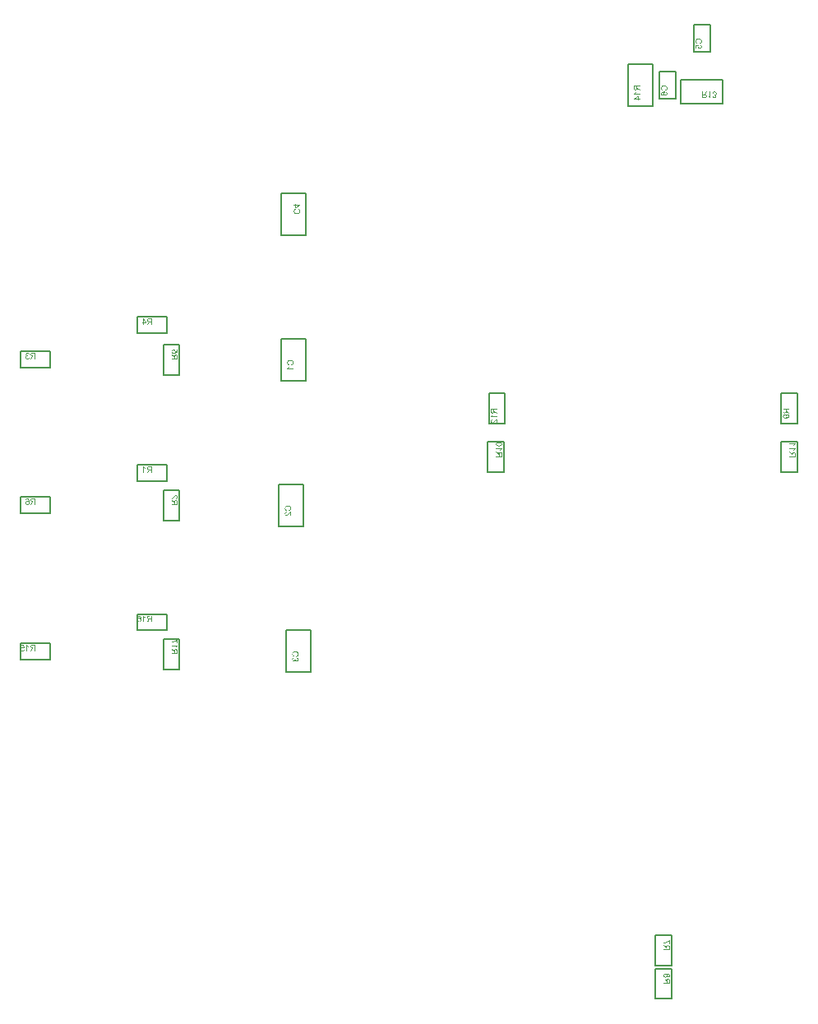
<source format=gbr>
%TF.GenerationSoftware,Altium Limited,Altium Designer,21.6.4 (81)*%
G04 Layer_Color=32768*
%FSLAX43Y43*%
%MOMM*%
%TF.SameCoordinates,51A45B19-5AA5-45A3-BC04-4EA5AD39BA57*%
%TF.FilePolarity,Positive*%
%TF.FileFunction,Other,Bottom_Assembly*%
%TF.Part,Single*%
G01*
G75*
%TA.AperFunction,NonConductor*%
%ADD40C,0.200*%
G36*
X104244Y76051D02*
X104260Y76050D01*
X104276Y76047D01*
X104289Y76043D01*
X104302Y76039D01*
X104315Y76034D01*
X104326Y76028D01*
X104337Y76024D01*
X104346Y76018D01*
X104354Y76013D01*
X104361Y76008D01*
X104367Y76003D01*
X104372Y76000D01*
X104374Y75997D01*
X104376Y75995D01*
X104377Y75994D01*
X104387Y75983D01*
X104397Y75972D01*
X104404Y75960D01*
X104410Y75948D01*
X104417Y75936D01*
X104422Y75924D01*
X104428Y75902D01*
X104431Y75892D01*
X104433Y75882D01*
X104434Y75874D01*
X104435Y75867D01*
X104435Y75861D01*
Y75841D01*
X104434Y75830D01*
X104429Y75807D01*
X104423Y75787D01*
X104415Y75769D01*
X104408Y75754D01*
X104404Y75747D01*
X104401Y75742D01*
X104398Y75737D01*
X104397Y75734D01*
X104396Y75733D01*
X104395Y75732D01*
X104568Y75766D01*
Y76022D01*
X104643D01*
Y75704D01*
X104313Y75642D01*
X104303Y75716D01*
X104313Y75722D01*
X104322Y75731D01*
X104330Y75738D01*
X104337Y75745D01*
X104341Y75753D01*
X104346Y75758D01*
X104348Y75762D01*
X104349Y75763D01*
X104354Y75775D01*
X104359Y75787D01*
X104361Y75798D01*
X104364Y75809D01*
X104365Y75818D01*
X104366Y75826D01*
Y75843D01*
X104364Y75855D01*
X104360Y75874D01*
X104353Y75891D01*
X104347Y75905D01*
X104339Y75916D01*
X104333Y75925D01*
X104328Y75929D01*
X104327Y75931D01*
X104326D01*
X104311Y75944D01*
X104294Y75953D01*
X104276Y75960D01*
X104259Y75965D01*
X104244Y75967D01*
X104238Y75968D01*
X104232D01*
X104227Y75969D01*
X104224D01*
X104222D01*
X104221D01*
X104208D01*
X104196Y75967D01*
X104173Y75963D01*
X104153Y75956D01*
X104138Y75950D01*
X104125Y75942D01*
X104115Y75936D01*
X104112Y75933D01*
X104109Y75931D01*
X104108Y75930D01*
X104107Y75929D01*
X104100Y75922D01*
X104093Y75915D01*
X104082Y75898D01*
X104075Y75882D01*
X104070Y75867D01*
X104067Y75854D01*
X104066Y75843D01*
X104065Y75839D01*
Y75833D01*
X104066Y75816D01*
X104069Y75800D01*
X104074Y75786D01*
X104079Y75775D01*
X104085Y75765D01*
X104090Y75757D01*
X104093Y75754D01*
X104094Y75752D01*
X104107Y75741D01*
X104121Y75732D01*
X104137Y75724D01*
X104151Y75719D01*
X104165Y75715D01*
X104175Y75712D01*
X104179Y75711D01*
X104182Y75710D01*
X104184D01*
X104185D01*
X104178Y75628D01*
X104164Y75630D01*
X104150Y75633D01*
X104124Y75641D01*
X104102Y75651D01*
X104092Y75657D01*
X104083Y75662D01*
X104075Y75667D01*
X104067Y75672D01*
X104062Y75677D01*
X104057Y75682D01*
X104054Y75685D01*
X104050Y75687D01*
X104049Y75689D01*
X104048Y75690D01*
X104040Y75701D01*
X104032Y75712D01*
X104026Y75724D01*
X104020Y75736D01*
X104012Y75759D01*
X104006Y75782D01*
X104004Y75793D01*
X104003Y75803D01*
X104002Y75811D01*
X104001Y75818D01*
X104000Y75825D01*
Y75833D01*
X104001Y75853D01*
X104004Y75871D01*
X104007Y75889D01*
X104012Y75904D01*
X104018Y75919D01*
X104025Y75933D01*
X104031Y75946D01*
X104039Y75957D01*
X104046Y75967D01*
X104053Y75977D01*
X104060Y75984D01*
X104066Y75990D01*
X104070Y75995D01*
X104074Y75999D01*
X104077Y76001D01*
X104078Y76002D01*
X104090Y76011D01*
X104103Y76018D01*
X104115Y76026D01*
X104128Y76031D01*
X104153Y76040D01*
X104177Y76046D01*
X104187Y76048D01*
X104197Y76050D01*
X104205Y76051D01*
X104213Y76051D01*
X104219Y76052D01*
X104224D01*
X104227D01*
X104227D01*
X104244Y76051D01*
D02*
G37*
G36*
X104185Y75468D02*
X104203Y75455D01*
X104220Y75443D01*
X104234Y75431D01*
X104247Y75421D01*
X104256Y75412D01*
X104263Y75404D01*
X104268Y75400D01*
X104270Y75398D01*
X104276Y75390D01*
X104282Y75382D01*
X104292Y75365D01*
X104296Y75358D01*
X104300Y75353D01*
X104301Y75349D01*
X104302Y75347D01*
X104305Y75364D01*
X104308Y75379D01*
X104312Y75393D01*
X104316Y75407D01*
X104321Y75419D01*
X104326Y75430D01*
X104331Y75440D01*
X104336Y75450D01*
X104341Y75457D01*
X104346Y75464D01*
X104349Y75470D01*
X104353Y75475D01*
X104356Y75478D01*
X104359Y75481D01*
X104360Y75482D01*
X104361Y75483D01*
X104370Y75490D01*
X104379Y75498D01*
X104398Y75509D01*
X104418Y75516D01*
X104436Y75522D01*
X104452Y75525D01*
X104459Y75526D01*
X104465D01*
X104470Y75527D01*
X104473D01*
X104475D01*
X104476D01*
X104496Y75526D01*
X104513Y75524D01*
X104530Y75519D01*
X104544Y75514D01*
X104556Y75509D01*
X104565Y75505D01*
X104570Y75501D01*
X104571Y75500D01*
X104572D01*
X104587Y75489D01*
X104600Y75478D01*
X104611Y75466D01*
X104619Y75455D01*
X104626Y75445D01*
X104630Y75437D01*
X104632Y75431D01*
X104633Y75430D01*
Y75429D01*
X104636Y75421D01*
X104639Y75411D01*
X104643Y75390D01*
X104646Y75368D01*
X104649Y75348D01*
X104650Y75328D01*
Y75320D01*
X104651Y75313D01*
Y75016D01*
X104011D01*
Y75101D01*
X104295D01*
Y75210D01*
X104294Y75220D01*
Y75228D01*
X104293Y75234D01*
X104292Y75239D01*
Y75243D01*
X104291Y75244D01*
Y75245D01*
X104287Y75260D01*
X104284Y75267D01*
X104281Y75272D01*
X104278Y75278D01*
X104276Y75281D01*
X104276Y75283D01*
X104275Y75284D01*
X104269Y75291D01*
X104263Y75299D01*
X104249Y75313D01*
X104242Y75319D01*
X104237Y75324D01*
X104233Y75327D01*
X104232Y75328D01*
X104219Y75337D01*
X104205Y75347D01*
X104190Y75357D01*
X104177Y75367D01*
X104164Y75376D01*
X104153Y75382D01*
X104150Y75385D01*
X104147Y75387D01*
X104145Y75389D01*
X104144D01*
X104011Y75473D01*
Y75578D01*
X104185Y75468D01*
D02*
G37*
G36*
X89152Y45638D02*
X89162Y45623D01*
X89174Y45608D01*
X89185Y45595D01*
X89197Y45584D01*
X89205Y45575D01*
X89209Y45572D01*
X89211Y45570D01*
X89212Y45569D01*
X89213Y45568D01*
X89233Y45552D01*
X89252Y45537D01*
X89271Y45524D01*
X89289Y45514D01*
X89305Y45505D01*
X89311Y45501D01*
X89317Y45498D01*
X89321Y45496D01*
X89325Y45495D01*
X89327Y45493D01*
X89328D01*
Y45417D01*
X89314Y45423D01*
X89300Y45429D01*
X89286Y45435D01*
X89273Y45442D01*
X89262Y45447D01*
X89253Y45452D01*
X89247Y45456D01*
X89246Y45457D01*
X89246D01*
X89229Y45467D01*
X89214Y45477D01*
X89201Y45486D01*
X89191Y45495D01*
X89182Y45501D01*
X89176Y45507D01*
X89172Y45510D01*
X89171Y45511D01*
Y45011D01*
X89092D01*
Y45654D01*
X89143D01*
X89152Y45638D01*
D02*
G37*
G36*
X88877Y45313D02*
X88803Y45303D01*
X88796Y45313D01*
X88788Y45322D01*
X88781Y45330D01*
X88773Y45337D01*
X88766Y45341D01*
X88760Y45346D01*
X88756Y45348D01*
X88756Y45349D01*
X88744Y45354D01*
X88732Y45359D01*
X88720Y45361D01*
X88709Y45364D01*
X88700Y45365D01*
X88693Y45366D01*
X88675D01*
X88664Y45364D01*
X88645Y45360D01*
X88628Y45353D01*
X88613Y45347D01*
X88602Y45339D01*
X88594Y45333D01*
X88589Y45328D01*
X88587Y45327D01*
Y45326D01*
X88574Y45311D01*
X88565Y45294D01*
X88559Y45276D01*
X88554Y45259D01*
X88551Y45244D01*
X88550Y45238D01*
Y45232D01*
X88549Y45227D01*
Y45224D01*
Y45222D01*
Y45221D01*
Y45208D01*
X88551Y45196D01*
X88556Y45173D01*
X88562Y45153D01*
X88569Y45138D01*
X88576Y45125D01*
X88583Y45115D01*
X88585Y45112D01*
X88587Y45109D01*
X88588Y45108D01*
X88589Y45107D01*
X88597Y45100D01*
X88604Y45093D01*
X88621Y45082D01*
X88636Y45075D01*
X88652Y45070D01*
X88665Y45067D01*
X88676Y45066D01*
X88680Y45065D01*
X88685D01*
X88703Y45066D01*
X88719Y45069D01*
X88732Y45074D01*
X88744Y45079D01*
X88754Y45085D01*
X88761Y45090D01*
X88765Y45093D01*
X88767Y45094D01*
X88778Y45107D01*
X88787Y45121D01*
X88794Y45137D01*
X88800Y45151D01*
X88804Y45165D01*
X88806Y45175D01*
X88807Y45179D01*
X88808Y45182D01*
Y45184D01*
Y45185D01*
X88891Y45178D01*
X88889Y45164D01*
X88886Y45150D01*
X88878Y45124D01*
X88867Y45102D01*
X88862Y45092D01*
X88856Y45083D01*
X88852Y45075D01*
X88846Y45067D01*
X88842Y45062D01*
X88837Y45057D01*
X88833Y45054D01*
X88831Y45050D01*
X88830Y45049D01*
X88829Y45048D01*
X88817Y45040D01*
X88806Y45032D01*
X88794Y45026D01*
X88782Y45020D01*
X88759Y45012D01*
X88736Y45006D01*
X88726Y45004D01*
X88716Y45003D01*
X88707Y45002D01*
X88700Y45001D01*
X88694Y45000D01*
X88685D01*
X88666Y45001D01*
X88647Y45004D01*
X88630Y45007D01*
X88614Y45012D01*
X88599Y45018D01*
X88585Y45025D01*
X88572Y45031D01*
X88561Y45039D01*
X88551Y45046D01*
X88542Y45053D01*
X88535Y45060D01*
X88528Y45066D01*
X88523Y45070D01*
X88520Y45074D01*
X88518Y45077D01*
X88517Y45078D01*
X88508Y45090D01*
X88500Y45103D01*
X88493Y45115D01*
X88487Y45128D01*
X88478Y45153D01*
X88473Y45177D01*
X88471Y45187D01*
X88469Y45197D01*
X88468Y45205D01*
X88467Y45213D01*
X88466Y45219D01*
Y45224D01*
Y45227D01*
Y45227D01*
X88467Y45244D01*
X88469Y45260D01*
X88472Y45276D01*
X88475Y45289D01*
X88480Y45302D01*
X88485Y45315D01*
X88490Y45326D01*
X88495Y45337D01*
X88500Y45346D01*
X88506Y45354D01*
X88511Y45361D01*
X88515Y45367D01*
X88519Y45372D01*
X88522Y45374D01*
X88523Y45376D01*
X88524Y45377D01*
X88536Y45387D01*
X88547Y45397D01*
X88559Y45404D01*
X88571Y45410D01*
X88583Y45417D01*
X88595Y45422D01*
X88617Y45428D01*
X88627Y45431D01*
X88636Y45433D01*
X88645Y45434D01*
X88652Y45435D01*
X88658Y45435D01*
X88678D01*
X88689Y45434D01*
X88711Y45429D01*
X88732Y45423D01*
X88750Y45415D01*
X88765Y45408D01*
X88771Y45404D01*
X88777Y45401D01*
X88781Y45398D01*
X88784Y45397D01*
X88786Y45396D01*
X88787Y45395D01*
X88753Y45568D01*
X88497D01*
Y45643D01*
X88815D01*
X88877Y45313D01*
D02*
G37*
G36*
X90000Y45011D02*
X89915D01*
Y45295D01*
X89806D01*
X89796Y45294D01*
X89788D01*
X89782Y45293D01*
X89777Y45292D01*
X89773D01*
X89772Y45291D01*
X89771D01*
X89756Y45287D01*
X89749Y45284D01*
X89744Y45281D01*
X89738Y45278D01*
X89735Y45276D01*
X89733Y45276D01*
X89732Y45275D01*
X89724Y45269D01*
X89717Y45263D01*
X89703Y45249D01*
X89697Y45242D01*
X89692Y45237D01*
X89689Y45233D01*
X89688Y45232D01*
X89679Y45219D01*
X89669Y45205D01*
X89659Y45190D01*
X89649Y45177D01*
X89640Y45164D01*
X89634Y45153D01*
X89631Y45150D01*
X89629Y45147D01*
X89627Y45145D01*
Y45144D01*
X89543Y45011D01*
X89438D01*
X89548Y45185D01*
X89561Y45203D01*
X89573Y45220D01*
X89585Y45234D01*
X89595Y45247D01*
X89604Y45256D01*
X89612Y45263D01*
X89616Y45268D01*
X89618Y45270D01*
X89626Y45276D01*
X89634Y45282D01*
X89651Y45292D01*
X89658Y45296D01*
X89663Y45300D01*
X89667Y45301D01*
X89669Y45302D01*
X89652Y45305D01*
X89637Y45308D01*
X89623Y45312D01*
X89609Y45316D01*
X89597Y45321D01*
X89586Y45326D01*
X89576Y45331D01*
X89566Y45336D01*
X89559Y45341D01*
X89552Y45346D01*
X89546Y45349D01*
X89541Y45353D01*
X89538Y45356D01*
X89535Y45359D01*
X89534Y45360D01*
X89533Y45361D01*
X89526Y45370D01*
X89518Y45379D01*
X89507Y45398D01*
X89500Y45418D01*
X89494Y45436D01*
X89491Y45452D01*
X89490Y45459D01*
Y45465D01*
X89489Y45470D01*
Y45473D01*
Y45475D01*
Y45476D01*
X89490Y45496D01*
X89492Y45513D01*
X89497Y45530D01*
X89502Y45544D01*
X89507Y45556D01*
X89511Y45565D01*
X89515Y45570D01*
X89516Y45571D01*
Y45572D01*
X89527Y45587D01*
X89538Y45600D01*
X89550Y45611D01*
X89561Y45619D01*
X89571Y45626D01*
X89579Y45630D01*
X89585Y45632D01*
X89586Y45633D01*
X89587D01*
X89595Y45636D01*
X89605Y45639D01*
X89626Y45643D01*
X89648Y45646D01*
X89668Y45649D01*
X89688Y45650D01*
X89696D01*
X89703Y45651D01*
X90000D01*
Y45011D01*
D02*
G37*
G36*
X104631Y45819D02*
X104556D01*
Y46132D01*
X104529Y46110D01*
X104500Y46089D01*
X104472Y46070D01*
X104446Y46053D01*
X104434Y46046D01*
X104423Y46039D01*
X104412Y46033D01*
X104404Y46028D01*
X104397Y46024D01*
X104392Y46021D01*
X104388Y46020D01*
X104387Y46019D01*
X104350Y46000D01*
X104313Y45984D01*
X104278Y45970D01*
X104263Y45964D01*
X104247Y45959D01*
X104233Y45953D01*
X104220Y45949D01*
X104209Y45946D01*
X104200Y45943D01*
X104191Y45940D01*
X104186Y45938D01*
X104182Y45937D01*
X104181D01*
X104143Y45928D01*
X104125Y45924D01*
X104108Y45922D01*
X104092Y45919D01*
X104077Y45916D01*
X104064Y45914D01*
X104051Y45912D01*
X104040Y45911D01*
X104030Y45911D01*
X104020Y45910D01*
X104013D01*
X104007Y45909D01*
X104004D01*
X104001D01*
X104000D01*
Y45989D01*
X104035Y45992D01*
X104067Y45997D01*
X104097Y46001D01*
X104111Y46004D01*
X104124Y46007D01*
X104135Y46009D01*
X104145Y46011D01*
X104154Y46013D01*
X104162Y46015D01*
X104167Y46017D01*
X104172Y46018D01*
X104175Y46019D01*
X104176D01*
X104218Y46033D01*
X104258Y46047D01*
X104277Y46055D01*
X104296Y46062D01*
X104312Y46070D01*
X104329Y46078D01*
X104344Y46084D01*
X104357Y46091D01*
X104368Y46096D01*
X104378Y46101D01*
X104386Y46106D01*
X104392Y46108D01*
X104396Y46110D01*
X104397Y46111D01*
X104416Y46122D01*
X104435Y46133D01*
X104453Y46144D01*
X104470Y46156D01*
X104484Y46166D01*
X104499Y46176D01*
X104512Y46186D01*
X104523Y46194D01*
X104534Y46203D01*
X104544Y46210D01*
X104551Y46217D01*
X104558Y46223D01*
X104563Y46227D01*
X104567Y46230D01*
X104569Y46232D01*
X104570Y46233D01*
X104631D01*
Y45819D01*
D02*
G37*
G36*
X104643Y45561D02*
X104627Y45552D01*
X104612Y45542D01*
X104597Y45530D01*
X104584Y45519D01*
X104573Y45507D01*
X104564Y45499D01*
X104561Y45495D01*
X104558Y45493D01*
X104558Y45492D01*
X104557Y45491D01*
X104541Y45471D01*
X104526Y45452D01*
X104513Y45433D01*
X104503Y45415D01*
X104494Y45399D01*
X104490Y45393D01*
X104487Y45387D01*
X104484Y45383D01*
X104484Y45379D01*
X104482Y45377D01*
Y45376D01*
X104406D01*
X104411Y45390D01*
X104418Y45404D01*
X104424Y45418D01*
X104431Y45431D01*
X104436Y45442D01*
X104441Y45451D01*
X104445Y45457D01*
X104446Y45458D01*
Y45458D01*
X104456Y45475D01*
X104466Y45490D01*
X104475Y45503D01*
X104484Y45513D01*
X104490Y45522D01*
X104496Y45528D01*
X104499Y45532D01*
X104500Y45533D01*
X104000D01*
Y45612D01*
X104643D01*
Y45561D01*
D02*
G37*
G36*
X104174Y45156D02*
X104192Y45143D01*
X104209Y45131D01*
X104223Y45119D01*
X104236Y45109D01*
X104245Y45100D01*
X104252Y45092D01*
X104257Y45088D01*
X104259Y45086D01*
X104264Y45078D01*
X104271Y45070D01*
X104281Y45053D01*
X104285Y45046D01*
X104288Y45041D01*
X104290Y45037D01*
X104291Y45035D01*
X104294Y45052D01*
X104297Y45067D01*
X104301Y45081D01*
X104305Y45095D01*
X104310Y45107D01*
X104315Y45118D01*
X104320Y45128D01*
X104325Y45138D01*
X104330Y45145D01*
X104335Y45152D01*
X104338Y45158D01*
X104342Y45163D01*
X104345Y45166D01*
X104348Y45169D01*
X104349Y45170D01*
X104349Y45171D01*
X104359Y45178D01*
X104368Y45186D01*
X104387Y45197D01*
X104407Y45204D01*
X104425Y45210D01*
X104441Y45213D01*
X104447Y45214D01*
X104454D01*
X104459Y45215D01*
X104462D01*
X104464D01*
X104465D01*
X104484Y45214D01*
X104502Y45212D01*
X104519Y45207D01*
X104533Y45202D01*
X104545Y45197D01*
X104554Y45193D01*
X104559Y45189D01*
X104560Y45188D01*
X104561D01*
X104576Y45177D01*
X104589Y45166D01*
X104600Y45154D01*
X104608Y45143D01*
X104615Y45133D01*
X104619Y45125D01*
X104621Y45119D01*
X104622Y45118D01*
Y45117D01*
X104625Y45109D01*
X104628Y45099D01*
X104632Y45078D01*
X104635Y45056D01*
X104638Y45036D01*
X104639Y45016D01*
Y45008D01*
X104640Y45001D01*
Y44704D01*
X104000D01*
Y44789D01*
X104284D01*
Y44898D01*
X104283Y44908D01*
Y44916D01*
X104282Y44922D01*
X104281Y44927D01*
Y44931D01*
X104280Y44932D01*
Y44933D01*
X104276Y44948D01*
X104273Y44955D01*
X104270Y44960D01*
X104267Y44966D01*
X104265Y44969D01*
X104264Y44971D01*
X104263Y44972D01*
X104258Y44979D01*
X104251Y44987D01*
X104238Y45001D01*
X104231Y45007D01*
X104226Y45012D01*
X104222Y45015D01*
X104221Y45016D01*
X104208Y45025D01*
X104194Y45035D01*
X104179Y45045D01*
X104165Y45055D01*
X104153Y45064D01*
X104142Y45070D01*
X104139Y45073D01*
X104136Y45075D01*
X104134Y45077D01*
X104133D01*
X104000Y45161D01*
Y45266D01*
X104174Y45156D01*
D02*
G37*
G36*
X101152Y48644D02*
X101162Y48629D01*
X101174Y48614D01*
X101185Y48601D01*
X101197Y48590D01*
X101205Y48581D01*
X101209Y48578D01*
X101211Y48576D01*
X101212Y48575D01*
X101213Y48574D01*
X101233Y48558D01*
X101252Y48543D01*
X101271Y48530D01*
X101289Y48520D01*
X101305Y48511D01*
X101311Y48507D01*
X101317Y48504D01*
X101321Y48502D01*
X101325Y48501D01*
X101327Y48499D01*
X101328D01*
Y48423D01*
X101314Y48429D01*
X101300Y48435D01*
X101286Y48441D01*
X101273Y48448D01*
X101262Y48453D01*
X101253Y48458D01*
X101247Y48462D01*
X101246Y48463D01*
X101246D01*
X101229Y48473D01*
X101214Y48483D01*
X101201Y48492D01*
X101191Y48501D01*
X101182Y48507D01*
X101176Y48513D01*
X101172Y48516D01*
X101171Y48517D01*
Y48017D01*
X101092D01*
Y48660D01*
X101143D01*
X101152Y48644D01*
D02*
G37*
G36*
X100683Y48659D02*
X100700Y48657D01*
X100717Y48653D01*
X100732Y48649D01*
X100746Y48642D01*
X100760Y48637D01*
X100772Y48629D01*
X100783Y48623D01*
X100793Y48616D01*
X100802Y48609D01*
X100809Y48603D01*
X100815Y48598D01*
X100819Y48592D01*
X100823Y48588D01*
X100825Y48587D01*
X100826Y48586D01*
X100838Y48569D01*
X100848Y48550D01*
X100857Y48529D01*
X100866Y48508D01*
X100872Y48486D01*
X100878Y48464D01*
X100882Y48441D01*
X100886Y48419D01*
X100889Y48398D01*
X100891Y48379D01*
X100892Y48361D01*
X100893Y48346D01*
Y48333D01*
X100894Y48324D01*
Y48320D01*
Y48318D01*
Y48317D01*
Y48316D01*
X100893Y48286D01*
X100891Y48258D01*
X100889Y48232D01*
X100884Y48208D01*
X100879Y48187D01*
X100875Y48168D01*
X100869Y48150D01*
X100863Y48134D01*
X100857Y48122D01*
X100852Y48110D01*
X100847Y48100D01*
X100842Y48092D01*
X100838Y48085D01*
X100835Y48082D01*
X100833Y48079D01*
X100832Y48078D01*
X100820Y48065D01*
X100807Y48054D01*
X100794Y48045D01*
X100781Y48036D01*
X100768Y48029D01*
X100755Y48024D01*
X100742Y48019D01*
X100729Y48015D01*
X100718Y48012D01*
X100707Y48010D01*
X100697Y48008D01*
X100689Y48007D01*
X100682D01*
X100677Y48006D01*
X100672D01*
X100651Y48007D01*
X100632Y48011D01*
X100614Y48014D01*
X100598Y48020D01*
X100586Y48024D01*
X100577Y48029D01*
X100573Y48030D01*
X100571Y48032D01*
X100570Y48033D01*
X100569D01*
X100553Y48044D01*
X100538Y48057D01*
X100526Y48070D01*
X100516Y48083D01*
X100508Y48095D01*
X100502Y48104D01*
X100500Y48108D01*
X100499Y48110D01*
X100498Y48111D01*
Y48112D01*
X100488Y48132D01*
X100482Y48152D01*
X100477Y48171D01*
X100474Y48188D01*
X100472Y48203D01*
Y48208D01*
X100471Y48214D01*
Y48219D01*
Y48221D01*
Y48223D01*
Y48224D01*
X100472Y48241D01*
X100474Y48257D01*
X100476Y48272D01*
X100479Y48286D01*
X100484Y48299D01*
X100488Y48312D01*
X100493Y48323D01*
X100499Y48333D01*
X100504Y48343D01*
X100509Y48351D01*
X100513Y48357D01*
X100518Y48364D01*
X100521Y48368D01*
X100523Y48371D01*
X100525Y48373D01*
X100526Y48374D01*
X100536Y48384D01*
X100548Y48393D01*
X100560Y48401D01*
X100571Y48407D01*
X100582Y48414D01*
X100593Y48418D01*
X100614Y48425D01*
X100623Y48428D01*
X100633Y48429D01*
X100640Y48430D01*
X100647Y48431D01*
X100653Y48432D01*
X100660D01*
X100677Y48431D01*
X100693Y48429D01*
X100707Y48426D01*
X100720Y48422D01*
X100732Y48417D01*
X100740Y48415D01*
X100745Y48412D01*
X100746Y48411D01*
X100747D01*
X100762Y48402D01*
X100775Y48392D01*
X100787Y48381D01*
X100796Y48370D01*
X100805Y48361D01*
X100811Y48354D01*
X100815Y48348D01*
X100816Y48347D01*
Y48364D01*
X100815Y48380D01*
X100814Y48395D01*
X100812Y48410D01*
X100811Y48423D01*
X100809Y48435D01*
X100807Y48446D01*
X100805Y48456D01*
X100803Y48465D01*
X100801Y48473D01*
X100799Y48479D01*
X100798Y48485D01*
X100796Y48489D01*
X100795Y48491D01*
X100794Y48493D01*
Y48494D01*
X100785Y48513D01*
X100776Y48529D01*
X100766Y48542D01*
X100756Y48553D01*
X100748Y48563D01*
X100742Y48569D01*
X100737Y48573D01*
X100735Y48574D01*
X100724Y48581D01*
X100713Y48586D01*
X100702Y48589D01*
X100691Y48592D01*
X100683Y48594D01*
X100675Y48595D01*
X100669D01*
X100652Y48593D01*
X100636Y48589D01*
X100623Y48584D01*
X100611Y48578D01*
X100602Y48572D01*
X100596Y48566D01*
X100592Y48563D01*
X100590Y48561D01*
X100584Y48552D01*
X100577Y48542D01*
X100572Y48531D01*
X100568Y48520D01*
X100564Y48510D01*
X100561Y48502D01*
X100560Y48496D01*
X100560Y48495D01*
Y48494D01*
X100481Y48501D01*
X100487Y48527D01*
X100495Y48550D01*
X100504Y48570D01*
X100514Y48587D01*
X100524Y48600D01*
X100528Y48605D01*
X100533Y48610D01*
X100536Y48612D01*
X100538Y48615D01*
X100539Y48616D01*
X100540Y48617D01*
X100549Y48625D01*
X100560Y48631D01*
X100580Y48642D01*
X100600Y48649D01*
X100620Y48654D01*
X100637Y48658D01*
X100645Y48659D01*
X100651D01*
X100657Y48660D01*
X100664D01*
X100683Y48659D01*
D02*
G37*
G36*
X102000Y48017D02*
X101915D01*
Y48301D01*
X101806D01*
X101796Y48300D01*
X101788D01*
X101782Y48299D01*
X101777Y48298D01*
X101773D01*
X101772Y48297D01*
X101771D01*
X101756Y48293D01*
X101749Y48290D01*
X101744Y48287D01*
X101738Y48284D01*
X101735Y48282D01*
X101733Y48282D01*
X101732Y48281D01*
X101724Y48275D01*
X101717Y48269D01*
X101703Y48255D01*
X101697Y48248D01*
X101692Y48243D01*
X101689Y48239D01*
X101688Y48238D01*
X101679Y48225D01*
X101669Y48211D01*
X101659Y48196D01*
X101649Y48183D01*
X101640Y48170D01*
X101634Y48159D01*
X101631Y48156D01*
X101629Y48153D01*
X101627Y48151D01*
Y48150D01*
X101543Y48017D01*
X101438D01*
X101548Y48191D01*
X101561Y48209D01*
X101573Y48226D01*
X101585Y48240D01*
X101595Y48253D01*
X101604Y48262D01*
X101612Y48269D01*
X101616Y48274D01*
X101618Y48276D01*
X101626Y48282D01*
X101634Y48288D01*
X101651Y48298D01*
X101658Y48302D01*
X101663Y48306D01*
X101667Y48307D01*
X101669Y48308D01*
X101652Y48311D01*
X101637Y48314D01*
X101623Y48318D01*
X101609Y48322D01*
X101597Y48327D01*
X101586Y48332D01*
X101576Y48337D01*
X101566Y48342D01*
X101559Y48347D01*
X101552Y48352D01*
X101546Y48355D01*
X101541Y48359D01*
X101538Y48362D01*
X101535Y48365D01*
X101534Y48366D01*
X101533Y48367D01*
X101526Y48376D01*
X101518Y48385D01*
X101507Y48404D01*
X101500Y48424D01*
X101494Y48442D01*
X101491Y48458D01*
X101490Y48465D01*
Y48471D01*
X101489Y48476D01*
Y48479D01*
Y48481D01*
Y48482D01*
X101490Y48502D01*
X101492Y48519D01*
X101497Y48536D01*
X101502Y48550D01*
X101507Y48562D01*
X101511Y48571D01*
X101515Y48576D01*
X101516Y48577D01*
Y48578D01*
X101527Y48593D01*
X101538Y48606D01*
X101550Y48617D01*
X101561Y48625D01*
X101571Y48632D01*
X101579Y48636D01*
X101585Y48638D01*
X101586Y48639D01*
X101587D01*
X101595Y48642D01*
X101605Y48645D01*
X101626Y48649D01*
X101648Y48652D01*
X101668Y48655D01*
X101688Y48656D01*
X101696D01*
X101703Y48657D01*
X102000D01*
Y48017D01*
D02*
G37*
G36*
X89180Y60724D02*
X89197Y60722D01*
X89214Y60718D01*
X89230Y60714D01*
X89244Y60707D01*
X89258Y60702D01*
X89270Y60694D01*
X89281Y60688D01*
X89290Y60681D01*
X89299Y60674D01*
X89307Y60668D01*
X89312Y60663D01*
X89317Y60657D01*
X89320Y60653D01*
X89322Y60652D01*
X89323Y60651D01*
X89335Y60634D01*
X89345Y60615D01*
X89355Y60594D01*
X89363Y60573D01*
X89369Y60551D01*
X89375Y60529D01*
X89380Y60506D01*
X89383Y60484D01*
X89386Y60463D01*
X89388Y60444D01*
X89390Y60426D01*
X89391Y60411D01*
Y60398D01*
X89392Y60389D01*
Y60385D01*
Y60383D01*
Y60382D01*
Y60381D01*
X89391Y60351D01*
X89389Y60323D01*
X89386Y60298D01*
X89381Y60273D01*
X89377Y60252D01*
X89372Y60233D01*
X89367Y60215D01*
X89360Y60200D01*
X89355Y60187D01*
X89349Y60175D01*
X89344Y60165D01*
X89339Y60157D01*
X89335Y60151D01*
X89332Y60147D01*
X89331Y60144D01*
X89330Y60143D01*
X89318Y60130D01*
X89305Y60119D01*
X89292Y60110D01*
X89279Y60102D01*
X89265Y60094D01*
X89252Y60089D01*
X89239Y60084D01*
X89226Y60080D01*
X89215Y60077D01*
X89204Y60075D01*
X89195Y60073D01*
X89186Y60072D01*
X89179D01*
X89174Y60071D01*
X89170D01*
X89148Y60072D01*
X89129Y60076D01*
X89112Y60079D01*
X89096Y60085D01*
X89084Y60089D01*
X89075Y60094D01*
X89071Y60095D01*
X89068Y60097D01*
X89067Y60098D01*
X89066D01*
X89050Y60109D01*
X89036Y60122D01*
X89024Y60135D01*
X89014Y60148D01*
X89005Y60160D01*
X89000Y60169D01*
X88998Y60173D01*
X88996Y60175D01*
X88995Y60176D01*
Y60177D01*
X88986Y60197D01*
X88979Y60217D01*
X88975Y60236D01*
X88972Y60253D01*
X88969Y60268D01*
Y60273D01*
X88968Y60279D01*
Y60284D01*
Y60286D01*
Y60288D01*
Y60289D01*
X88969Y60306D01*
X88971Y60322D01*
X88974Y60337D01*
X88977Y60351D01*
X88981Y60364D01*
X88986Y60377D01*
X88990Y60388D01*
X88996Y60398D01*
X89001Y60408D01*
X89006Y60416D01*
X89011Y60422D01*
X89015Y60429D01*
X89018Y60433D01*
X89021Y60436D01*
X89023Y60438D01*
X89024Y60439D01*
X89034Y60449D01*
X89045Y60458D01*
X89057Y60466D01*
X89068Y60472D01*
X89079Y60479D01*
X89090Y60483D01*
X89112Y60490D01*
X89121Y60493D01*
X89130Y60494D01*
X89137Y60495D01*
X89145Y60496D01*
X89150Y60497D01*
X89158D01*
X89174Y60496D01*
X89190Y60494D01*
X89205Y60491D01*
X89218Y60487D01*
X89229Y60482D01*
X89237Y60480D01*
X89243Y60477D01*
X89244Y60476D01*
X89245D01*
X89259Y60467D01*
X89272Y60457D01*
X89284Y60446D01*
X89294Y60435D01*
X89302Y60426D01*
X89308Y60419D01*
X89312Y60413D01*
X89313Y60412D01*
Y60429D01*
X89312Y60445D01*
X89311Y60460D01*
X89309Y60475D01*
X89308Y60488D01*
X89307Y60500D01*
X89305Y60511D01*
X89302Y60521D01*
X89300Y60530D01*
X89298Y60538D01*
X89296Y60544D01*
X89296Y60550D01*
X89294Y60554D01*
X89293Y60556D01*
X89292Y60558D01*
Y60559D01*
X89283Y60578D01*
X89273Y60594D01*
X89263Y60607D01*
X89254Y60618D01*
X89246Y60628D01*
X89239Y60634D01*
X89234Y60638D01*
X89233Y60639D01*
X89222Y60646D01*
X89210Y60651D01*
X89199Y60654D01*
X89188Y60657D01*
X89180Y60659D01*
X89173Y60660D01*
X89166D01*
X89149Y60658D01*
X89134Y60654D01*
X89121Y60649D01*
X89109Y60643D01*
X89099Y60637D01*
X89093Y60631D01*
X89089Y60628D01*
X89087Y60626D01*
X89081Y60617D01*
X89075Y60607D01*
X89069Y60596D01*
X89065Y60585D01*
X89062Y60575D01*
X89059Y60567D01*
X89058Y60561D01*
X89057Y60560D01*
Y60559D01*
X88978Y60566D01*
X88984Y60592D01*
X88992Y60615D01*
X89001Y60635D01*
X89012Y60652D01*
X89022Y60665D01*
X89026Y60670D01*
X89030Y60675D01*
X89033Y60678D01*
X89036Y60680D01*
X89037Y60681D01*
X89038Y60682D01*
X89047Y60690D01*
X89057Y60696D01*
X89077Y60707D01*
X89098Y60714D01*
X89117Y60719D01*
X89135Y60723D01*
X89142Y60724D01*
X89148D01*
X89154Y60725D01*
X89161D01*
X89180Y60724D01*
D02*
G37*
G36*
X90000Y60082D02*
X89915D01*
Y60366D01*
X89806D01*
X89796Y60365D01*
X89788D01*
X89782Y60364D01*
X89777Y60363D01*
X89773D01*
X89772Y60362D01*
X89771D01*
X89756Y60358D01*
X89749Y60355D01*
X89744Y60352D01*
X89738Y60349D01*
X89735Y60347D01*
X89733Y60347D01*
X89732Y60346D01*
X89724Y60340D01*
X89717Y60334D01*
X89703Y60320D01*
X89697Y60313D01*
X89692Y60308D01*
X89689Y60304D01*
X89688Y60303D01*
X89679Y60290D01*
X89669Y60276D01*
X89659Y60261D01*
X89649Y60248D01*
X89640Y60235D01*
X89634Y60224D01*
X89631Y60221D01*
X89629Y60218D01*
X89627Y60216D01*
Y60215D01*
X89543Y60082D01*
X89438D01*
X89548Y60256D01*
X89561Y60274D01*
X89573Y60291D01*
X89585Y60305D01*
X89595Y60318D01*
X89604Y60327D01*
X89612Y60334D01*
X89616Y60339D01*
X89618Y60341D01*
X89626Y60347D01*
X89634Y60353D01*
X89651Y60363D01*
X89658Y60367D01*
X89663Y60371D01*
X89667Y60372D01*
X89669Y60373D01*
X89652Y60376D01*
X89637Y60379D01*
X89623Y60383D01*
X89609Y60387D01*
X89597Y60392D01*
X89586Y60397D01*
X89576Y60402D01*
X89566Y60407D01*
X89559Y60412D01*
X89552Y60417D01*
X89546Y60420D01*
X89541Y60424D01*
X89538Y60427D01*
X89535Y60430D01*
X89534Y60431D01*
X89533Y60432D01*
X89526Y60441D01*
X89518Y60450D01*
X89507Y60469D01*
X89500Y60489D01*
X89494Y60507D01*
X89491Y60523D01*
X89490Y60530D01*
Y60536D01*
X89489Y60541D01*
Y60544D01*
Y60546D01*
Y60547D01*
X89490Y60567D01*
X89492Y60584D01*
X89497Y60601D01*
X89502Y60615D01*
X89507Y60627D01*
X89511Y60636D01*
X89515Y60641D01*
X89516Y60642D01*
Y60643D01*
X89527Y60658D01*
X89538Y60671D01*
X89550Y60682D01*
X89561Y60690D01*
X89571Y60697D01*
X89579Y60701D01*
X89585Y60703D01*
X89586Y60704D01*
X89587D01*
X89595Y60707D01*
X89605Y60710D01*
X89626Y60714D01*
X89648Y60717D01*
X89668Y60720D01*
X89688Y60721D01*
X89696D01*
X89703Y60722D01*
X90000D01*
Y60082D01*
D02*
G37*
G36*
X101152Y64000D02*
X101162Y63985D01*
X101174Y63970D01*
X101185Y63957D01*
X101197Y63946D01*
X101205Y63937D01*
X101209Y63934D01*
X101211Y63931D01*
X101212Y63931D01*
X101213Y63930D01*
X101233Y63914D01*
X101252Y63899D01*
X101271Y63886D01*
X101289Y63876D01*
X101305Y63867D01*
X101311Y63863D01*
X101317Y63860D01*
X101321Y63857D01*
X101325Y63857D01*
X101327Y63855D01*
X101328D01*
Y63779D01*
X101314Y63784D01*
X101300Y63791D01*
X101286Y63797D01*
X101273Y63804D01*
X101262Y63809D01*
X101253Y63814D01*
X101247Y63818D01*
X101246Y63819D01*
X101246D01*
X101229Y63829D01*
X101214Y63839D01*
X101201Y63848D01*
X101191Y63857D01*
X101182Y63863D01*
X101176Y63869D01*
X101172Y63872D01*
X101171Y63873D01*
Y63373D01*
X101092D01*
Y64016D01*
X101143D01*
X101152Y64000D01*
D02*
G37*
G36*
X102000Y63373D02*
X101915D01*
Y63657D01*
X101806D01*
X101796Y63656D01*
X101788D01*
X101782Y63655D01*
X101777Y63654D01*
X101773D01*
X101772Y63653D01*
X101771D01*
X101756Y63649D01*
X101749Y63646D01*
X101744Y63643D01*
X101738Y63640D01*
X101735Y63638D01*
X101733Y63637D01*
X101732Y63636D01*
X101724Y63631D01*
X101717Y63624D01*
X101703Y63611D01*
X101697Y63604D01*
X101692Y63599D01*
X101689Y63595D01*
X101688Y63594D01*
X101679Y63581D01*
X101669Y63567D01*
X101659Y63552D01*
X101649Y63538D01*
X101640Y63526D01*
X101634Y63515D01*
X101631Y63512D01*
X101629Y63509D01*
X101627Y63507D01*
Y63506D01*
X101543Y63373D01*
X101438D01*
X101548Y63547D01*
X101561Y63565D01*
X101573Y63582D01*
X101585Y63596D01*
X101595Y63609D01*
X101604Y63618D01*
X101612Y63625D01*
X101616Y63630D01*
X101618Y63632D01*
X101626Y63637D01*
X101634Y63644D01*
X101651Y63654D01*
X101658Y63658D01*
X101663Y63661D01*
X101667Y63663D01*
X101669Y63664D01*
X101652Y63667D01*
X101637Y63670D01*
X101623Y63674D01*
X101609Y63678D01*
X101597Y63683D01*
X101586Y63688D01*
X101576Y63693D01*
X101566Y63698D01*
X101559Y63703D01*
X101552Y63708D01*
X101546Y63711D01*
X101541Y63715D01*
X101538Y63718D01*
X101535Y63721D01*
X101534Y63722D01*
X101533Y63722D01*
X101526Y63732D01*
X101518Y63741D01*
X101507Y63760D01*
X101500Y63780D01*
X101494Y63798D01*
X101491Y63814D01*
X101490Y63820D01*
Y63827D01*
X101489Y63832D01*
Y63835D01*
Y63837D01*
Y63838D01*
X101490Y63857D01*
X101492Y63875D01*
X101497Y63892D01*
X101502Y63906D01*
X101507Y63918D01*
X101511Y63927D01*
X101515Y63932D01*
X101516Y63933D01*
Y63934D01*
X101527Y63949D01*
X101538Y63962D01*
X101550Y63973D01*
X101561Y63981D01*
X101571Y63988D01*
X101579Y63992D01*
X101585Y63994D01*
X101586Y63995D01*
X101587D01*
X101595Y63998D01*
X101605Y64001D01*
X101626Y64005D01*
X101648Y64008D01*
X101668Y64011D01*
X101688Y64012D01*
X101696D01*
X101703Y64013D01*
X102000D01*
Y63373D01*
D02*
G37*
G36*
X104076Y60740D02*
X104092Y60751D01*
X104098Y60757D01*
X104104Y60761D01*
X104110Y60766D01*
X104114Y60770D01*
X104116Y60772D01*
X104117Y60773D01*
X104122Y60778D01*
X104127Y60784D01*
X104139Y60796D01*
X104153Y60811D01*
X104166Y60827D01*
X104178Y60842D01*
X104184Y60848D01*
X104190Y60854D01*
X104193Y60858D01*
X104196Y60862D01*
X104198Y60864D01*
X104199Y60865D01*
X104212Y60880D01*
X104224Y60894D01*
X104236Y60907D01*
X104246Y60919D01*
X104256Y60931D01*
X104265Y60940D01*
X104274Y60949D01*
X104281Y60956D01*
X104288Y60964D01*
X104294Y60969D01*
X104299Y60974D01*
X104303Y60979D01*
X104309Y60983D01*
X104311Y60985D01*
X104326Y60998D01*
X104340Y61009D01*
X104354Y61018D01*
X104365Y61026D01*
X104375Y61031D01*
X104383Y61035D01*
X104387Y61037D01*
X104389Y61038D01*
X104403Y61043D01*
X104417Y61047D01*
X104430Y61051D01*
X104441Y61053D01*
X104451Y61053D01*
X104459Y61054D01*
X104463D01*
X104465D01*
X104479Y61053D01*
X104492Y61052D01*
X104505Y61050D01*
X104516Y61046D01*
X104538Y61037D01*
X104556Y61028D01*
X104564Y61022D01*
X104570Y61017D01*
X104577Y61013D01*
X104582Y61008D01*
X104585Y61004D01*
X104589Y61003D01*
X104590Y61001D01*
X104591Y61000D01*
X104600Y60990D01*
X104608Y60979D01*
X104615Y60967D01*
X104620Y60955D01*
X104630Y60931D01*
X104636Y60906D01*
X104638Y60896D01*
X104640Y60886D01*
X104641Y60877D01*
X104642Y60869D01*
X104643Y60863D01*
Y60854D01*
X104642Y60837D01*
X104641Y60821D01*
X104638Y60807D01*
X104635Y60793D01*
X104631Y60780D01*
X104628Y60768D01*
X104623Y60757D01*
X104619Y60747D01*
X104614Y60737D01*
X104609Y60730D01*
X104606Y60723D01*
X104602Y60718D01*
X104599Y60713D01*
X104596Y60710D01*
X104595Y60709D01*
X104594Y60708D01*
X104585Y60698D01*
X104575Y60690D01*
X104564Y60682D01*
X104553Y60675D01*
X104531Y60664D01*
X104508Y60657D01*
X104498Y60654D01*
X104488Y60651D01*
X104480Y60649D01*
X104472Y60648D01*
X104466Y60647D01*
X104461D01*
X104459Y60646D01*
X104458D01*
X104449Y60726D01*
X104471Y60728D01*
X104489Y60732D01*
X104506Y60737D01*
X104519Y60744D01*
X104530Y60749D01*
X104537Y60755D01*
X104542Y60759D01*
X104544Y60760D01*
X104555Y60774D01*
X104563Y60789D01*
X104570Y60805D01*
X104573Y60819D01*
X104576Y60832D01*
X104577Y60843D01*
X104578Y60846D01*
Y60852D01*
X104577Y60871D01*
X104573Y60889D01*
X104568Y60904D01*
X104562Y60917D01*
X104556Y60927D01*
X104551Y60933D01*
X104547Y60938D01*
X104545Y60940D01*
X104533Y60951D01*
X104520Y60959D01*
X104507Y60966D01*
X104494Y60969D01*
X104484Y60972D01*
X104474Y60973D01*
X104469Y60974D01*
X104468D01*
X104467D01*
X104450Y60972D01*
X104433Y60968D01*
X104417Y60962D01*
X104402Y60955D01*
X104390Y60948D01*
X104380Y60942D01*
X104376Y60940D01*
X104374Y60938D01*
X104373Y60936D01*
X104372D01*
X104361Y60929D01*
X104351Y60919D01*
X104340Y60909D01*
X104329Y60898D01*
X104307Y60875D01*
X104285Y60852D01*
X104275Y60840D01*
X104265Y60830D01*
X104257Y60820D01*
X104250Y60811D01*
X104244Y60805D01*
X104239Y60799D01*
X104237Y60796D01*
X104236Y60795D01*
X104216Y60771D01*
X104198Y60750D01*
X104181Y60733D01*
X104167Y60719D01*
X104155Y60707D01*
X104147Y60698D01*
X104141Y60694D01*
X104141Y60692D01*
X104140D01*
X104124Y60679D01*
X104109Y60669D01*
X104094Y60660D01*
X104081Y60652D01*
X104070Y60647D01*
X104062Y60643D01*
X104056Y60641D01*
X104055Y60640D01*
X104055D01*
X104044Y60636D01*
X104035Y60635D01*
X104026Y60633D01*
X104018Y60632D01*
X104010Y60631D01*
X104005D01*
X104001D01*
X104000D01*
Y61055D01*
X104076D01*
Y60740D01*
D02*
G37*
G36*
X104174Y60482D02*
X104192Y60469D01*
X104209Y60457D01*
X104223Y60445D01*
X104236Y60435D01*
X104245Y60426D01*
X104252Y60418D01*
X104257Y60414D01*
X104259Y60412D01*
X104264Y60404D01*
X104271Y60396D01*
X104281Y60379D01*
X104285Y60372D01*
X104288Y60367D01*
X104290Y60363D01*
X104291Y60361D01*
X104294Y60378D01*
X104297Y60393D01*
X104301Y60407D01*
X104305Y60421D01*
X104310Y60433D01*
X104315Y60444D01*
X104320Y60454D01*
X104325Y60464D01*
X104330Y60471D01*
X104335Y60478D01*
X104338Y60484D01*
X104342Y60489D01*
X104345Y60492D01*
X104348Y60495D01*
X104349Y60496D01*
X104349Y60497D01*
X104359Y60504D01*
X104368Y60512D01*
X104387Y60523D01*
X104407Y60530D01*
X104425Y60536D01*
X104441Y60539D01*
X104447Y60540D01*
X104454D01*
X104459Y60541D01*
X104462D01*
X104464D01*
X104465D01*
X104484Y60540D01*
X104502Y60538D01*
X104519Y60533D01*
X104533Y60528D01*
X104545Y60523D01*
X104554Y60519D01*
X104559Y60515D01*
X104560Y60514D01*
X104561D01*
X104576Y60503D01*
X104589Y60492D01*
X104600Y60480D01*
X104608Y60469D01*
X104615Y60459D01*
X104619Y60451D01*
X104621Y60445D01*
X104622Y60444D01*
Y60443D01*
X104625Y60435D01*
X104628Y60425D01*
X104632Y60404D01*
X104635Y60382D01*
X104638Y60362D01*
X104639Y60342D01*
Y60334D01*
X104640Y60327D01*
Y60030D01*
X104000D01*
Y60115D01*
X104284D01*
Y60224D01*
X104283Y60234D01*
Y60242D01*
X104282Y60248D01*
X104281Y60253D01*
Y60257D01*
X104280Y60258D01*
Y60259D01*
X104276Y60274D01*
X104273Y60281D01*
X104270Y60286D01*
X104267Y60292D01*
X104265Y60295D01*
X104264Y60297D01*
X104263Y60298D01*
X104258Y60306D01*
X104251Y60313D01*
X104238Y60327D01*
X104231Y60333D01*
X104226Y60338D01*
X104222Y60341D01*
X104221Y60342D01*
X104208Y60351D01*
X104194Y60361D01*
X104179Y60371D01*
X104165Y60381D01*
X104153Y60390D01*
X104142Y60396D01*
X104139Y60399D01*
X104136Y60401D01*
X104134Y60403D01*
X104133D01*
X104000Y60487D01*
Y60592D01*
X104174Y60482D01*
D02*
G37*
G36*
X167629Y69915D02*
X167345D01*
Y69806D01*
X167346Y69796D01*
Y69788D01*
X167347Y69782D01*
X167348Y69777D01*
Y69773D01*
X167349Y69772D01*
Y69771D01*
X167353Y69756D01*
X167356Y69749D01*
X167359Y69744D01*
X167362Y69738D01*
X167364Y69735D01*
X167364Y69733D01*
X167365Y69732D01*
X167371Y69724D01*
X167377Y69717D01*
X167391Y69703D01*
X167398Y69697D01*
X167403Y69692D01*
X167407Y69689D01*
X167408Y69688D01*
X167421Y69679D01*
X167435Y69669D01*
X167450Y69659D01*
X167463Y69649D01*
X167476Y69640D01*
X167487Y69634D01*
X167490Y69631D01*
X167493Y69629D01*
X167495Y69627D01*
X167496D01*
X167629Y69543D01*
Y69438D01*
X167455Y69548D01*
X167437Y69561D01*
X167420Y69573D01*
X167406Y69585D01*
X167393Y69595D01*
X167384Y69604D01*
X167377Y69612D01*
X167372Y69616D01*
X167370Y69618D01*
X167364Y69626D01*
X167358Y69634D01*
X167348Y69651D01*
X167344Y69658D01*
X167340Y69663D01*
X167339Y69667D01*
X167338Y69669D01*
X167335Y69652D01*
X167332Y69637D01*
X167328Y69623D01*
X167324Y69609D01*
X167319Y69597D01*
X167314Y69586D01*
X167309Y69576D01*
X167304Y69566D01*
X167299Y69559D01*
X167294Y69552D01*
X167291Y69546D01*
X167287Y69541D01*
X167284Y69538D01*
X167281Y69535D01*
X167280Y69534D01*
X167279Y69533D01*
X167270Y69526D01*
X167261Y69518D01*
X167242Y69507D01*
X167222Y69500D01*
X167204Y69494D01*
X167188Y69491D01*
X167181Y69490D01*
X167175D01*
X167170Y69489D01*
X167167D01*
X167165D01*
X167164D01*
X167144Y69490D01*
X167127Y69492D01*
X167110Y69497D01*
X167096Y69502D01*
X167084Y69507D01*
X167075Y69511D01*
X167070Y69515D01*
X167069Y69516D01*
X167068D01*
X167053Y69527D01*
X167040Y69538D01*
X167029Y69550D01*
X167021Y69561D01*
X167014Y69571D01*
X167010Y69579D01*
X167008Y69585D01*
X167007Y69586D01*
Y69587D01*
X167004Y69595D01*
X167001Y69605D01*
X166997Y69626D01*
X166994Y69648D01*
X166991Y69668D01*
X166990Y69688D01*
Y69696D01*
X166989Y69703D01*
Y70000D01*
X167629D01*
Y69915D01*
D02*
G37*
G36*
X167220Y69387D02*
X167236Y69385D01*
X167252Y69383D01*
X167266Y69380D01*
X167279Y69375D01*
X167292Y69370D01*
X167303Y69366D01*
X167314Y69360D01*
X167323Y69356D01*
X167331Y69351D01*
X167338Y69346D01*
X167344Y69342D01*
X167349Y69338D01*
X167352Y69336D01*
X167353Y69334D01*
X167354Y69333D01*
X167364Y69323D01*
X167373Y69312D01*
X167381Y69301D01*
X167388Y69289D01*
X167393Y69278D01*
X167398Y69267D01*
X167404Y69246D01*
X167407Y69236D01*
X167409Y69227D01*
X167410Y69220D01*
X167411Y69212D01*
X167412Y69207D01*
Y69199D01*
X167411Y69182D01*
X167408Y69165D01*
X167404Y69150D01*
X167400Y69136D01*
X167396Y69126D01*
X167392Y69118D01*
X167389Y69112D01*
X167389Y69111D01*
X167379Y69096D01*
X167369Y69083D01*
X167359Y69072D01*
X167350Y69063D01*
X167340Y69056D01*
X167334Y69050D01*
X167329Y69047D01*
X167328Y69046D01*
X167335D01*
X167340D01*
X167342D01*
X167343D01*
X167362Y69047D01*
X167379Y69048D01*
X167395Y69050D01*
X167410Y69051D01*
X167422Y69054D01*
X167431Y69056D01*
X167435Y69057D01*
X167438D01*
X167438Y69058D01*
X167439D01*
X167456Y69063D01*
X167471Y69067D01*
X167484Y69072D01*
X167495Y69076D01*
X167503Y69080D01*
X167510Y69084D01*
X167514Y69086D01*
X167515Y69087D01*
X167525Y69094D01*
X167534Y69101D01*
X167541Y69109D01*
X167548Y69116D01*
X167553Y69122D01*
X167557Y69127D01*
X167559Y69131D01*
X167560Y69132D01*
X167565Y69142D01*
X167569Y69153D01*
X167572Y69163D01*
X167573Y69173D01*
X167574Y69182D01*
X167575Y69188D01*
Y69195D01*
X167574Y69210D01*
X167572Y69223D01*
X167568Y69235D01*
X167563Y69246D01*
X167560Y69253D01*
X167556Y69259D01*
X167553Y69263D01*
X167552Y69264D01*
X167542Y69273D01*
X167530Y69281D01*
X167517Y69287D01*
X167504Y69292D01*
X167493Y69296D01*
X167483Y69298D01*
X167479Y69299D01*
X167477D01*
X167475Y69300D01*
X167475D01*
X167481Y69376D01*
X167508Y69370D01*
X167531Y69363D01*
X167551Y69354D01*
X167568Y69344D01*
X167581Y69335D01*
X167586Y69331D01*
X167591Y69327D01*
X167594Y69324D01*
X167597Y69321D01*
X167597Y69320D01*
X167598Y69320D01*
X167606Y69310D01*
X167612Y69300D01*
X167622Y69280D01*
X167630Y69259D01*
X167634Y69240D01*
X167638Y69222D01*
X167639Y69215D01*
Y69209D01*
X167640Y69204D01*
Y69197D01*
X167638Y69171D01*
X167634Y69148D01*
X167628Y69126D01*
X167621Y69109D01*
X167618Y69101D01*
X167614Y69094D01*
X167610Y69088D01*
X167608Y69083D01*
X167606Y69079D01*
X167604Y69076D01*
X167602Y69075D01*
Y69074D01*
X167586Y69055D01*
X167569Y69038D01*
X167550Y69026D01*
X167533Y69014D01*
X167517Y69005D01*
X167510Y69001D01*
X167504Y68999D01*
X167499Y68997D01*
X167495Y68995D01*
X167493Y68994D01*
X167492D01*
X167478Y68989D01*
X167462Y68985D01*
X167431Y68978D01*
X167398Y68974D01*
X167366Y68971D01*
X167352Y68969D01*
X167339Y68968D01*
X167327D01*
X167316Y68967D01*
X167308D01*
X167302D01*
X167297D01*
X167296D01*
X167275D01*
X167254Y68968D01*
X167236Y68970D01*
X167218Y68972D01*
X167203Y68974D01*
X167188Y68976D01*
X167174Y68978D01*
X167162Y68981D01*
X167152Y68984D01*
X167143Y68986D01*
X167134Y68989D01*
X167128Y68990D01*
X167123Y68992D01*
X167119Y68994D01*
X167118Y68995D01*
X167117D01*
X167095Y69006D01*
X167075Y69018D01*
X167058Y69032D01*
X167045Y69044D01*
X167034Y69056D01*
X167027Y69065D01*
X167024Y69069D01*
X167022Y69072D01*
X167021Y69073D01*
Y69074D01*
X167009Y69093D01*
X167001Y69112D01*
X166995Y69132D01*
X166991Y69149D01*
X166988Y69165D01*
X166987Y69172D01*
Y69176D01*
X166986Y69181D01*
Y69187D01*
X166987Y69203D01*
X166989Y69218D01*
X166992Y69233D01*
X166996Y69246D01*
X167006Y69271D01*
X167010Y69282D01*
X167016Y69291D01*
X167022Y69300D01*
X167027Y69308D01*
X167033Y69315D01*
X167037Y69320D01*
X167041Y69325D01*
X167044Y69328D01*
X167046Y69330D01*
X167046Y69331D01*
X167058Y69341D01*
X167070Y69349D01*
X167083Y69357D01*
X167095Y69364D01*
X167109Y69369D01*
X167122Y69374D01*
X167146Y69381D01*
X167158Y69383D01*
X167168Y69385D01*
X167179Y69386D01*
X167187Y69387D01*
X167193Y69388D01*
X167198D01*
X167202D01*
X167203D01*
X167220Y69387D01*
D02*
G37*
G36*
X137541Y69915D02*
X137257D01*
Y69806D01*
X137258Y69796D01*
Y69788D01*
X137259Y69782D01*
X137260Y69777D01*
Y69773D01*
X137261Y69772D01*
Y69771D01*
X137265Y69756D01*
X137268Y69749D01*
X137271Y69744D01*
X137274Y69738D01*
X137276Y69735D01*
X137277Y69733D01*
X137278Y69732D01*
X137283Y69724D01*
X137290Y69717D01*
X137303Y69703D01*
X137310Y69697D01*
X137315Y69692D01*
X137319Y69689D01*
X137320Y69688D01*
X137333Y69679D01*
X137347Y69669D01*
X137362Y69659D01*
X137376Y69649D01*
X137388Y69640D01*
X137399Y69634D01*
X137402Y69631D01*
X137405Y69629D01*
X137407Y69627D01*
X137408D01*
X137541Y69543D01*
Y69438D01*
X137367Y69548D01*
X137349Y69561D01*
X137332Y69573D01*
X137318Y69585D01*
X137305Y69595D01*
X137296Y69604D01*
X137289Y69612D01*
X137284Y69616D01*
X137282Y69618D01*
X137277Y69626D01*
X137270Y69634D01*
X137260Y69651D01*
X137256Y69658D01*
X137253Y69663D01*
X137251Y69667D01*
X137250Y69669D01*
X137247Y69652D01*
X137244Y69637D01*
X137240Y69623D01*
X137236Y69609D01*
X137231Y69597D01*
X137226Y69586D01*
X137221Y69576D01*
X137216Y69566D01*
X137211Y69559D01*
X137206Y69552D01*
X137203Y69546D01*
X137199Y69541D01*
X137196Y69538D01*
X137193Y69535D01*
X137192Y69534D01*
X137192Y69533D01*
X137182Y69526D01*
X137173Y69518D01*
X137154Y69507D01*
X137134Y69500D01*
X137116Y69494D01*
X137100Y69491D01*
X137094Y69490D01*
X137087D01*
X137082Y69489D01*
X137079D01*
X137077D01*
X137076D01*
X137057Y69490D01*
X137039Y69492D01*
X137022Y69497D01*
X137008Y69502D01*
X136996Y69507D01*
X136987Y69511D01*
X136982Y69515D01*
X136981Y69516D01*
X136980D01*
X136965Y69527D01*
X136952Y69538D01*
X136941Y69550D01*
X136933Y69561D01*
X136926Y69571D01*
X136922Y69579D01*
X136920Y69585D01*
X136919Y69586D01*
Y69587D01*
X136916Y69595D01*
X136913Y69605D01*
X136909Y69626D01*
X136906Y69648D01*
X136903Y69668D01*
X136902Y69688D01*
Y69696D01*
X136901Y69703D01*
Y70000D01*
X137541D01*
Y69915D01*
D02*
G37*
G36*
X137130Y69314D02*
X137123Y69300D01*
X137117Y69286D01*
X137110Y69273D01*
X137105Y69262D01*
X137100Y69253D01*
X137096Y69247D01*
X137095Y69246D01*
Y69246D01*
X137085Y69229D01*
X137075Y69214D01*
X137066Y69201D01*
X137057Y69191D01*
X137051Y69182D01*
X137045Y69176D01*
X137042Y69172D01*
X137041Y69171D01*
X137541D01*
Y69092D01*
X136898D01*
Y69143D01*
X136914Y69152D01*
X136929Y69162D01*
X136944Y69174D01*
X136957Y69185D01*
X136968Y69197D01*
X136977Y69205D01*
X136980Y69209D01*
X136983Y69211D01*
X136984Y69212D01*
X136984Y69213D01*
X137000Y69233D01*
X137015Y69252D01*
X137028Y69271D01*
X137038Y69289D01*
X137047Y69305D01*
X137051Y69311D01*
X137054Y69317D01*
X137057Y69321D01*
X137057Y69325D01*
X137059Y69327D01*
Y69328D01*
X137135D01*
X137130Y69314D01*
D02*
G37*
G36*
X137541Y68477D02*
X137465D01*
Y68793D01*
X137449Y68781D01*
X137443Y68776D01*
X137437Y68771D01*
X137431Y68767D01*
X137427Y68763D01*
X137425Y68760D01*
X137424Y68759D01*
X137419Y68755D01*
X137414Y68749D01*
X137402Y68736D01*
X137388Y68721D01*
X137375Y68706D01*
X137363Y68691D01*
X137357Y68684D01*
X137351Y68679D01*
X137348Y68674D01*
X137345Y68670D01*
X137343Y68669D01*
X137342Y68668D01*
X137329Y68653D01*
X137317Y68638D01*
X137305Y68625D01*
X137295Y68613D01*
X137285Y68602D01*
X137276Y68593D01*
X137267Y68584D01*
X137260Y68576D01*
X137253Y68569D01*
X137247Y68563D01*
X137242Y68559D01*
X137238Y68554D01*
X137232Y68549D01*
X137230Y68548D01*
X137215Y68535D01*
X137201Y68523D01*
X137187Y68514D01*
X137176Y68507D01*
X137166Y68501D01*
X137158Y68498D01*
X137154Y68496D01*
X137152Y68495D01*
X137138Y68489D01*
X137124Y68486D01*
X137111Y68482D01*
X137100Y68480D01*
X137090Y68479D01*
X137082Y68478D01*
X137078D01*
X137076D01*
X137062Y68479D01*
X137049Y68481D01*
X137036Y68483D01*
X137025Y68487D01*
X137003Y68496D01*
X136985Y68505D01*
X136977Y68511D01*
X136971Y68515D01*
X136964Y68520D01*
X136959Y68524D01*
X136956Y68528D01*
X136952Y68530D01*
X136951Y68532D01*
X136950Y68533D01*
X136941Y68543D01*
X136933Y68554D01*
X136926Y68566D01*
X136921Y68578D01*
X136911Y68602D01*
X136905Y68626D01*
X136903Y68636D01*
X136901Y68646D01*
X136900Y68656D01*
X136899Y68663D01*
X136898Y68670D01*
Y68679D01*
X136899Y68695D01*
X136900Y68711D01*
X136903Y68726D01*
X136906Y68740D01*
X136910Y68753D01*
X136913Y68765D01*
X136918Y68776D01*
X136922Y68786D01*
X136927Y68795D01*
X136932Y68803D01*
X136935Y68809D01*
X136939Y68815D01*
X136942Y68819D01*
X136945Y68822D01*
X136946Y68824D01*
X136947Y68825D01*
X136956Y68834D01*
X136966Y68842D01*
X136977Y68851D01*
X136988Y68857D01*
X137010Y68868D01*
X137033Y68876D01*
X137043Y68879D01*
X137053Y68881D01*
X137061Y68883D01*
X137069Y68885D01*
X137075Y68886D01*
X137080D01*
X137082Y68887D01*
X137083D01*
X137092Y68806D01*
X137070Y68805D01*
X137052Y68801D01*
X137035Y68795D01*
X137022Y68789D01*
X137011Y68783D01*
X137004Y68778D01*
X136999Y68774D01*
X136997Y68772D01*
X136986Y68758D01*
X136978Y68744D01*
X136971Y68728D01*
X136968Y68714D01*
X136965Y68701D01*
X136964Y68690D01*
X136963Y68686D01*
Y68681D01*
X136964Y68661D01*
X136968Y68644D01*
X136973Y68629D01*
X136979Y68616D01*
X136985Y68606D01*
X136990Y68599D01*
X136994Y68595D01*
X136996Y68593D01*
X137008Y68582D01*
X137021Y68573D01*
X137034Y68567D01*
X137047Y68563D01*
X137057Y68560D01*
X137067Y68560D01*
X137072Y68559D01*
X137073D01*
X137074D01*
X137091Y68560D01*
X137108Y68564D01*
X137124Y68571D01*
X137139Y68577D01*
X137151Y68585D01*
X137161Y68591D01*
X137165Y68593D01*
X137167Y68595D01*
X137168Y68597D01*
X137169D01*
X137180Y68604D01*
X137190Y68613D01*
X137201Y68623D01*
X137212Y68634D01*
X137234Y68658D01*
X137256Y68681D01*
X137266Y68693D01*
X137276Y68703D01*
X137284Y68713D01*
X137291Y68721D01*
X137297Y68728D01*
X137302Y68733D01*
X137304Y68737D01*
X137305Y68738D01*
X137325Y68761D01*
X137343Y68782D01*
X137360Y68800D01*
X137374Y68814D01*
X137386Y68826D01*
X137394Y68834D01*
X137400Y68839D01*
X137400Y68841D01*
X137401D01*
X137417Y68854D01*
X137432Y68864D01*
X137447Y68873D01*
X137460Y68880D01*
X137471Y68886D01*
X137479Y68890D01*
X137485Y68891D01*
X137486Y68892D01*
X137486D01*
X137497Y68896D01*
X137506Y68898D01*
X137515Y68900D01*
X137523Y68901D01*
X137531Y68902D01*
X137536D01*
X137540D01*
X137541D01*
Y68477D01*
D02*
G37*
G36*
X137775Y66526D02*
X137789D01*
X137804Y66526D01*
X137817Y66524D01*
X137830Y66523D01*
X137841Y66522D01*
X137851Y66520D01*
X137861Y66519D01*
X137869Y66517D01*
X137875Y66516D01*
X137881Y66515D01*
X137886Y66514D01*
X137888Y66513D01*
X137890Y66513D01*
X137891D01*
X137911Y66507D01*
X137930Y66501D01*
X137946Y66493D01*
X137959Y66488D01*
X137971Y66481D01*
X137980Y66477D01*
X137984Y66474D01*
X137986Y66473D01*
X138000Y66463D01*
X138012Y66452D01*
X138022Y66441D01*
X138032Y66431D01*
X138038Y66422D01*
X138043Y66415D01*
X138045Y66410D01*
X138046Y66409D01*
Y66408D01*
X138054Y66393D01*
X138058Y66378D01*
X138062Y66363D01*
X138065Y66349D01*
X138067Y66337D01*
X138068Y66327D01*
Y66318D01*
X138066Y66293D01*
X138062Y66270D01*
X138056Y66251D01*
X138049Y66234D01*
X138042Y66220D01*
X138039Y66215D01*
X138035Y66210D01*
X138033Y66207D01*
X138032Y66204D01*
X138030Y66203D01*
Y66202D01*
X138015Y66185D01*
X137997Y66171D01*
X137980Y66159D01*
X137963Y66150D01*
X137947Y66143D01*
X137941Y66139D01*
X137935Y66137D01*
X137930Y66135D01*
X137926Y66133D01*
X137924Y66133D01*
X137923D01*
X137910Y66129D01*
X137896Y66125D01*
X137865Y66120D01*
X137835Y66115D01*
X137806Y66112D01*
X137792Y66111D01*
X137780Y66110D01*
X137769D01*
X137759Y66109D01*
X137751D01*
X137745D01*
X137741D01*
X137740D01*
X137708Y66110D01*
X137677Y66112D01*
X137650Y66115D01*
X137624Y66120D01*
X137600Y66124D01*
X137579Y66130D01*
X137559Y66135D01*
X137542Y66141D01*
X137528Y66146D01*
X137515Y66153D01*
X137504Y66158D01*
X137495Y66162D01*
X137488Y66167D01*
X137483Y66170D01*
X137481Y66171D01*
X137480Y66172D01*
X137469Y66183D01*
X137458Y66194D01*
X137449Y66206D01*
X137442Y66218D01*
X137435Y66230D01*
X137430Y66242D01*
X137426Y66254D01*
X137422Y66265D01*
X137420Y66276D01*
X137418Y66286D01*
X137416Y66295D01*
X137415Y66303D01*
X137414Y66309D01*
Y66318D01*
X137416Y66343D01*
X137420Y66366D01*
X137426Y66386D01*
X137432Y66403D01*
X137439Y66416D01*
X137443Y66421D01*
X137445Y66426D01*
X137447Y66429D01*
X137449Y66432D01*
X137451Y66433D01*
Y66434D01*
X137467Y66451D01*
X137483Y66464D01*
X137502Y66477D01*
X137518Y66486D01*
X137534Y66493D01*
X137541Y66497D01*
X137547Y66499D01*
X137552Y66501D01*
X137555Y66502D01*
X137557Y66503D01*
X137558D01*
X137572Y66508D01*
X137586Y66512D01*
X137616Y66517D01*
X137646Y66522D01*
X137676Y66525D01*
X137689Y66526D01*
X137701Y66526D01*
X137712D01*
X137722Y66527D01*
X137729D01*
X137736D01*
X137739D01*
X137740D01*
X137758D01*
X137775Y66526D01*
D02*
G37*
G36*
X138068Y65857D02*
X138052Y65848D01*
X138037Y65838D01*
X138022Y65826D01*
X138009Y65815D01*
X137998Y65803D01*
X137989Y65795D01*
X137986Y65791D01*
X137984Y65789D01*
X137983Y65788D01*
X137982Y65787D01*
X137966Y65767D01*
X137951Y65748D01*
X137938Y65729D01*
X137928Y65711D01*
X137919Y65695D01*
X137915Y65689D01*
X137912Y65683D01*
X137910Y65679D01*
X137909Y65675D01*
X137907Y65673D01*
Y65672D01*
X137831D01*
X137837Y65686D01*
X137843Y65700D01*
X137849Y65714D01*
X137856Y65727D01*
X137861Y65738D01*
X137866Y65747D01*
X137870Y65753D01*
X137871Y65754D01*
Y65754D01*
X137881Y65771D01*
X137891Y65786D01*
X137900Y65799D01*
X137909Y65809D01*
X137915Y65818D01*
X137921Y65824D01*
X137924Y65828D01*
X137925Y65829D01*
X137425D01*
Y65908D01*
X138068D01*
Y65857D01*
D02*
G37*
G36*
X137599Y65452D02*
X137617Y65439D01*
X137634Y65427D01*
X137648Y65415D01*
X137661Y65405D01*
X137670Y65396D01*
X137677Y65388D01*
X137682Y65384D01*
X137684Y65382D01*
X137690Y65374D01*
X137696Y65366D01*
X137706Y65349D01*
X137710Y65342D01*
X137714Y65337D01*
X137715Y65333D01*
X137716Y65331D01*
X137719Y65348D01*
X137722Y65363D01*
X137726Y65377D01*
X137730Y65391D01*
X137735Y65403D01*
X137740Y65414D01*
X137745Y65424D01*
X137750Y65434D01*
X137755Y65441D01*
X137760Y65448D01*
X137763Y65454D01*
X137767Y65459D01*
X137770Y65462D01*
X137773Y65465D01*
X137774Y65466D01*
X137775Y65467D01*
X137784Y65474D01*
X137793Y65482D01*
X137812Y65493D01*
X137832Y65500D01*
X137850Y65506D01*
X137866Y65509D01*
X137873Y65510D01*
X137879D01*
X137884Y65511D01*
X137887D01*
X137889D01*
X137890D01*
X137910Y65510D01*
X137927Y65508D01*
X137944Y65503D01*
X137958Y65498D01*
X137970Y65493D01*
X137979Y65489D01*
X137984Y65485D01*
X137985Y65484D01*
X137986D01*
X138001Y65473D01*
X138014Y65462D01*
X138025Y65450D01*
X138033Y65439D01*
X138040Y65429D01*
X138044Y65421D01*
X138046Y65415D01*
X138047Y65414D01*
Y65413D01*
X138050Y65405D01*
X138053Y65395D01*
X138057Y65374D01*
X138060Y65352D01*
X138063Y65332D01*
X138064Y65312D01*
Y65304D01*
X138065Y65297D01*
Y65000D01*
X137425D01*
Y65085D01*
X137709D01*
Y65194D01*
X137708Y65204D01*
Y65212D01*
X137707Y65218D01*
X137706Y65223D01*
Y65227D01*
X137705Y65228D01*
Y65229D01*
X137701Y65244D01*
X137698Y65251D01*
X137695Y65256D01*
X137692Y65262D01*
X137690Y65265D01*
X137690Y65267D01*
X137689Y65268D01*
X137683Y65275D01*
X137677Y65283D01*
X137663Y65297D01*
X137656Y65303D01*
X137651Y65308D01*
X137647Y65311D01*
X137646Y65312D01*
X137633Y65321D01*
X137619Y65331D01*
X137604Y65341D01*
X137591Y65351D01*
X137578Y65360D01*
X137567Y65366D01*
X137564Y65369D01*
X137561Y65371D01*
X137559Y65373D01*
X137558D01*
X137425Y65457D01*
Y65562D01*
X137599Y65452D01*
D02*
G37*
G36*
X168283Y66354D02*
X168267Y66345D01*
X168252Y66335D01*
X168237Y66323D01*
X168224Y66312D01*
X168213Y66301D01*
X168204Y66293D01*
X168201Y66289D01*
X168198Y66286D01*
X168197Y66285D01*
X168197Y66284D01*
X168181Y66265D01*
X168166Y66245D01*
X168153Y66227D01*
X168143Y66208D01*
X168134Y66193D01*
X168130Y66186D01*
X168127Y66181D01*
X168124Y66176D01*
X168124Y66172D01*
X168122Y66170D01*
Y66170D01*
X168046D01*
X168051Y66183D01*
X168058Y66197D01*
X168064Y66211D01*
X168071Y66224D01*
X168076Y66235D01*
X168081Y66244D01*
X168085Y66250D01*
X168086Y66251D01*
Y66252D01*
X168096Y66268D01*
X168106Y66283D01*
X168115Y66296D01*
X168124Y66306D01*
X168130Y66316D01*
X168136Y66321D01*
X168139Y66326D01*
X168140Y66327D01*
X167640D01*
Y66405D01*
X168283D01*
Y66354D01*
D02*
G37*
G36*
Y65857D02*
X168267Y65848D01*
X168252Y65838D01*
X168237Y65826D01*
X168224Y65815D01*
X168213Y65803D01*
X168204Y65795D01*
X168201Y65791D01*
X168198Y65789D01*
X168197Y65788D01*
X168197Y65787D01*
X168181Y65767D01*
X168166Y65748D01*
X168153Y65729D01*
X168143Y65711D01*
X168134Y65695D01*
X168130Y65689D01*
X168127Y65683D01*
X168124Y65679D01*
X168124Y65675D01*
X168122Y65673D01*
Y65672D01*
X168046D01*
X168051Y65686D01*
X168058Y65700D01*
X168064Y65714D01*
X168071Y65727D01*
X168076Y65738D01*
X168081Y65747D01*
X168085Y65753D01*
X168086Y65754D01*
Y65754D01*
X168096Y65771D01*
X168106Y65786D01*
X168115Y65799D01*
X168124Y65809D01*
X168130Y65818D01*
X168136Y65824D01*
X168139Y65828D01*
X168140Y65829D01*
X167640D01*
Y65908D01*
X168283D01*
Y65857D01*
D02*
G37*
G36*
X167814Y65452D02*
X167832Y65439D01*
X167849Y65427D01*
X167863Y65415D01*
X167876Y65405D01*
X167885Y65396D01*
X167892Y65388D01*
X167897Y65384D01*
X167899Y65382D01*
X167904Y65374D01*
X167911Y65366D01*
X167921Y65349D01*
X167925Y65342D01*
X167928Y65337D01*
X167930Y65333D01*
X167931Y65331D01*
X167934Y65348D01*
X167937Y65363D01*
X167941Y65377D01*
X167945Y65391D01*
X167950Y65403D01*
X167955Y65414D01*
X167960Y65424D01*
X167965Y65434D01*
X167970Y65441D01*
X167975Y65448D01*
X167978Y65454D01*
X167982Y65459D01*
X167985Y65462D01*
X167988Y65465D01*
X167989Y65466D01*
X167989Y65467D01*
X167999Y65474D01*
X168008Y65482D01*
X168027Y65493D01*
X168047Y65500D01*
X168065Y65506D01*
X168081Y65509D01*
X168087Y65510D01*
X168094D01*
X168099Y65511D01*
X168102D01*
X168104D01*
X168105D01*
X168124Y65510D01*
X168142Y65508D01*
X168159Y65503D01*
X168173Y65498D01*
X168185Y65493D01*
X168194Y65489D01*
X168199Y65485D01*
X168200Y65484D01*
X168201D01*
X168216Y65473D01*
X168229Y65462D01*
X168240Y65450D01*
X168248Y65439D01*
X168255Y65429D01*
X168259Y65421D01*
X168261Y65415D01*
X168262Y65414D01*
Y65413D01*
X168265Y65405D01*
X168268Y65395D01*
X168272Y65374D01*
X168275Y65352D01*
X168278Y65332D01*
X168279Y65312D01*
Y65304D01*
X168280Y65297D01*
Y65000D01*
X167640D01*
Y65085D01*
X167924D01*
Y65194D01*
X167923Y65204D01*
Y65212D01*
X167922Y65218D01*
X167921Y65223D01*
Y65227D01*
X167920Y65228D01*
Y65229D01*
X167916Y65244D01*
X167913Y65251D01*
X167910Y65256D01*
X167907Y65262D01*
X167905Y65265D01*
X167904Y65267D01*
X167903Y65268D01*
X167898Y65275D01*
X167891Y65283D01*
X167878Y65297D01*
X167871Y65303D01*
X167866Y65308D01*
X167862Y65311D01*
X167861Y65312D01*
X167848Y65321D01*
X167834Y65331D01*
X167819Y65341D01*
X167805Y65351D01*
X167793Y65360D01*
X167782Y65366D01*
X167779Y65369D01*
X167776Y65371D01*
X167774Y65373D01*
X167773D01*
X167640Y65457D01*
Y65562D01*
X167814Y65452D01*
D02*
G37*
G36*
X159075Y102431D02*
X159062Y102413D01*
X159050Y102396D01*
X159038Y102382D01*
X159028Y102369D01*
X159019Y102360D01*
X159011Y102353D01*
X159007Y102348D01*
X159005Y102346D01*
X158997Y102340D01*
X158989Y102334D01*
X158972Y102324D01*
X158965Y102320D01*
X158960Y102316D01*
X158956Y102315D01*
X158954Y102314D01*
X158971Y102311D01*
X158986Y102308D01*
X159000Y102304D01*
X159014Y102300D01*
X159026Y102295D01*
X159037Y102290D01*
X159047Y102285D01*
X159057Y102280D01*
X159064Y102275D01*
X159071Y102270D01*
X159077Y102267D01*
X159082Y102263D01*
X159085Y102260D01*
X159088Y102257D01*
X159089Y102256D01*
X159090Y102255D01*
X159097Y102246D01*
X159105Y102237D01*
X159116Y102218D01*
X159123Y102198D01*
X159129Y102180D01*
X159132Y102164D01*
X159133Y102157D01*
Y102151D01*
X159134Y102146D01*
Y102143D01*
Y102141D01*
Y102140D01*
X159133Y102120D01*
X159131Y102103D01*
X159126Y102086D01*
X159121Y102072D01*
X159116Y102060D01*
X159112Y102051D01*
X159108Y102046D01*
X159107Y102045D01*
Y102044D01*
X159096Y102029D01*
X159085Y102016D01*
X159073Y102005D01*
X159062Y101997D01*
X159052Y101990D01*
X159044Y101986D01*
X159038Y101984D01*
X159037Y101983D01*
X159036D01*
X159028Y101980D01*
X159018Y101977D01*
X158997Y101973D01*
X158975Y101970D01*
X158955Y101967D01*
X158935Y101966D01*
X158927D01*
X158920Y101965D01*
X158623D01*
Y102605D01*
X158708D01*
Y102321D01*
X158817D01*
X158827Y102322D01*
X158835D01*
X158841Y102323D01*
X158846Y102324D01*
X158849D01*
X158851Y102325D01*
X158852D01*
X158867Y102329D01*
X158874Y102332D01*
X158879Y102335D01*
X158885Y102338D01*
X158888Y102340D01*
X158890Y102340D01*
X158891Y102341D01*
X158898Y102347D01*
X158906Y102353D01*
X158920Y102367D01*
X158926Y102374D01*
X158931Y102379D01*
X158934Y102383D01*
X158935Y102384D01*
X158944Y102397D01*
X158954Y102411D01*
X158964Y102426D01*
X158974Y102439D01*
X158983Y102452D01*
X158989Y102463D01*
X158992Y102466D01*
X158994Y102469D01*
X158996Y102471D01*
Y102472D01*
X159080Y102605D01*
X159185D01*
X159075Y102431D01*
D02*
G37*
G36*
X159953Y102615D02*
X159969Y102613D01*
X159985Y102610D01*
X160000Y102607D01*
X160014Y102602D01*
X160026Y102598D01*
X160038Y102592D01*
X160048Y102586D01*
X160058Y102582D01*
X160066Y102576D01*
X160074Y102572D01*
X160079Y102567D01*
X160084Y102563D01*
X160087Y102561D01*
X160089Y102559D01*
X160090Y102558D01*
X160101Y102547D01*
X160111Y102535D01*
X160119Y102523D01*
X160126Y102511D01*
X160132Y102500D01*
X160137Y102487D01*
X160145Y102465D01*
X160147Y102455D01*
X160148Y102446D01*
X160150Y102438D01*
X160151Y102430D01*
X160152Y102425D01*
Y102420D01*
Y102417D01*
Y102416D01*
X160151Y102394D01*
X160148Y102374D01*
X160142Y102356D01*
X160136Y102341D01*
X160131Y102329D01*
X160125Y102320D01*
X160122Y102315D01*
X160121Y102313D01*
X160108Y102299D01*
X160094Y102287D01*
X160079Y102278D01*
X160064Y102270D01*
X160051Y102265D01*
X160041Y102261D01*
X160038Y102260D01*
X160035Y102259D01*
X160033Y102258D01*
X160032D01*
X160048Y102250D01*
X160061Y102242D01*
X160072Y102232D01*
X160081Y102224D01*
X160088Y102217D01*
X160094Y102210D01*
X160097Y102206D01*
X160098Y102205D01*
X160105Y102192D01*
X160111Y102179D01*
X160115Y102166D01*
X160118Y102154D01*
X160120Y102144D01*
X160121Y102136D01*
Y102131D01*
Y102129D01*
X160120Y102113D01*
X160117Y102097D01*
X160113Y102083D01*
X160109Y102071D01*
X160104Y102061D01*
X160100Y102053D01*
X160098Y102048D01*
X160097Y102046D01*
X160087Y102033D01*
X160076Y102021D01*
X160065Y102010D01*
X160054Y102001D01*
X160045Y101995D01*
X160037Y101989D01*
X160031Y101986D01*
X160030Y101985D01*
X160029D01*
X160013Y101978D01*
X159996Y101973D01*
X159979Y101968D01*
X159965Y101965D01*
X159952Y101963D01*
X159942Y101962D01*
X159919D01*
X159906Y101964D01*
X159881Y101969D01*
X159860Y101976D01*
X159842Y101984D01*
X159833Y101988D01*
X159827Y101992D01*
X159820Y101996D01*
X159816Y101999D01*
X159812Y102002D01*
X159809Y102004D01*
X159807Y102005D01*
X159806Y102006D01*
X159789Y102023D01*
X159775Y102043D01*
X159764Y102063D01*
X159755Y102083D01*
X159749Y102101D01*
X159746Y102108D01*
X159744Y102115D01*
X159744Y102120D01*
X159743Y102124D01*
X159742Y102127D01*
Y102128D01*
X159820Y102142D01*
X159824Y102121D01*
X159830Y102104D01*
X159836Y102089D01*
X159842Y102077D01*
X159849Y102068D01*
X159854Y102061D01*
X159858Y102057D01*
X159859Y102056D01*
X159871Y102046D01*
X159884Y102039D01*
X159896Y102034D01*
X159908Y102031D01*
X159919Y102029D01*
X159928Y102027D01*
X159935D01*
X159952Y102028D01*
X159966Y102032D01*
X159979Y102036D01*
X159990Y102041D01*
X159999Y102046D01*
X160005Y102051D01*
X160010Y102055D01*
X160011Y102056D01*
X160021Y102067D01*
X160028Y102079D01*
X160033Y102091D01*
X160037Y102102D01*
X160038Y102112D01*
X160040Y102120D01*
Y102125D01*
Y102126D01*
Y102127D01*
Y102137D01*
X160038Y102146D01*
X160034Y102162D01*
X160027Y102176D01*
X160020Y102188D01*
X160013Y102196D01*
X160006Y102203D01*
X160001Y102206D01*
X160001Y102207D01*
X160000D01*
X159984Y102216D01*
X159969Y102222D01*
X159953Y102227D01*
X159940Y102230D01*
X159928Y102231D01*
X159917Y102233D01*
X159905D01*
X159902Y102232D01*
X159897D01*
X159888Y102302D01*
X159900Y102299D01*
X159911Y102297D01*
X159920Y102295D01*
X159928Y102294D01*
X159935Y102293D01*
X159943D01*
X159963Y102295D01*
X159980Y102299D01*
X159996Y102304D01*
X160009Y102311D01*
X160019Y102317D01*
X160026Y102323D01*
X160031Y102327D01*
X160033Y102328D01*
X160045Y102342D01*
X160054Y102357D01*
X160061Y102372D01*
X160064Y102387D01*
X160067Y102399D01*
X160068Y102409D01*
X160069Y102413D01*
Y102415D01*
Y102417D01*
Y102418D01*
X160067Y102438D01*
X160063Y102457D01*
X160057Y102473D01*
X160050Y102487D01*
X160042Y102498D01*
X160037Y102506D01*
X160032Y102512D01*
X160030Y102513D01*
X160015Y102526D01*
X160000Y102536D01*
X159984Y102542D01*
X159969Y102547D01*
X159956Y102549D01*
X159946Y102550D01*
X159942Y102551D01*
X159937D01*
X159920Y102550D01*
X159904Y102547D01*
X159891Y102542D01*
X159879Y102536D01*
X159870Y102532D01*
X159863Y102527D01*
X159859Y102524D01*
X159857Y102523D01*
X159846Y102510D01*
X159837Y102495D01*
X159829Y102479D01*
X159822Y102463D01*
X159818Y102449D01*
X159816Y102442D01*
X159815Y102437D01*
X159814Y102432D01*
X159813Y102428D01*
X159812Y102426D01*
Y102426D01*
X159733Y102436D01*
X159735Y102451D01*
X159738Y102464D01*
X159746Y102490D01*
X159756Y102512D01*
X159762Y102522D01*
X159768Y102531D01*
X159773Y102539D01*
X159779Y102546D01*
X159783Y102552D01*
X159788Y102557D01*
X159791Y102561D01*
X159793Y102563D01*
X159795Y102565D01*
X159796Y102566D01*
X159807Y102574D01*
X159818Y102583D01*
X159830Y102589D01*
X159842Y102595D01*
X159865Y102604D01*
X159887Y102610D01*
X159897Y102611D01*
X159906Y102613D01*
X159915Y102614D01*
X159922Y102615D01*
X159928Y102616D01*
X159936D01*
X159953Y102615D01*
D02*
G37*
G36*
X159531Y101962D02*
X159480D01*
X159471Y101978D01*
X159461Y101993D01*
X159449Y102008D01*
X159438Y102021D01*
X159426Y102032D01*
X159418Y102041D01*
X159414Y102044D01*
X159412Y102046D01*
X159411Y102047D01*
X159410Y102048D01*
X159390Y102064D01*
X159371Y102079D01*
X159352Y102092D01*
X159334Y102102D01*
X159318Y102111D01*
X159312Y102115D01*
X159306Y102118D01*
X159302Y102120D01*
X159298Y102121D01*
X159296Y102123D01*
X159295D01*
Y102199D01*
X159309Y102193D01*
X159323Y102187D01*
X159337Y102181D01*
X159350Y102174D01*
X159361Y102169D01*
X159370Y102164D01*
X159376Y102160D01*
X159376Y102159D01*
X159377D01*
X159394Y102149D01*
X159409Y102139D01*
X159422Y102130D01*
X159432Y102121D01*
X159441Y102115D01*
X159447Y102109D01*
X159451Y102106D01*
X159452Y102105D01*
Y102605D01*
X159531D01*
Y101962D01*
D02*
G37*
G36*
X152273Y103166D02*
X151989D01*
Y103057D01*
X151990Y103047D01*
Y103039D01*
X151991Y103033D01*
X151992Y103028D01*
Y103024D01*
X151993Y103023D01*
Y103022D01*
X151997Y103007D01*
X152000Y103000D01*
X152003Y102995D01*
X152006Y102989D01*
X152008Y102986D01*
X152009Y102984D01*
X152010Y102983D01*
X152015Y102975D01*
X152022Y102968D01*
X152035Y102954D01*
X152042Y102948D01*
X152047Y102943D01*
X152051Y102940D01*
X152052Y102939D01*
X152065Y102930D01*
X152079Y102920D01*
X152094Y102910D01*
X152108Y102900D01*
X152120Y102891D01*
X152131Y102885D01*
X152134Y102882D01*
X152137Y102880D01*
X152139Y102878D01*
X152140D01*
X152273Y102794D01*
Y102689D01*
X152099Y102799D01*
X152081Y102812D01*
X152064Y102824D01*
X152050Y102836D01*
X152037Y102846D01*
X152028Y102855D01*
X152021Y102863D01*
X152016Y102867D01*
X152014Y102869D01*
X152009Y102877D01*
X152002Y102885D01*
X151992Y102902D01*
X151988Y102909D01*
X151985Y102914D01*
X151983Y102918D01*
X151982Y102920D01*
X151979Y102903D01*
X151976Y102888D01*
X151972Y102874D01*
X151968Y102860D01*
X151963Y102848D01*
X151958Y102837D01*
X151953Y102827D01*
X151948Y102817D01*
X151943Y102810D01*
X151938Y102803D01*
X151935Y102797D01*
X151931Y102792D01*
X151928Y102789D01*
X151925Y102786D01*
X151924Y102785D01*
X151924Y102784D01*
X151914Y102777D01*
X151905Y102769D01*
X151886Y102758D01*
X151866Y102751D01*
X151848Y102745D01*
X151832Y102742D01*
X151826Y102741D01*
X151819D01*
X151814Y102740D01*
X151811D01*
X151809D01*
X151808D01*
X151789Y102741D01*
X151771Y102743D01*
X151754Y102748D01*
X151740Y102753D01*
X151728Y102758D01*
X151719Y102762D01*
X151714Y102766D01*
X151713Y102767D01*
X151712D01*
X151697Y102778D01*
X151684Y102789D01*
X151673Y102801D01*
X151665Y102812D01*
X151658Y102822D01*
X151654Y102830D01*
X151652Y102836D01*
X151651Y102837D01*
Y102838D01*
X151648Y102846D01*
X151645Y102856D01*
X151641Y102877D01*
X151638Y102899D01*
X151635Y102919D01*
X151634Y102939D01*
Y102947D01*
X151633Y102954D01*
Y103251D01*
X152273D01*
Y103166D01*
D02*
G37*
G36*
X151862Y102565D02*
X151855Y102551D01*
X151849Y102537D01*
X151842Y102524D01*
X151837Y102513D01*
X151832Y102504D01*
X151828Y102498D01*
X151827Y102497D01*
Y102497D01*
X151817Y102480D01*
X151807Y102465D01*
X151798Y102452D01*
X151789Y102442D01*
X151783Y102433D01*
X151777Y102427D01*
X151774Y102423D01*
X151773Y102422D01*
X152273D01*
Y102343D01*
X151630D01*
Y102394D01*
X151646Y102403D01*
X151661Y102413D01*
X151676Y102425D01*
X151689Y102436D01*
X151700Y102448D01*
X151709Y102456D01*
X151712Y102460D01*
X151715Y102462D01*
X151715Y102463D01*
X151716Y102464D01*
X151732Y102484D01*
X151747Y102503D01*
X151760Y102522D01*
X151770Y102540D01*
X151779Y102556D01*
X151783Y102562D01*
X151786Y102568D01*
X151789Y102572D01*
X151789Y102576D01*
X151791Y102578D01*
Y102579D01*
X151867D01*
X151862Y102565D01*
D02*
G37*
G36*
X152120Y101890D02*
X152273D01*
Y101811D01*
X152120D01*
Y101725D01*
X152047D01*
Y101811D01*
X151633D01*
Y101875D01*
X152047Y102168D01*
X152120D01*
Y101890D01*
D02*
G37*
G36*
X154765Y103249D02*
X154797Y103245D01*
X154826Y103241D01*
X154840Y103237D01*
X154852Y103234D01*
X154863Y103232D01*
X154873Y103228D01*
X154882Y103225D01*
X154889Y103223D01*
X154895Y103220D01*
X154900Y103220D01*
X154902Y103218D01*
X154903D01*
X154931Y103204D01*
X154956Y103188D01*
X154977Y103172D01*
X154986Y103163D01*
X154994Y103156D01*
X155001Y103148D01*
X155008Y103141D01*
X155013Y103135D01*
X155017Y103129D01*
X155021Y103125D01*
X155024Y103122D01*
X155024Y103120D01*
X155025Y103119D01*
X155033Y103106D01*
X155039Y103093D01*
X155049Y103065D01*
X155057Y103037D01*
X155061Y103011D01*
X155063Y102998D01*
X155065Y102987D01*
X155066Y102976D01*
Y102968D01*
X155067Y102961D01*
Y102951D01*
X155066Y102932D01*
X155064Y102914D01*
X155062Y102898D01*
X155059Y102882D01*
X155054Y102867D01*
X155049Y102853D01*
X155045Y102841D01*
X155039Y102828D01*
X155035Y102818D01*
X155030Y102808D01*
X155025Y102801D01*
X155021Y102793D01*
X155017Y102789D01*
X155015Y102784D01*
X155013Y102782D01*
X155012Y102781D01*
X155001Y102768D01*
X154990Y102757D01*
X154977Y102747D01*
X154964Y102737D01*
X154938Y102720D01*
X154913Y102707D01*
X154901Y102702D01*
X154889Y102697D01*
X154879Y102693D01*
X154871Y102691D01*
X154864Y102688D01*
X154858Y102686D01*
X154854Y102685D01*
X154853D01*
X154832Y102770D01*
X154847Y102774D01*
X154861Y102779D01*
X154874Y102783D01*
X154886Y102788D01*
X154897Y102793D01*
X154906Y102799D01*
X154915Y102805D01*
X154924Y102811D01*
X154931Y102816D01*
X154937Y102821D01*
X154942Y102826D01*
X154947Y102829D01*
X154950Y102833D01*
X154952Y102836D01*
X154953Y102837D01*
X154954Y102838D01*
X154962Y102847D01*
X154967Y102857D01*
X154977Y102877D01*
X154985Y102897D01*
X154989Y102916D01*
X154993Y102933D01*
X154994Y102939D01*
Y102946D01*
X154995Y102951D01*
Y102958D01*
X154994Y102979D01*
X154990Y103000D01*
X154986Y103018D01*
X154980Y103035D01*
X154975Y103048D01*
X154972Y103053D01*
X154970Y103058D01*
X154968Y103061D01*
X154966Y103064D01*
X154965Y103066D01*
Y103067D01*
X154952Y103085D01*
X154938Y103099D01*
X154923Y103112D01*
X154908Y103122D01*
X154895Y103131D01*
X154884Y103136D01*
X154879Y103138D01*
X154877Y103140D01*
X154875Y103141D01*
X154874D01*
X154850Y103148D01*
X154826Y103154D01*
X154802Y103159D01*
X154779Y103161D01*
X154769Y103162D01*
X154760Y103163D01*
X154752D01*
X154745Y103164D01*
X154740D01*
X154735D01*
X154732D01*
X154731D01*
X154707Y103163D01*
X154685Y103161D01*
X154665Y103158D01*
X154646Y103154D01*
X154631Y103151D01*
X154624Y103149D01*
X154619Y103147D01*
X154614Y103147D01*
X154611Y103146D01*
X154609Y103145D01*
X154608D01*
X154587Y103135D01*
X154568Y103125D01*
X154552Y103114D01*
X154538Y103102D01*
X154527Y103092D01*
X154520Y103084D01*
X154515Y103077D01*
X154513Y103076D01*
Y103075D01*
X154501Y103056D01*
X154492Y103035D01*
X154485Y103014D01*
X154482Y102995D01*
X154479Y102977D01*
X154478Y102970D01*
Y102963D01*
X154477Y102959D01*
Y102951D01*
X154478Y102928D01*
X154482Y102907D01*
X154487Y102890D01*
X154493Y102874D01*
X154499Y102862D01*
X154504Y102853D01*
X154508Y102847D01*
X154510Y102845D01*
X154523Y102830D01*
X154539Y102816D01*
X154556Y102805D01*
X154572Y102796D01*
X154587Y102789D01*
X154595Y102786D01*
X154600Y102784D01*
X154605Y102782D01*
X154608Y102780D01*
X154610Y102779D01*
X154611D01*
X154592Y102696D01*
X154575Y102702D01*
X154560Y102707D01*
X154546Y102715D01*
X154533Y102721D01*
X154521Y102729D01*
X154510Y102737D01*
X154498Y102744D01*
X154489Y102752D01*
X154482Y102759D01*
X154474Y102766D01*
X154468Y102772D01*
X154463Y102777D01*
X154459Y102781D01*
X154456Y102785D01*
X154455Y102787D01*
X154454Y102788D01*
X154446Y102801D01*
X154437Y102814D01*
X154431Y102827D01*
X154425Y102841D01*
X154417Y102868D01*
X154411Y102893D01*
X154409Y102905D01*
X154408Y102915D01*
X154407Y102926D01*
X154406Y102934D01*
X154405Y102940D01*
Y102950D01*
X154407Y102980D01*
X154411Y103010D01*
X154417Y103036D01*
X154421Y103048D01*
X154424Y103059D01*
X154428Y103069D01*
X154432Y103078D01*
X154435Y103086D01*
X154437Y103093D01*
X154440Y103098D01*
X154442Y103101D01*
X154443Y103104D01*
X154444Y103105D01*
X154460Y103130D01*
X154478Y103151D01*
X154497Y103170D01*
X154515Y103185D01*
X154532Y103197D01*
X154539Y103202D01*
X154546Y103206D01*
X154550Y103209D01*
X154554Y103211D01*
X154557Y103212D01*
X154558Y103213D01*
X154586Y103226D01*
X154616Y103235D01*
X154645Y103242D01*
X154672Y103246D01*
X154684Y103248D01*
X154696Y103249D01*
X154706Y103250D01*
X154715D01*
X154721Y103251D01*
X154727D01*
X154730D01*
X154731D01*
X154765Y103249D01*
D02*
G37*
G36*
X154787Y102616D02*
X154815Y102614D01*
X154840Y102611D01*
X154865Y102607D01*
X154886Y102602D01*
X154905Y102597D01*
X154923Y102592D01*
X154938Y102585D01*
X154951Y102580D01*
X154963Y102574D01*
X154973Y102570D01*
X154981Y102564D01*
X154988Y102560D01*
X154991Y102558D01*
X154994Y102556D01*
X154995Y102555D01*
X155008Y102543D01*
X155019Y102530D01*
X155028Y102517D01*
X155036Y102504D01*
X155044Y102490D01*
X155049Y102477D01*
X155054Y102464D01*
X155058Y102451D01*
X155061Y102440D01*
X155063Y102429D01*
X155065Y102420D01*
X155066Y102412D01*
Y102404D01*
X155067Y102399D01*
Y102395D01*
X155066Y102374D01*
X155062Y102354D01*
X155059Y102337D01*
X155053Y102321D01*
X155049Y102309D01*
X155044Y102300D01*
X155043Y102296D01*
X155041Y102293D01*
X155040Y102292D01*
Y102291D01*
X155029Y102276D01*
X155016Y102261D01*
X155003Y102249D01*
X154990Y102239D01*
X154978Y102230D01*
X154969Y102225D01*
X154965Y102223D01*
X154963Y102221D01*
X154962Y102220D01*
X154961D01*
X154941Y102211D01*
X154921Y102204D01*
X154902Y102200D01*
X154885Y102197D01*
X154870Y102194D01*
X154865D01*
X154859Y102193D01*
X154854D01*
X154852D01*
X154850D01*
X154849D01*
X154832Y102194D01*
X154816Y102196D01*
X154801Y102199D01*
X154787Y102202D01*
X154774Y102206D01*
X154761Y102211D01*
X154750Y102216D01*
X154740Y102221D01*
X154730Y102227D01*
X154722Y102231D01*
X154716Y102236D01*
X154709Y102240D01*
X154705Y102243D01*
X154702Y102246D01*
X154700Y102248D01*
X154699Y102249D01*
X154689Y102259D01*
X154680Y102270D01*
X154672Y102282D01*
X154666Y102293D01*
X154659Y102304D01*
X154655Y102315D01*
X154648Y102337D01*
X154645Y102346D01*
X154644Y102355D01*
X154643Y102363D01*
X154642Y102370D01*
X154641Y102375D01*
Y102383D01*
X154642Y102399D01*
X154644Y102415D01*
X154647Y102430D01*
X154651Y102443D01*
X154656Y102454D01*
X154658Y102462D01*
X154661Y102468D01*
X154662Y102469D01*
Y102470D01*
X154671Y102485D01*
X154681Y102497D01*
X154692Y102510D01*
X154703Y102519D01*
X154712Y102527D01*
X154719Y102534D01*
X154725Y102537D01*
X154726Y102538D01*
X154709D01*
X154693Y102537D01*
X154678Y102536D01*
X154663Y102534D01*
X154650Y102534D01*
X154638Y102532D01*
X154627Y102530D01*
X154617Y102527D01*
X154607Y102525D01*
X154600Y102523D01*
X154594Y102522D01*
X154588Y102521D01*
X154584Y102519D01*
X154582Y102518D01*
X154580Y102517D01*
X154579D01*
X154560Y102508D01*
X154544Y102498D01*
X154531Y102488D01*
X154520Y102479D01*
X154510Y102471D01*
X154504Y102464D01*
X154500Y102460D01*
X154499Y102458D01*
X154492Y102447D01*
X154487Y102436D01*
X154484Y102424D01*
X154481Y102413D01*
X154479Y102405D01*
X154478Y102398D01*
Y102391D01*
X154480Y102375D01*
X154484Y102359D01*
X154489Y102346D01*
X154495Y102334D01*
X154501Y102325D01*
X154507Y102318D01*
X154510Y102314D01*
X154512Y102313D01*
X154521Y102306D01*
X154531Y102300D01*
X154542Y102294D01*
X154553Y102290D01*
X154563Y102287D01*
X154571Y102284D01*
X154577Y102283D01*
X154578Y102282D01*
X154579D01*
X154572Y102203D01*
X154546Y102209D01*
X154523Y102217D01*
X154503Y102227D01*
X154486Y102237D01*
X154473Y102247D01*
X154468Y102251D01*
X154463Y102255D01*
X154460Y102258D01*
X154458Y102261D01*
X154457Y102262D01*
X154456Y102263D01*
X154448Y102272D01*
X154442Y102282D01*
X154431Y102302D01*
X154424Y102323D01*
X154419Y102342D01*
X154415Y102360D01*
X154414Y102367D01*
Y102374D01*
X154413Y102379D01*
Y102387D01*
X154414Y102405D01*
X154416Y102423D01*
X154420Y102439D01*
X154424Y102455D01*
X154431Y102469D01*
X154436Y102483D01*
X154444Y102495D01*
X154450Y102506D01*
X154457Y102515D01*
X154464Y102524D01*
X154470Y102532D01*
X154475Y102537D01*
X154481Y102542D01*
X154485Y102546D01*
X154486Y102547D01*
X154487Y102548D01*
X154504Y102560D01*
X154523Y102571D01*
X154544Y102580D01*
X154565Y102588D01*
X154587Y102595D01*
X154609Y102600D01*
X154632Y102605D01*
X154654Y102608D01*
X154675Y102611D01*
X154694Y102613D01*
X154712Y102615D01*
X154727Y102616D01*
X154740D01*
X154749Y102617D01*
X154753D01*
X154755D01*
X154756D01*
X154757D01*
X154787Y102616D01*
D02*
G37*
G36*
X158321Y108075D02*
X158353Y108071D01*
X158382Y108067D01*
X158396Y108063D01*
X158408Y108060D01*
X158419Y108058D01*
X158429Y108054D01*
X158438Y108051D01*
X158445Y108049D01*
X158451Y108047D01*
X158456Y108046D01*
X158458Y108044D01*
X158459D01*
X158487Y108030D01*
X158512Y108014D01*
X158533Y107997D01*
X158542Y107989D01*
X158550Y107982D01*
X158557Y107974D01*
X158564Y107967D01*
X158569Y107961D01*
X158573Y107955D01*
X158577Y107951D01*
X158580Y107948D01*
X158580Y107946D01*
X158581Y107945D01*
X158589Y107932D01*
X158595Y107919D01*
X158605Y107891D01*
X158613Y107863D01*
X158617Y107837D01*
X158619Y107824D01*
X158621Y107813D01*
X158622Y107802D01*
Y107794D01*
X158623Y107787D01*
Y107777D01*
X158622Y107758D01*
X158620Y107740D01*
X158618Y107724D01*
X158615Y107708D01*
X158610Y107693D01*
X158605Y107679D01*
X158601Y107667D01*
X158595Y107654D01*
X158591Y107644D01*
X158586Y107634D01*
X158581Y107627D01*
X158577Y107619D01*
X158573Y107615D01*
X158571Y107610D01*
X158569Y107608D01*
X158568Y107607D01*
X158557Y107594D01*
X158546Y107583D01*
X158533Y107573D01*
X158520Y107563D01*
X158494Y107546D01*
X158469Y107533D01*
X158457Y107528D01*
X158445Y107523D01*
X158435Y107520D01*
X158427Y107517D01*
X158420Y107514D01*
X158414Y107512D01*
X158410Y107511D01*
X158409D01*
X158388Y107596D01*
X158403Y107600D01*
X158417Y107605D01*
X158430Y107609D01*
X158442Y107614D01*
X158453Y107619D01*
X158462Y107625D01*
X158471Y107631D01*
X158480Y107637D01*
X158487Y107642D01*
X158493Y107647D01*
X158498Y107652D01*
X158503Y107655D01*
X158506Y107659D01*
X158508Y107662D01*
X158509Y107663D01*
X158510Y107664D01*
X158518Y107673D01*
X158523Y107683D01*
X158533Y107703D01*
X158541Y107723D01*
X158545Y107742D01*
X158549Y107759D01*
X158550Y107765D01*
Y107772D01*
X158551Y107777D01*
Y107784D01*
X158550Y107805D01*
X158546Y107826D01*
X158542Y107844D01*
X158536Y107861D01*
X158531Y107874D01*
X158528Y107879D01*
X158526Y107884D01*
X158524Y107887D01*
X158522Y107890D01*
X158521Y107892D01*
Y107893D01*
X158508Y107911D01*
X158494Y107925D01*
X158479Y107938D01*
X158464Y107949D01*
X158451Y107957D01*
X158440Y107962D01*
X158435Y107964D01*
X158433Y107966D01*
X158431Y107967D01*
X158430D01*
X158406Y107974D01*
X158382Y107980D01*
X158358Y107985D01*
X158335Y107987D01*
X158325Y107988D01*
X158316Y107989D01*
X158308D01*
X158301Y107990D01*
X158296D01*
X158291D01*
X158288D01*
X158287D01*
X158263Y107989D01*
X158241Y107987D01*
X158221Y107984D01*
X158202Y107980D01*
X158187Y107977D01*
X158180Y107975D01*
X158175Y107973D01*
X158170Y107973D01*
X158167Y107972D01*
X158165Y107971D01*
X158164D01*
X158143Y107961D01*
X158124Y107951D01*
X158108Y107940D01*
X158094Y107928D01*
X158083Y107918D01*
X158076Y107910D01*
X158071Y107903D01*
X158069Y107902D01*
Y107901D01*
X158057Y107882D01*
X158048Y107861D01*
X158041Y107840D01*
X158038Y107821D01*
X158035Y107803D01*
X158034Y107796D01*
Y107789D01*
X158033Y107785D01*
Y107777D01*
X158034Y107754D01*
X158038Y107733D01*
X158043Y107716D01*
X158049Y107700D01*
X158055Y107688D01*
X158060Y107679D01*
X158064Y107673D01*
X158066Y107671D01*
X158079Y107656D01*
X158095Y107642D01*
X158112Y107631D01*
X158128Y107622D01*
X158143Y107615D01*
X158151Y107612D01*
X158156Y107610D01*
X158161Y107608D01*
X158164Y107606D01*
X158166Y107605D01*
X158167D01*
X158148Y107522D01*
X158131Y107528D01*
X158116Y107533D01*
X158102Y107541D01*
X158089Y107547D01*
X158077Y107555D01*
X158066Y107563D01*
X158054Y107570D01*
X158045Y107578D01*
X158038Y107585D01*
X158030Y107592D01*
X158024Y107598D01*
X158019Y107603D01*
X158015Y107607D01*
X158012Y107611D01*
X158011Y107613D01*
X158010Y107614D01*
X158002Y107627D01*
X157993Y107640D01*
X157987Y107653D01*
X157981Y107667D01*
X157973Y107694D01*
X157967Y107719D01*
X157965Y107731D01*
X157964Y107741D01*
X157963Y107752D01*
X157962Y107760D01*
X157961Y107766D01*
Y107776D01*
X157963Y107806D01*
X157967Y107836D01*
X157973Y107862D01*
X157977Y107874D01*
X157980Y107885D01*
X157984Y107895D01*
X157988Y107904D01*
X157991Y107912D01*
X157993Y107919D01*
X157996Y107924D01*
X157998Y107927D01*
X157999Y107930D01*
X158000Y107931D01*
X158016Y107956D01*
X158034Y107977D01*
X158053Y107996D01*
X158071Y108011D01*
X158088Y108023D01*
X158095Y108028D01*
X158102Y108032D01*
X158106Y108035D01*
X158110Y108037D01*
X158113Y108038D01*
X158114Y108039D01*
X158142Y108052D01*
X158172Y108061D01*
X158201Y108068D01*
X158228Y108072D01*
X158240Y108074D01*
X158252Y108075D01*
X158262Y108076D01*
X158271D01*
X158277Y108077D01*
X158283D01*
X158286D01*
X158287D01*
X158321Y108075D01*
D02*
G37*
G36*
X158459Y107437D02*
X158473Y107434D01*
X158499Y107426D01*
X158521Y107416D01*
X158531Y107410D01*
X158540Y107405D01*
X158548Y107400D01*
X158556Y107395D01*
X158561Y107390D01*
X158566Y107385D01*
X158569Y107382D01*
X158573Y107380D01*
X158574Y107378D01*
X158575Y107377D01*
X158583Y107366D01*
X158591Y107355D01*
X158597Y107343D01*
X158603Y107331D01*
X158611Y107308D01*
X158617Y107285D01*
X158619Y107274D01*
X158620Y107264D01*
X158621Y107256D01*
X158622Y107249D01*
X158623Y107242D01*
Y107234D01*
X158622Y107214D01*
X158619Y107196D01*
X158616Y107178D01*
X158611Y107163D01*
X158605Y107148D01*
X158598Y107134D01*
X158592Y107121D01*
X158584Y107110D01*
X158577Y107100D01*
X158570Y107091D01*
X158563Y107083D01*
X158557Y107077D01*
X158553Y107072D01*
X158549Y107068D01*
X158546Y107066D01*
X158545Y107066D01*
X158533Y107056D01*
X158520Y107049D01*
X158508Y107042D01*
X158495Y107036D01*
X158470Y107027D01*
X158446Y107021D01*
X158436Y107019D01*
X158426Y107017D01*
X158418Y107017D01*
X158410Y107016D01*
X158404Y107015D01*
X158399D01*
X158396D01*
X158396D01*
X158379Y107016D01*
X158363Y107017D01*
X158347Y107020D01*
X158334Y107024D01*
X158321Y107029D01*
X158308Y107033D01*
X158297Y107039D01*
X158286Y107043D01*
X158277Y107049D01*
X158269Y107054D01*
X158262Y107059D01*
X158256Y107064D01*
X158251Y107067D01*
X158249Y107070D01*
X158247Y107072D01*
X158246Y107073D01*
X158236Y107084D01*
X158226Y107095D01*
X158219Y107107D01*
X158212Y107119D01*
X158206Y107131D01*
X158201Y107143D01*
X158195Y107165D01*
X158192Y107176D01*
X158190Y107185D01*
X158189Y107193D01*
X158188Y107201D01*
X158188Y107206D01*
Y107226D01*
X158189Y107238D01*
X158194Y107260D01*
X158200Y107280D01*
X158208Y107299D01*
X158215Y107313D01*
X158219Y107320D01*
X158222Y107325D01*
X158225Y107330D01*
X158226Y107333D01*
X158227Y107335D01*
X158228Y107336D01*
X158055Y107301D01*
Y107045D01*
X157980D01*
Y107363D01*
X158310Y107425D01*
X158320Y107351D01*
X158310Y107345D01*
X158301Y107336D01*
X158293Y107329D01*
X158286Y107322D01*
X158282Y107314D01*
X158277Y107309D01*
X158275Y107305D01*
X158274Y107304D01*
X158269Y107292D01*
X158264Y107280D01*
X158262Y107269D01*
X158259Y107258D01*
X158258Y107249D01*
X158257Y107241D01*
Y107224D01*
X158259Y107213D01*
X158263Y107193D01*
X158270Y107176D01*
X158276Y107162D01*
X158284Y107151D01*
X158290Y107142D01*
X158295Y107138D01*
X158296Y107136D01*
X158297D01*
X158312Y107123D01*
X158329Y107114D01*
X158347Y107107D01*
X158364Y107103D01*
X158379Y107100D01*
X158385Y107099D01*
X158391D01*
X158396Y107098D01*
X158399D01*
X158401D01*
X158402D01*
X158415D01*
X158427Y107100D01*
X158450Y107104D01*
X158470Y107111D01*
X158485Y107117D01*
X158498Y107125D01*
X158508Y107131D01*
X158511Y107134D01*
X158514Y107136D01*
X158515Y107137D01*
X158516Y107138D01*
X158523Y107145D01*
X158530Y107152D01*
X158541Y107169D01*
X158548Y107185D01*
X158553Y107201D01*
X158556Y107213D01*
X158557Y107225D01*
X158558Y107228D01*
Y107234D01*
X158557Y107251D01*
X158554Y107267D01*
X158549Y107281D01*
X158544Y107292D01*
X158538Y107302D01*
X158533Y107310D01*
X158530Y107313D01*
X158529Y107315D01*
X158516Y107326D01*
X158502Y107336D01*
X158486Y107343D01*
X158472Y107348D01*
X158458Y107352D01*
X158448Y107355D01*
X158444Y107356D01*
X158441Y107357D01*
X158439D01*
X158438D01*
X158445Y107439D01*
X158459Y107437D01*
D02*
G37*
G36*
X155317Y14842D02*
X155242D01*
Y15155D01*
X155215Y15133D01*
X155186Y15112D01*
X155158Y15093D01*
X155132Y15075D01*
X155120Y15068D01*
X155109Y15062D01*
X155098Y15055D01*
X155090Y15051D01*
X155083Y15047D01*
X155078Y15044D01*
X155074Y15042D01*
X155073Y15041D01*
X155036Y15023D01*
X154999Y15006D01*
X154964Y14992D01*
X154949Y14987D01*
X154933Y14981D01*
X154919Y14976D01*
X154906Y14972D01*
X154895Y14968D01*
X154886Y14965D01*
X154877Y14963D01*
X154872Y14961D01*
X154868Y14960D01*
X154867D01*
X154829Y14951D01*
X154811Y14947D01*
X154794Y14944D01*
X154778Y14941D01*
X154763Y14939D01*
X154750Y14937D01*
X154737Y14935D01*
X154726Y14934D01*
X154716Y14933D01*
X154706Y14932D01*
X154699D01*
X154693Y14931D01*
X154690D01*
X154687D01*
X154686D01*
Y15012D01*
X154721Y15014D01*
X154753Y15019D01*
X154783Y15024D01*
X154797Y15026D01*
X154810Y15029D01*
X154821Y15031D01*
X154831Y15034D01*
X154840Y15036D01*
X154848Y15038D01*
X154853Y15039D01*
X154858Y15040D01*
X154861Y15041D01*
X154862D01*
X154904Y15055D01*
X154944Y15070D01*
X154963Y15077D01*
X154982Y15085D01*
X154998Y15093D01*
X155015Y15100D01*
X155030Y15107D01*
X155043Y15113D01*
X155054Y15119D01*
X155064Y15124D01*
X155072Y15128D01*
X155078Y15131D01*
X155082Y15133D01*
X155083Y15134D01*
X155102Y15145D01*
X155121Y15156D01*
X155139Y15167D01*
X155156Y15178D01*
X155170Y15188D01*
X155185Y15198D01*
X155198Y15209D01*
X155209Y15217D01*
X155220Y15225D01*
X155230Y15233D01*
X155237Y15240D01*
X155243Y15246D01*
X155249Y15249D01*
X155253Y15253D01*
X155255Y15255D01*
X155256Y15256D01*
X155317D01*
Y14842D01*
D02*
G37*
G36*
X154860Y14676D02*
X154878Y14663D01*
X154895Y14651D01*
X154909Y14639D01*
X154922Y14629D01*
X154931Y14620D01*
X154938Y14612D01*
X154943Y14608D01*
X154945Y14606D01*
X154950Y14598D01*
X154957Y14590D01*
X154967Y14573D01*
X154971Y14566D01*
X154974Y14561D01*
X154976Y14557D01*
X154977Y14555D01*
X154980Y14572D01*
X154983Y14587D01*
X154987Y14601D01*
X154991Y14615D01*
X154996Y14627D01*
X155001Y14638D01*
X155006Y14648D01*
X155011Y14658D01*
X155016Y14665D01*
X155021Y14672D01*
X155024Y14678D01*
X155028Y14683D01*
X155031Y14686D01*
X155034Y14689D01*
X155035Y14690D01*
X155035Y14691D01*
X155045Y14698D01*
X155054Y14706D01*
X155073Y14717D01*
X155093Y14724D01*
X155111Y14730D01*
X155127Y14733D01*
X155133Y14734D01*
X155140D01*
X155145Y14735D01*
X155148D01*
X155150D01*
X155151D01*
X155170Y14734D01*
X155188Y14732D01*
X155205Y14727D01*
X155219Y14722D01*
X155231Y14717D01*
X155240Y14713D01*
X155245Y14709D01*
X155246Y14708D01*
X155247D01*
X155262Y14697D01*
X155275Y14686D01*
X155286Y14674D01*
X155294Y14663D01*
X155301Y14653D01*
X155305Y14645D01*
X155307Y14639D01*
X155308Y14638D01*
Y14637D01*
X155311Y14629D01*
X155314Y14619D01*
X155318Y14598D01*
X155321Y14576D01*
X155324Y14556D01*
X155325Y14536D01*
Y14528D01*
X155326Y14521D01*
Y14224D01*
X154686D01*
Y14309D01*
X154970D01*
Y14418D01*
X154969Y14428D01*
Y14436D01*
X154968Y14442D01*
X154967Y14447D01*
Y14450D01*
X154966Y14452D01*
Y14453D01*
X154962Y14468D01*
X154959Y14475D01*
X154956Y14480D01*
X154953Y14486D01*
X154951Y14489D01*
X154950Y14491D01*
X154949Y14492D01*
X154944Y14500D01*
X154937Y14507D01*
X154924Y14521D01*
X154917Y14527D01*
X154912Y14532D01*
X154908Y14535D01*
X154907Y14536D01*
X154894Y14545D01*
X154880Y14555D01*
X154865Y14565D01*
X154851Y14575D01*
X154839Y14584D01*
X154828Y14590D01*
X154825Y14593D01*
X154822Y14595D01*
X154820Y14597D01*
X154819D01*
X154686Y14681D01*
Y14786D01*
X154860Y14676D01*
D02*
G37*
G36*
X154900Y11827D02*
X154920Y11823D01*
X154937Y11818D01*
X154952Y11812D01*
X154964Y11806D01*
X154974Y11801D01*
X154979Y11797D01*
X154980Y11796D01*
X154981D01*
X154996Y11783D01*
X155009Y11769D01*
X155019Y11755D01*
X155028Y11741D01*
X155035Y11728D01*
X155039Y11717D01*
X155041Y11713D01*
X155042Y11710D01*
X155043Y11708D01*
Y11708D01*
X155050Y11724D01*
X155059Y11738D01*
X155067Y11750D01*
X155075Y11760D01*
X155083Y11768D01*
X155088Y11773D01*
X155092Y11777D01*
X155094Y11778D01*
X155107Y11786D01*
X155120Y11792D01*
X155133Y11796D01*
X155145Y11799D01*
X155156Y11801D01*
X155164Y11802D01*
X155170D01*
X155170D01*
X155171D01*
X155184Y11801D01*
X155196Y11800D01*
X155219Y11794D01*
X155240Y11785D01*
X155257Y11776D01*
X155271Y11767D01*
X155277Y11762D01*
X155282Y11758D01*
X155286Y11755D01*
X155289Y11752D01*
X155290Y11751D01*
X155291Y11750D01*
X155299Y11740D01*
X155307Y11730D01*
X155314Y11719D01*
X155319Y11708D01*
X155328Y11685D01*
X155333Y11663D01*
X155336Y11654D01*
X155337Y11645D01*
X155338Y11636D01*
X155339Y11629D01*
X155340Y11623D01*
Y11615D01*
X155339Y11600D01*
X155338Y11585D01*
X155332Y11560D01*
X155329Y11548D01*
X155325Y11536D01*
X155320Y11526D01*
X155316Y11517D01*
X155311Y11510D01*
X155306Y11502D01*
X155303Y11496D01*
X155299Y11491D01*
X155296Y11487D01*
X155293Y11485D01*
X155292Y11483D01*
X155292Y11482D01*
X155282Y11474D01*
X155273Y11465D01*
X155263Y11459D01*
X155253Y11453D01*
X155233Y11444D01*
X155215Y11438D01*
X155199Y11435D01*
X155192Y11434D01*
X155186Y11433D01*
X155181Y11432D01*
X155177D01*
X155175D01*
X155174D01*
X155158Y11433D01*
X155142Y11436D01*
X155128Y11439D01*
X155116Y11444D01*
X155107Y11448D01*
X155099Y11451D01*
X155096Y11454D01*
X155094Y11455D01*
X155083Y11465D01*
X155072Y11476D01*
X155063Y11488D01*
X155056Y11500D01*
X155050Y11512D01*
X155047Y11520D01*
X155045Y11524D01*
X155044Y11526D01*
X155043Y11527D01*
Y11528D01*
X155036Y11507D01*
X155028Y11489D01*
X155018Y11474D01*
X155009Y11461D01*
X154999Y11450D01*
X154992Y11443D01*
X154987Y11439D01*
X154986Y11438D01*
X154986D01*
X154969Y11427D01*
X154951Y11419D01*
X154935Y11414D01*
X154918Y11410D01*
X154903Y11408D01*
X154897Y11407D01*
X154891D01*
X154888Y11406D01*
X154884D01*
X154882D01*
X154881D01*
X154866Y11407D01*
X154851Y11409D01*
X154838Y11412D01*
X154824Y11415D01*
X154801Y11425D01*
X154790Y11429D01*
X154780Y11435D01*
X154771Y11440D01*
X154764Y11445D01*
X154757Y11450D01*
X154752Y11454D01*
X154747Y11458D01*
X154744Y11461D01*
X154742Y11463D01*
X154741Y11463D01*
X154731Y11475D01*
X154723Y11487D01*
X154716Y11500D01*
X154709Y11512D01*
X154704Y11524D01*
X154700Y11537D01*
X154693Y11562D01*
X154691Y11573D01*
X154689Y11584D01*
X154688Y11593D01*
X154687Y11601D01*
X154686Y11608D01*
Y11617D01*
X154687Y11634D01*
X154689Y11650D01*
X154692Y11666D01*
X154694Y11681D01*
X154699Y11694D01*
X154704Y11707D01*
X154708Y11719D01*
X154714Y11729D01*
X154719Y11738D01*
X154724Y11746D01*
X154729Y11753D01*
X154733Y11759D01*
X154736Y11764D01*
X154739Y11767D01*
X154741Y11769D01*
X154741Y11769D01*
X154753Y11780D01*
X154764Y11789D01*
X154775Y11796D01*
X154787Y11803D01*
X154798Y11809D01*
X154810Y11814D01*
X154831Y11820D01*
X154841Y11823D01*
X154851Y11825D01*
X154859Y11826D01*
X154865Y11827D01*
X154871Y11828D01*
X154876D01*
X154878D01*
X154879D01*
X154900Y11827D01*
D02*
G37*
G36*
X154871Y11247D02*
X154889Y11234D01*
X154906Y11222D01*
X154920Y11210D01*
X154933Y11200D01*
X154942Y11191D01*
X154949Y11183D01*
X154954Y11179D01*
X154956Y11177D01*
X154962Y11169D01*
X154968Y11161D01*
X154978Y11144D01*
X154982Y11137D01*
X154986Y11132D01*
X154987Y11128D01*
X154988Y11126D01*
X154991Y11143D01*
X154994Y11158D01*
X154998Y11172D01*
X155002Y11186D01*
X155007Y11198D01*
X155012Y11209D01*
X155017Y11219D01*
X155022Y11229D01*
X155027Y11236D01*
X155032Y11243D01*
X155035Y11249D01*
X155039Y11254D01*
X155042Y11257D01*
X155045Y11260D01*
X155046Y11261D01*
X155047Y11262D01*
X155056Y11269D01*
X155065Y11277D01*
X155084Y11288D01*
X155104Y11295D01*
X155122Y11301D01*
X155138Y11304D01*
X155145Y11305D01*
X155151D01*
X155156Y11306D01*
X155159D01*
X155161D01*
X155162D01*
X155182Y11305D01*
X155199Y11303D01*
X155216Y11298D01*
X155230Y11293D01*
X155242Y11288D01*
X155251Y11284D01*
X155256Y11280D01*
X155257Y11279D01*
X155258D01*
X155273Y11268D01*
X155286Y11257D01*
X155297Y11245D01*
X155305Y11234D01*
X155312Y11224D01*
X155316Y11216D01*
X155318Y11210D01*
X155319Y11209D01*
Y11208D01*
X155322Y11200D01*
X155325Y11190D01*
X155329Y11169D01*
X155332Y11147D01*
X155335Y11127D01*
X155336Y11107D01*
Y11099D01*
X155337Y11092D01*
Y10795D01*
X154697D01*
Y10880D01*
X154981D01*
Y10989D01*
X154980Y10999D01*
Y11007D01*
X154979Y11013D01*
X154978Y11018D01*
Y11021D01*
X154977Y11023D01*
Y11024D01*
X154973Y11039D01*
X154970Y11046D01*
X154967Y11051D01*
X154964Y11057D01*
X154962Y11060D01*
X154962Y11062D01*
X154961Y11063D01*
X154955Y11071D01*
X154949Y11078D01*
X154935Y11092D01*
X154928Y11098D01*
X154923Y11103D01*
X154919Y11106D01*
X154918Y11107D01*
X154905Y11116D01*
X154891Y11126D01*
X154876Y11136D01*
X154863Y11146D01*
X154850Y11155D01*
X154839Y11161D01*
X154836Y11164D01*
X154833Y11166D01*
X154831Y11168D01*
X154830D01*
X154697Y11252D01*
Y11357D01*
X154871Y11247D01*
D02*
G37*
G36*
X89214Y75709D02*
X89239Y75704D01*
X89260Y75697D01*
X89279Y75689D01*
X89287Y75685D01*
X89294Y75681D01*
X89300Y75677D01*
X89305Y75674D01*
X89308Y75671D01*
X89311Y75669D01*
X89313Y75668D01*
X89314Y75667D01*
X89332Y75650D01*
X89345Y75630D01*
X89357Y75610D01*
X89366Y75590D01*
X89371Y75572D01*
X89374Y75565D01*
X89376Y75558D01*
X89377Y75553D01*
X89378Y75549D01*
X89379Y75546D01*
Y75545D01*
X89300Y75531D01*
X89296Y75552D01*
X89291Y75569D01*
X89284Y75584D01*
X89278Y75596D01*
X89271Y75605D01*
X89266Y75612D01*
X89262Y75616D01*
X89261Y75617D01*
X89249Y75627D01*
X89236Y75634D01*
X89224Y75639D01*
X89212Y75642D01*
X89201Y75644D01*
X89193Y75646D01*
X89185D01*
X89169Y75645D01*
X89154Y75641D01*
X89141Y75637D01*
X89130Y75632D01*
X89122Y75627D01*
X89115Y75622D01*
X89111Y75618D01*
X89110Y75617D01*
X89099Y75606D01*
X89092Y75594D01*
X89087Y75582D01*
X89084Y75571D01*
X89082Y75561D01*
X89080Y75553D01*
Y75548D01*
Y75547D01*
Y75546D01*
Y75536D01*
X89082Y75527D01*
X89087Y75511D01*
X89093Y75497D01*
X89100Y75485D01*
X89108Y75477D01*
X89114Y75470D01*
X89119Y75467D01*
X89120Y75466D01*
X89121D01*
X89136Y75457D01*
X89151Y75451D01*
X89167Y75446D01*
X89181Y75443D01*
X89193Y75442D01*
X89203Y75440D01*
X89215D01*
X89219Y75441D01*
X89223D01*
X89233Y75371D01*
X89221Y75374D01*
X89210Y75376D01*
X89200Y75378D01*
X89192Y75379D01*
X89185Y75380D01*
X89177D01*
X89158Y75378D01*
X89140Y75374D01*
X89124Y75369D01*
X89112Y75362D01*
X89101Y75356D01*
X89094Y75350D01*
X89089Y75346D01*
X89087Y75345D01*
X89075Y75331D01*
X89066Y75316D01*
X89060Y75301D01*
X89056Y75286D01*
X89053Y75274D01*
X89052Y75264D01*
X89051Y75260D01*
Y75258D01*
Y75256D01*
Y75255D01*
X89053Y75234D01*
X89058Y75216D01*
X89063Y75200D01*
X89071Y75186D01*
X89078Y75175D01*
X89084Y75167D01*
X89088Y75161D01*
X89090Y75160D01*
X89105Y75147D01*
X89121Y75137D01*
X89136Y75131D01*
X89151Y75126D01*
X89164Y75124D01*
X89174Y75123D01*
X89178Y75122D01*
X89184D01*
X89200Y75123D01*
X89216Y75126D01*
X89230Y75131D01*
X89241Y75136D01*
X89250Y75141D01*
X89258Y75146D01*
X89261Y75149D01*
X89263Y75150D01*
X89274Y75163D01*
X89283Y75178D01*
X89292Y75194D01*
X89298Y75210D01*
X89303Y75224D01*
X89305Y75231D01*
X89306Y75236D01*
X89307Y75241D01*
X89308Y75245D01*
X89308Y75247D01*
Y75247D01*
X89387Y75237D01*
X89385Y75222D01*
X89382Y75209D01*
X89374Y75183D01*
X89364Y75161D01*
X89358Y75151D01*
X89353Y75142D01*
X89347Y75134D01*
X89342Y75127D01*
X89337Y75121D01*
X89332Y75116D01*
X89330Y75112D01*
X89327Y75110D01*
X89325Y75108D01*
X89324Y75107D01*
X89313Y75099D01*
X89302Y75090D01*
X89291Y75084D01*
X89279Y75078D01*
X89256Y75069D01*
X89234Y75063D01*
X89223Y75062D01*
X89214Y75060D01*
X89206Y75059D01*
X89198Y75058D01*
X89193Y75057D01*
X89185D01*
X89167Y75058D01*
X89151Y75060D01*
X89136Y75063D01*
X89121Y75066D01*
X89107Y75071D01*
X89095Y75075D01*
X89083Y75081D01*
X89073Y75087D01*
X89063Y75091D01*
X89054Y75097D01*
X89047Y75101D01*
X89041Y75106D01*
X89037Y75110D01*
X89033Y75112D01*
X89031Y75114D01*
X89030Y75115D01*
X89019Y75126D01*
X89010Y75138D01*
X89001Y75150D01*
X88994Y75162D01*
X88989Y75173D01*
X88983Y75186D01*
X88976Y75208D01*
X88974Y75218D01*
X88972Y75227D01*
X88970Y75235D01*
X88969Y75243D01*
X88968Y75248D01*
Y75253D01*
Y75256D01*
Y75257D01*
X88969Y75279D01*
X88973Y75299D01*
X88978Y75317D01*
X88984Y75332D01*
X88989Y75344D01*
X88995Y75353D01*
X88999Y75358D01*
X89000Y75360D01*
X89013Y75374D01*
X89026Y75386D01*
X89041Y75395D01*
X89056Y75403D01*
X89069Y75408D01*
X89079Y75412D01*
X89083Y75413D01*
X89086Y75414D01*
X89087Y75415D01*
X89088D01*
X89073Y75423D01*
X89060Y75431D01*
X89049Y75441D01*
X89039Y75449D01*
X89032Y75456D01*
X89026Y75463D01*
X89024Y75467D01*
X89023Y75468D01*
X89015Y75481D01*
X89010Y75494D01*
X89005Y75507D01*
X89002Y75519D01*
X89001Y75529D01*
X89000Y75537D01*
Y75542D01*
Y75544D01*
X89001Y75560D01*
X89003Y75576D01*
X89007Y75590D01*
X89012Y75602D01*
X89016Y75612D01*
X89020Y75620D01*
X89023Y75625D01*
X89024Y75627D01*
X89033Y75640D01*
X89044Y75652D01*
X89055Y75663D01*
X89066Y75672D01*
X89075Y75678D01*
X89084Y75684D01*
X89089Y75687D01*
X89090Y75688D01*
X89091D01*
X89108Y75695D01*
X89124Y75700D01*
X89141Y75705D01*
X89156Y75708D01*
X89168Y75710D01*
X89178Y75711D01*
X89201D01*
X89214Y75709D01*
D02*
G37*
G36*
X90000Y75068D02*
X89915D01*
Y75352D01*
X89806D01*
X89796Y75351D01*
X89788D01*
X89782Y75350D01*
X89777Y75349D01*
X89773D01*
X89772Y75348D01*
X89771D01*
X89756Y75344D01*
X89749Y75341D01*
X89744Y75338D01*
X89738Y75335D01*
X89735Y75333D01*
X89733Y75333D01*
X89732Y75332D01*
X89724Y75326D01*
X89717Y75320D01*
X89703Y75306D01*
X89697Y75299D01*
X89692Y75294D01*
X89689Y75290D01*
X89688Y75289D01*
X89679Y75276D01*
X89669Y75262D01*
X89659Y75247D01*
X89649Y75234D01*
X89640Y75221D01*
X89634Y75210D01*
X89631Y75207D01*
X89629Y75204D01*
X89627Y75202D01*
Y75201D01*
X89543Y75068D01*
X89438D01*
X89548Y75242D01*
X89561Y75260D01*
X89573Y75277D01*
X89585Y75291D01*
X89595Y75304D01*
X89604Y75313D01*
X89612Y75320D01*
X89616Y75325D01*
X89618Y75327D01*
X89626Y75333D01*
X89634Y75339D01*
X89651Y75349D01*
X89658Y75353D01*
X89663Y75357D01*
X89667Y75358D01*
X89669Y75359D01*
X89652Y75362D01*
X89637Y75365D01*
X89623Y75369D01*
X89609Y75373D01*
X89597Y75378D01*
X89586Y75383D01*
X89576Y75388D01*
X89566Y75393D01*
X89559Y75398D01*
X89552Y75403D01*
X89546Y75406D01*
X89541Y75410D01*
X89538Y75413D01*
X89535Y75416D01*
X89534Y75417D01*
X89533Y75418D01*
X89526Y75427D01*
X89518Y75436D01*
X89507Y75455D01*
X89500Y75475D01*
X89494Y75493D01*
X89491Y75509D01*
X89490Y75516D01*
Y75522D01*
X89489Y75527D01*
Y75530D01*
Y75532D01*
Y75533D01*
X89490Y75553D01*
X89492Y75570D01*
X89497Y75587D01*
X89502Y75601D01*
X89507Y75613D01*
X89511Y75622D01*
X89515Y75627D01*
X89516Y75628D01*
Y75629D01*
X89527Y75644D01*
X89538Y75657D01*
X89550Y75668D01*
X89561Y75676D01*
X89571Y75683D01*
X89579Y75687D01*
X89585Y75689D01*
X89586Y75690D01*
X89587D01*
X89595Y75693D01*
X89605Y75696D01*
X89626Y75700D01*
X89648Y75703D01*
X89668Y75706D01*
X89688Y75707D01*
X89696D01*
X89703Y75708D01*
X90000D01*
Y75068D01*
D02*
G37*
G36*
X116792Y44998D02*
X116824Y44994D01*
X116853Y44990D01*
X116867Y44986D01*
X116879Y44983D01*
X116890Y44981D01*
X116900Y44977D01*
X116909Y44974D01*
X116916Y44972D01*
X116922Y44970D01*
X116927Y44969D01*
X116929Y44967D01*
X116930D01*
X116958Y44953D01*
X116983Y44937D01*
X117004Y44921D01*
X117013Y44912D01*
X117021Y44905D01*
X117028Y44897D01*
X117035Y44890D01*
X117040Y44884D01*
X117044Y44878D01*
X117048Y44874D01*
X117051Y44871D01*
X117051Y44869D01*
X117052Y44868D01*
X117060Y44855D01*
X117066Y44842D01*
X117076Y44814D01*
X117084Y44786D01*
X117088Y44760D01*
X117090Y44747D01*
X117092Y44736D01*
X117093Y44725D01*
Y44717D01*
X117094Y44710D01*
Y44700D01*
X117093Y44681D01*
X117091Y44663D01*
X117089Y44647D01*
X117086Y44631D01*
X117081Y44616D01*
X117076Y44602D01*
X117072Y44590D01*
X117066Y44577D01*
X117062Y44567D01*
X117057Y44557D01*
X117052Y44550D01*
X117048Y44542D01*
X117044Y44538D01*
X117042Y44533D01*
X117040Y44531D01*
X117039Y44530D01*
X117028Y44517D01*
X117017Y44506D01*
X117004Y44496D01*
X116991Y44486D01*
X116965Y44469D01*
X116940Y44456D01*
X116928Y44451D01*
X116916Y44446D01*
X116906Y44443D01*
X116898Y44440D01*
X116891Y44437D01*
X116885Y44435D01*
X116881Y44434D01*
X116880D01*
X116859Y44519D01*
X116874Y44523D01*
X116888Y44528D01*
X116901Y44532D01*
X116913Y44537D01*
X116924Y44542D01*
X116933Y44548D01*
X116942Y44554D01*
X116951Y44560D01*
X116958Y44565D01*
X116964Y44570D01*
X116969Y44575D01*
X116974Y44578D01*
X116977Y44582D01*
X116979Y44585D01*
X116980Y44586D01*
X116981Y44587D01*
X116989Y44596D01*
X116994Y44606D01*
X117004Y44626D01*
X117012Y44646D01*
X117016Y44665D01*
X117020Y44682D01*
X117021Y44688D01*
Y44695D01*
X117022Y44700D01*
Y44707D01*
X117021Y44728D01*
X117017Y44749D01*
X117013Y44767D01*
X117007Y44784D01*
X117002Y44797D01*
X116999Y44802D01*
X116997Y44807D01*
X116995Y44810D01*
X116993Y44813D01*
X116992Y44815D01*
Y44816D01*
X116979Y44834D01*
X116965Y44848D01*
X116950Y44861D01*
X116935Y44871D01*
X116922Y44880D01*
X116911Y44885D01*
X116906Y44887D01*
X116904Y44889D01*
X116902Y44890D01*
X116901D01*
X116877Y44897D01*
X116853Y44903D01*
X116829Y44908D01*
X116806Y44910D01*
X116796Y44911D01*
X116787Y44912D01*
X116779D01*
X116772Y44913D01*
X116767D01*
X116762D01*
X116759D01*
X116758D01*
X116734Y44912D01*
X116712Y44910D01*
X116692Y44907D01*
X116673Y44903D01*
X116658Y44900D01*
X116651Y44898D01*
X116646Y44896D01*
X116641Y44896D01*
X116638Y44895D01*
X116636Y44894D01*
X116635D01*
X116614Y44884D01*
X116595Y44874D01*
X116579Y44863D01*
X116565Y44851D01*
X116554Y44841D01*
X116547Y44833D01*
X116542Y44826D01*
X116540Y44825D01*
Y44824D01*
X116528Y44805D01*
X116519Y44784D01*
X116512Y44763D01*
X116509Y44744D01*
X116506Y44726D01*
X116505Y44719D01*
Y44712D01*
X116504Y44708D01*
Y44700D01*
X116505Y44677D01*
X116509Y44656D01*
X116514Y44639D01*
X116520Y44623D01*
X116526Y44611D01*
X116531Y44602D01*
X116535Y44596D01*
X116536Y44594D01*
X116550Y44579D01*
X116566Y44565D01*
X116583Y44554D01*
X116599Y44545D01*
X116614Y44538D01*
X116622Y44535D01*
X116627Y44533D01*
X116632Y44531D01*
X116635Y44529D01*
X116637Y44528D01*
X116638D01*
X116619Y44445D01*
X116602Y44451D01*
X116587Y44456D01*
X116573Y44464D01*
X116560Y44470D01*
X116548Y44478D01*
X116536Y44486D01*
X116525Y44493D01*
X116516Y44501D01*
X116509Y44508D01*
X116501Y44515D01*
X116495Y44521D01*
X116490Y44526D01*
X116486Y44530D01*
X116483Y44534D01*
X116482Y44536D01*
X116481Y44537D01*
X116473Y44550D01*
X116464Y44563D01*
X116458Y44576D01*
X116452Y44590D01*
X116444Y44617D01*
X116438Y44642D01*
X116436Y44654D01*
X116435Y44664D01*
X116434Y44675D01*
X116433Y44683D01*
X116432Y44689D01*
Y44699D01*
X116434Y44729D01*
X116438Y44759D01*
X116444Y44785D01*
X116448Y44797D01*
X116451Y44808D01*
X116455Y44818D01*
X116459Y44827D01*
X116462Y44835D01*
X116464Y44842D01*
X116467Y44847D01*
X116469Y44850D01*
X116470Y44853D01*
X116471Y44854D01*
X116487Y44879D01*
X116505Y44900D01*
X116524Y44919D01*
X116542Y44934D01*
X116559Y44946D01*
X116566Y44951D01*
X116573Y44955D01*
X116577Y44958D01*
X116581Y44960D01*
X116584Y44961D01*
X116585Y44962D01*
X116613Y44975D01*
X116643Y44984D01*
X116672Y44991D01*
X116699Y44995D01*
X116711Y44997D01*
X116723Y44998D01*
X116733Y44999D01*
X116742D01*
X116748Y45000D01*
X116754D01*
X116757D01*
X116758D01*
X116792Y44998D01*
D02*
G37*
G36*
X116929Y44359D02*
X116942Y44357D01*
X116968Y44348D01*
X116990Y44338D01*
X117000Y44332D01*
X117009Y44327D01*
X117017Y44321D01*
X117024Y44316D01*
X117030Y44311D01*
X117035Y44307D01*
X117039Y44304D01*
X117041Y44301D01*
X117043Y44299D01*
X117044Y44298D01*
X117052Y44287D01*
X117061Y44276D01*
X117067Y44265D01*
X117073Y44253D01*
X117082Y44230D01*
X117088Y44208D01*
X117089Y44197D01*
X117091Y44188D01*
X117092Y44180D01*
X117093Y44173D01*
X117094Y44167D01*
Y44159D01*
X117093Y44141D01*
X117091Y44125D01*
X117088Y44110D01*
X117085Y44095D01*
X117080Y44081D01*
X117076Y44069D01*
X117070Y44057D01*
X117064Y44047D01*
X117060Y44037D01*
X117054Y44028D01*
X117050Y44021D01*
X117045Y44015D01*
X117041Y44011D01*
X117039Y44007D01*
X117037Y44005D01*
X117036Y44004D01*
X117025Y43993D01*
X117013Y43984D01*
X117001Y43976D01*
X116989Y43968D01*
X116978Y43963D01*
X116965Y43957D01*
X116943Y43950D01*
X116933Y43948D01*
X116924Y43946D01*
X116916Y43944D01*
X116908Y43943D01*
X116903Y43942D01*
X116898D01*
X116895D01*
X116894D01*
X116872Y43943D01*
X116852Y43947D01*
X116834Y43952D01*
X116819Y43958D01*
X116807Y43964D01*
X116798Y43969D01*
X116793Y43973D01*
X116791Y43974D01*
X116777Y43987D01*
X116765Y44001D01*
X116756Y44015D01*
X116748Y44030D01*
X116743Y44043D01*
X116739Y44053D01*
X116738Y44057D01*
X116737Y44060D01*
X116736Y44062D01*
Y44063D01*
X116728Y44047D01*
X116720Y44034D01*
X116710Y44023D01*
X116702Y44014D01*
X116695Y44006D01*
X116688Y44001D01*
X116684Y43998D01*
X116683Y43997D01*
X116670Y43989D01*
X116657Y43984D01*
X116644Y43979D01*
X116632Y43977D01*
X116622Y43975D01*
X116614Y43974D01*
X116609D01*
X116607D01*
X116591Y43975D01*
X116575Y43977D01*
X116561Y43981D01*
X116549Y43986D01*
X116539Y43990D01*
X116531Y43994D01*
X116526Y43997D01*
X116524Y43998D01*
X116511Y44007D01*
X116499Y44018D01*
X116488Y44029D01*
X116479Y44040D01*
X116473Y44050D01*
X116467Y44058D01*
X116464Y44063D01*
X116463Y44064D01*
Y44065D01*
X116456Y44082D01*
X116451Y44099D01*
X116446Y44115D01*
X116443Y44130D01*
X116441Y44142D01*
X116440Y44152D01*
Y44175D01*
X116442Y44188D01*
X116447Y44213D01*
X116454Y44234D01*
X116462Y44253D01*
X116466Y44261D01*
X116470Y44268D01*
X116474Y44274D01*
X116477Y44279D01*
X116480Y44283D01*
X116482Y44285D01*
X116483Y44287D01*
X116484Y44288D01*
X116501Y44306D01*
X116521Y44320D01*
X116541Y44331D01*
X116561Y44340D01*
X116579Y44345D01*
X116586Y44348D01*
X116593Y44350D01*
X116598Y44351D01*
X116602Y44352D01*
X116605Y44353D01*
X116606D01*
X116620Y44274D01*
X116599Y44271D01*
X116582Y44265D01*
X116567Y44259D01*
X116555Y44252D01*
X116546Y44246D01*
X116539Y44240D01*
X116535Y44236D01*
X116534Y44235D01*
X116524Y44223D01*
X116517Y44210D01*
X116512Y44198D01*
X116509Y44186D01*
X116507Y44175D01*
X116505Y44167D01*
Y44160D01*
X116506Y44143D01*
X116510Y44128D01*
X116514Y44115D01*
X116519Y44104D01*
X116524Y44096D01*
X116529Y44089D01*
X116533Y44085D01*
X116534Y44084D01*
X116545Y44074D01*
X116557Y44066D01*
X116569Y44062D01*
X116580Y44058D01*
X116590Y44056D01*
X116598Y44054D01*
X116603D01*
X116604D01*
X116605D01*
X116615D01*
X116624Y44056D01*
X116640Y44061D01*
X116654Y44067D01*
X116666Y44075D01*
X116674Y44082D01*
X116681Y44088D01*
X116684Y44093D01*
X116685Y44094D01*
Y44095D01*
X116694Y44111D01*
X116700Y44125D01*
X116705Y44141D01*
X116708Y44155D01*
X116709Y44167D01*
X116711Y44177D01*
Y44189D01*
X116710Y44193D01*
Y44197D01*
X116780Y44207D01*
X116777Y44195D01*
X116775Y44184D01*
X116773Y44174D01*
X116772Y44166D01*
X116771Y44160D01*
Y44151D01*
X116773Y44132D01*
X116777Y44114D01*
X116782Y44099D01*
X116789Y44086D01*
X116795Y44075D01*
X116801Y44068D01*
X116805Y44063D01*
X116806Y44062D01*
X116820Y44050D01*
X116835Y44040D01*
X116850Y44034D01*
X116865Y44030D01*
X116877Y44027D01*
X116887Y44026D01*
X116891Y44026D01*
X116893D01*
X116895D01*
X116896D01*
X116916Y44027D01*
X116935Y44032D01*
X116951Y44038D01*
X116965Y44045D01*
X116976Y44052D01*
X116984Y44058D01*
X116990Y44063D01*
X116991Y44064D01*
X117004Y44079D01*
X117014Y44095D01*
X117020Y44111D01*
X117025Y44125D01*
X117027Y44138D01*
X117028Y44148D01*
X117029Y44152D01*
Y44158D01*
X117028Y44174D01*
X117025Y44190D01*
X117020Y44204D01*
X117015Y44215D01*
X117010Y44224D01*
X117005Y44232D01*
X117002Y44235D01*
X117001Y44237D01*
X116988Y44248D01*
X116973Y44258D01*
X116957Y44266D01*
X116941Y44272D01*
X116927Y44277D01*
X116920Y44279D01*
X116915Y44280D01*
X116910Y44281D01*
X116906Y44282D01*
X116904Y44283D01*
X116904D01*
X116914Y44361D01*
X116929Y44359D01*
D02*
G37*
G36*
X116823Y90968D02*
X117237D01*
Y90904D01*
X116823Y90611D01*
X116751D01*
Y90889D01*
X116597D01*
Y90968D01*
X116751D01*
Y91055D01*
X116823D01*
Y90968D01*
D02*
G37*
G36*
X116821Y90481D02*
X116806Y90477D01*
X116792Y90472D01*
X116779Y90468D01*
X116767Y90463D01*
X116756Y90458D01*
X116747Y90452D01*
X116738Y90446D01*
X116729Y90440D01*
X116722Y90435D01*
X116716Y90430D01*
X116711Y90425D01*
X116706Y90422D01*
X116703Y90418D01*
X116701Y90415D01*
X116700Y90414D01*
X116699Y90413D01*
X116691Y90404D01*
X116686Y90394D01*
X116676Y90374D01*
X116668Y90354D01*
X116664Y90335D01*
X116660Y90318D01*
X116659Y90312D01*
Y90305D01*
X116658Y90300D01*
Y90293D01*
X116659Y90272D01*
X116663Y90251D01*
X116667Y90233D01*
X116673Y90216D01*
X116678Y90203D01*
X116681Y90198D01*
X116683Y90193D01*
X116685Y90190D01*
X116687Y90187D01*
X116688Y90185D01*
Y90184D01*
X116701Y90166D01*
X116715Y90152D01*
X116730Y90139D01*
X116745Y90129D01*
X116758Y90120D01*
X116769Y90115D01*
X116774Y90113D01*
X116776Y90111D01*
X116778Y90110D01*
X116779D01*
X116803Y90103D01*
X116827Y90097D01*
X116851Y90092D01*
X116874Y90090D01*
X116884Y90089D01*
X116893Y90088D01*
X116901D01*
X116908Y90087D01*
X116913D01*
X116918D01*
X116921D01*
X116922D01*
X116946Y90088D01*
X116968Y90090D01*
X116988Y90093D01*
X117007Y90097D01*
X117022Y90100D01*
X117029Y90102D01*
X117034Y90104D01*
X117039Y90104D01*
X117042Y90105D01*
X117044Y90106D01*
X117045D01*
X117066Y90116D01*
X117085Y90126D01*
X117101Y90137D01*
X117115Y90149D01*
X117126Y90159D01*
X117133Y90167D01*
X117138Y90174D01*
X117140Y90175D01*
Y90176D01*
X117152Y90195D01*
X117161Y90216D01*
X117168Y90237D01*
X117171Y90256D01*
X117174Y90274D01*
X117175Y90281D01*
Y90288D01*
X117176Y90292D01*
Y90300D01*
X117175Y90323D01*
X117171Y90344D01*
X117166Y90361D01*
X117160Y90377D01*
X117154Y90389D01*
X117149Y90398D01*
X117145Y90404D01*
X117144Y90406D01*
X117130Y90421D01*
X117114Y90435D01*
X117097Y90446D01*
X117081Y90455D01*
X117066Y90462D01*
X117058Y90465D01*
X117053Y90467D01*
X117048Y90469D01*
X117045Y90471D01*
X117043Y90472D01*
X117042D01*
X117061Y90555D01*
X117078Y90549D01*
X117093Y90544D01*
X117107Y90536D01*
X117120Y90530D01*
X117132Y90522D01*
X117144Y90514D01*
X117155Y90507D01*
X117164Y90499D01*
X117171Y90492D01*
X117179Y90485D01*
X117185Y90479D01*
X117190Y90474D01*
X117194Y90470D01*
X117197Y90466D01*
X117198Y90464D01*
X117199Y90463D01*
X117207Y90450D01*
X117216Y90437D01*
X117222Y90424D01*
X117228Y90410D01*
X117236Y90383D01*
X117242Y90358D01*
X117244Y90346D01*
X117245Y90336D01*
X117246Y90325D01*
X117247Y90317D01*
X117248Y90311D01*
Y90301D01*
X117246Y90271D01*
X117242Y90241D01*
X117236Y90215D01*
X117232Y90203D01*
X117229Y90192D01*
X117225Y90182D01*
X117221Y90173D01*
X117218Y90165D01*
X117216Y90158D01*
X117213Y90153D01*
X117211Y90150D01*
X117210Y90147D01*
X117209Y90146D01*
X117193Y90121D01*
X117175Y90100D01*
X117156Y90081D01*
X117138Y90066D01*
X117121Y90054D01*
X117114Y90049D01*
X117107Y90045D01*
X117103Y90042D01*
X117099Y90040D01*
X117096Y90039D01*
X117095Y90038D01*
X117067Y90025D01*
X117037Y90016D01*
X117008Y90009D01*
X116981Y90005D01*
X116969Y90003D01*
X116957Y90002D01*
X116947Y90001D01*
X116938D01*
X116932Y90000D01*
X116926D01*
X116923D01*
X116922D01*
X116888Y90002D01*
X116856Y90006D01*
X116827Y90010D01*
X116813Y90014D01*
X116801Y90017D01*
X116790Y90019D01*
X116780Y90023D01*
X116771Y90026D01*
X116764Y90028D01*
X116758Y90031D01*
X116753Y90031D01*
X116751Y90033D01*
X116750D01*
X116722Y90047D01*
X116697Y90063D01*
X116676Y90079D01*
X116667Y90088D01*
X116659Y90095D01*
X116652Y90103D01*
X116645Y90110D01*
X116640Y90116D01*
X116636Y90122D01*
X116632Y90126D01*
X116629Y90129D01*
X116629Y90131D01*
X116628Y90132D01*
X116620Y90145D01*
X116614Y90158D01*
X116604Y90186D01*
X116596Y90214D01*
X116592Y90240D01*
X116590Y90253D01*
X116588Y90264D01*
X116587Y90275D01*
Y90283D01*
X116586Y90290D01*
Y90300D01*
X116587Y90319D01*
X116589Y90337D01*
X116591Y90353D01*
X116594Y90369D01*
X116599Y90384D01*
X116604Y90398D01*
X116608Y90410D01*
X116614Y90423D01*
X116618Y90433D01*
X116623Y90443D01*
X116628Y90450D01*
X116632Y90458D01*
X116636Y90462D01*
X116638Y90467D01*
X116640Y90469D01*
X116641Y90470D01*
X116652Y90483D01*
X116663Y90494D01*
X116676Y90504D01*
X116689Y90514D01*
X116715Y90531D01*
X116740Y90544D01*
X116752Y90549D01*
X116764Y90554D01*
X116774Y90557D01*
X116782Y90560D01*
X116789Y90563D01*
X116795Y90565D01*
X116799Y90566D01*
X116800D01*
X116821Y90481D01*
D02*
G37*
G36*
X116284Y74998D02*
X116316Y74994D01*
X116345Y74990D01*
X116359Y74986D01*
X116371Y74983D01*
X116382Y74981D01*
X116392Y74977D01*
X116401Y74974D01*
X116408Y74972D01*
X116414Y74969D01*
X116419Y74969D01*
X116421Y74967D01*
X116422D01*
X116450Y74953D01*
X116475Y74937D01*
X116496Y74921D01*
X116505Y74912D01*
X116513Y74905D01*
X116520Y74897D01*
X116527Y74890D01*
X116532Y74884D01*
X116536Y74878D01*
X116540Y74874D01*
X116543Y74871D01*
X116543Y74869D01*
X116544Y74868D01*
X116552Y74855D01*
X116558Y74842D01*
X116568Y74814D01*
X116576Y74786D01*
X116580Y74760D01*
X116582Y74747D01*
X116584Y74736D01*
X116585Y74725D01*
Y74717D01*
X116586Y74710D01*
Y74700D01*
X116585Y74681D01*
X116583Y74663D01*
X116581Y74647D01*
X116578Y74631D01*
X116573Y74616D01*
X116568Y74602D01*
X116564Y74590D01*
X116558Y74577D01*
X116554Y74567D01*
X116549Y74557D01*
X116544Y74550D01*
X116540Y74542D01*
X116536Y74538D01*
X116534Y74533D01*
X116532Y74531D01*
X116531Y74530D01*
X116520Y74517D01*
X116509Y74506D01*
X116496Y74496D01*
X116483Y74486D01*
X116457Y74469D01*
X116432Y74456D01*
X116420Y74451D01*
X116408Y74446D01*
X116398Y74442D01*
X116390Y74440D01*
X116383Y74437D01*
X116377Y74435D01*
X116373Y74434D01*
X116372D01*
X116351Y74519D01*
X116366Y74523D01*
X116380Y74528D01*
X116393Y74532D01*
X116405Y74537D01*
X116416Y74542D01*
X116425Y74548D01*
X116434Y74554D01*
X116443Y74560D01*
X116450Y74565D01*
X116456Y74570D01*
X116461Y74575D01*
X116466Y74578D01*
X116469Y74582D01*
X116471Y74585D01*
X116472Y74586D01*
X116473Y74587D01*
X116481Y74596D01*
X116486Y74606D01*
X116496Y74626D01*
X116504Y74646D01*
X116508Y74665D01*
X116512Y74682D01*
X116513Y74688D01*
Y74695D01*
X116514Y74700D01*
Y74707D01*
X116513Y74728D01*
X116509Y74749D01*
X116505Y74767D01*
X116499Y74784D01*
X116494Y74797D01*
X116491Y74802D01*
X116489Y74807D01*
X116487Y74810D01*
X116485Y74813D01*
X116484Y74815D01*
Y74816D01*
X116471Y74834D01*
X116457Y74848D01*
X116442Y74861D01*
X116427Y74871D01*
X116414Y74880D01*
X116403Y74885D01*
X116398Y74887D01*
X116396Y74889D01*
X116394Y74890D01*
X116393D01*
X116369Y74897D01*
X116345Y74903D01*
X116321Y74908D01*
X116298Y74910D01*
X116288Y74911D01*
X116279Y74912D01*
X116271D01*
X116264Y74913D01*
X116259D01*
X116254D01*
X116251D01*
X116250D01*
X116226Y74912D01*
X116204Y74910D01*
X116184Y74907D01*
X116165Y74903D01*
X116150Y74900D01*
X116143Y74898D01*
X116138Y74896D01*
X116133Y74896D01*
X116130Y74895D01*
X116128Y74894D01*
X116127D01*
X116106Y74884D01*
X116087Y74874D01*
X116071Y74863D01*
X116057Y74851D01*
X116046Y74841D01*
X116039Y74833D01*
X116034Y74826D01*
X116032Y74825D01*
Y74824D01*
X116020Y74805D01*
X116011Y74784D01*
X116004Y74763D01*
X116001Y74744D01*
X115998Y74726D01*
X115997Y74719D01*
Y74712D01*
X115996Y74708D01*
Y74700D01*
X115997Y74677D01*
X116001Y74656D01*
X116006Y74639D01*
X116012Y74623D01*
X116018Y74611D01*
X116023Y74602D01*
X116027Y74596D01*
X116029Y74594D01*
X116042Y74579D01*
X116058Y74565D01*
X116075Y74554D01*
X116091Y74545D01*
X116106Y74538D01*
X116114Y74535D01*
X116119Y74533D01*
X116124Y74531D01*
X116127Y74529D01*
X116129Y74528D01*
X116130D01*
X116111Y74445D01*
X116094Y74451D01*
X116079Y74456D01*
X116065Y74464D01*
X116052Y74470D01*
X116040Y74478D01*
X116029Y74486D01*
X116017Y74493D01*
X116008Y74501D01*
X116001Y74508D01*
X115993Y74515D01*
X115987Y74521D01*
X115982Y74526D01*
X115978Y74530D01*
X115975Y74534D01*
X115974Y74536D01*
X115973Y74537D01*
X115965Y74550D01*
X115956Y74563D01*
X115950Y74576D01*
X115944Y74590D01*
X115936Y74617D01*
X115930Y74642D01*
X115928Y74654D01*
X115927Y74664D01*
X115926Y74675D01*
X115925Y74683D01*
X115924Y74689D01*
Y74699D01*
X115926Y74729D01*
X115930Y74759D01*
X115936Y74785D01*
X115940Y74797D01*
X115943Y74808D01*
X115947Y74818D01*
X115951Y74827D01*
X115954Y74835D01*
X115956Y74842D01*
X115959Y74847D01*
X115961Y74850D01*
X115962Y74853D01*
X115963Y74854D01*
X115979Y74879D01*
X115997Y74900D01*
X116016Y74919D01*
X116034Y74934D01*
X116051Y74946D01*
X116058Y74951D01*
X116065Y74955D01*
X116069Y74958D01*
X116073Y74960D01*
X116076Y74961D01*
X116077Y74962D01*
X116105Y74975D01*
X116135Y74984D01*
X116164Y74991D01*
X116191Y74995D01*
X116203Y74997D01*
X116215Y74998D01*
X116225Y74999D01*
X116234D01*
X116240Y75000D01*
X116246D01*
X116249D01*
X116250D01*
X116284Y74998D01*
D02*
G37*
G36*
X116163Y74288D02*
X116157Y74274D01*
X116151Y74260D01*
X116144Y74247D01*
X116139Y74236D01*
X116134Y74227D01*
X116130Y74222D01*
X116129Y74221D01*
Y74220D01*
X116119Y74203D01*
X116109Y74188D01*
X116100Y74175D01*
X116091Y74165D01*
X116085Y74156D01*
X116079Y74150D01*
X116076Y74146D01*
X116075Y74145D01*
X116575D01*
Y74066D01*
X115932D01*
Y74117D01*
X115948Y74126D01*
X115963Y74136D01*
X115978Y74148D01*
X115991Y74160D01*
X116002Y74171D01*
X116011Y74179D01*
X116014Y74183D01*
X116016Y74185D01*
X116017Y74186D01*
X116018Y74187D01*
X116034Y74207D01*
X116049Y74226D01*
X116062Y74245D01*
X116072Y74263D01*
X116081Y74279D01*
X116085Y74285D01*
X116088Y74291D01*
X116090Y74296D01*
X116091Y74299D01*
X116093Y74301D01*
Y74302D01*
X116169D01*
X116163Y74288D01*
D02*
G37*
G36*
X116030Y59998D02*
X116062Y59994D01*
X116091Y59990D01*
X116105Y59986D01*
X116117Y59983D01*
X116128Y59981D01*
X116138Y59977D01*
X116147Y59974D01*
X116154Y59972D01*
X116160Y59970D01*
X116165Y59969D01*
X116167Y59967D01*
X116168D01*
X116196Y59953D01*
X116221Y59937D01*
X116242Y59921D01*
X116251Y59912D01*
X116259Y59905D01*
X116266Y59897D01*
X116273Y59890D01*
X116278Y59884D01*
X116282Y59878D01*
X116286Y59874D01*
X116289Y59871D01*
X116289Y59869D01*
X116290Y59868D01*
X116298Y59855D01*
X116304Y59842D01*
X116314Y59814D01*
X116322Y59786D01*
X116326Y59760D01*
X116328Y59747D01*
X116330Y59736D01*
X116331Y59725D01*
Y59717D01*
X116332Y59710D01*
Y59700D01*
X116331Y59681D01*
X116329Y59663D01*
X116327Y59647D01*
X116324Y59631D01*
X116319Y59616D01*
X116314Y59602D01*
X116310Y59590D01*
X116304Y59577D01*
X116300Y59567D01*
X116295Y59557D01*
X116290Y59550D01*
X116286Y59542D01*
X116282Y59538D01*
X116280Y59533D01*
X116278Y59531D01*
X116277Y59530D01*
X116266Y59517D01*
X116255Y59506D01*
X116242Y59496D01*
X116229Y59486D01*
X116203Y59469D01*
X116178Y59456D01*
X116166Y59451D01*
X116154Y59446D01*
X116144Y59443D01*
X116136Y59440D01*
X116129Y59437D01*
X116123Y59435D01*
X116119Y59434D01*
X116118D01*
X116097Y59519D01*
X116112Y59523D01*
X116126Y59528D01*
X116139Y59532D01*
X116151Y59537D01*
X116162Y59542D01*
X116171Y59548D01*
X116180Y59554D01*
X116189Y59560D01*
X116196Y59565D01*
X116202Y59570D01*
X116207Y59575D01*
X116212Y59578D01*
X116215Y59582D01*
X116217Y59585D01*
X116218Y59586D01*
X116219Y59587D01*
X116227Y59596D01*
X116232Y59606D01*
X116242Y59626D01*
X116250Y59646D01*
X116254Y59665D01*
X116258Y59682D01*
X116259Y59688D01*
Y59695D01*
X116260Y59700D01*
Y59707D01*
X116259Y59728D01*
X116255Y59749D01*
X116251Y59767D01*
X116245Y59784D01*
X116240Y59797D01*
X116237Y59802D01*
X116235Y59807D01*
X116233Y59810D01*
X116231Y59813D01*
X116230Y59815D01*
Y59816D01*
X116217Y59834D01*
X116203Y59848D01*
X116188Y59861D01*
X116173Y59871D01*
X116160Y59880D01*
X116149Y59885D01*
X116144Y59887D01*
X116142Y59889D01*
X116140Y59890D01*
X116139D01*
X116115Y59897D01*
X116091Y59903D01*
X116067Y59908D01*
X116044Y59910D01*
X116034Y59911D01*
X116025Y59912D01*
X116017D01*
X116010Y59913D01*
X116005D01*
X116000D01*
X115997D01*
X115996D01*
X115972Y59912D01*
X115950Y59910D01*
X115930Y59907D01*
X115911Y59903D01*
X115896Y59900D01*
X115889Y59898D01*
X115884Y59896D01*
X115879Y59896D01*
X115876Y59895D01*
X115874Y59894D01*
X115873D01*
X115852Y59884D01*
X115833Y59874D01*
X115817Y59863D01*
X115803Y59851D01*
X115792Y59841D01*
X115785Y59833D01*
X115780Y59826D01*
X115778Y59825D01*
Y59824D01*
X115766Y59805D01*
X115757Y59784D01*
X115750Y59763D01*
X115747Y59744D01*
X115744Y59726D01*
X115743Y59719D01*
Y59712D01*
X115742Y59708D01*
Y59700D01*
X115743Y59677D01*
X115747Y59656D01*
X115752Y59639D01*
X115758Y59623D01*
X115764Y59611D01*
X115769Y59602D01*
X115773Y59596D01*
X115774Y59594D01*
X115788Y59579D01*
X115804Y59565D01*
X115821Y59554D01*
X115837Y59545D01*
X115852Y59538D01*
X115860Y59535D01*
X115865Y59533D01*
X115870Y59531D01*
X115873Y59529D01*
X115875Y59528D01*
X115876D01*
X115857Y59445D01*
X115840Y59451D01*
X115825Y59456D01*
X115811Y59464D01*
X115798Y59470D01*
X115786Y59478D01*
X115774Y59486D01*
X115763Y59493D01*
X115754Y59501D01*
X115747Y59508D01*
X115739Y59515D01*
X115733Y59521D01*
X115728Y59526D01*
X115724Y59530D01*
X115721Y59534D01*
X115720Y59536D01*
X115719Y59537D01*
X115711Y59550D01*
X115702Y59563D01*
X115696Y59576D01*
X115690Y59590D01*
X115682Y59617D01*
X115676Y59642D01*
X115674Y59654D01*
X115673Y59664D01*
X115672Y59675D01*
X115671Y59683D01*
X115670Y59689D01*
Y59699D01*
X115672Y59729D01*
X115676Y59759D01*
X115682Y59785D01*
X115686Y59797D01*
X115689Y59808D01*
X115693Y59818D01*
X115697Y59827D01*
X115700Y59835D01*
X115702Y59842D01*
X115705Y59847D01*
X115707Y59850D01*
X115708Y59853D01*
X115709Y59854D01*
X115725Y59879D01*
X115743Y59900D01*
X115762Y59919D01*
X115780Y59934D01*
X115797Y59946D01*
X115804Y59951D01*
X115811Y59955D01*
X115815Y59958D01*
X115819Y59960D01*
X115822Y59961D01*
X115823Y59962D01*
X115851Y59975D01*
X115881Y59984D01*
X115910Y59991D01*
X115937Y59995D01*
X115949Y59997D01*
X115961Y59998D01*
X115971Y59999D01*
X115980D01*
X115986Y60000D01*
X115992D01*
X115995D01*
X115996D01*
X116030Y59998D01*
D02*
G37*
G36*
X116321Y58949D02*
X116245D01*
Y59264D01*
X116229Y59253D01*
X116223Y59247D01*
X116216Y59243D01*
X116211Y59238D01*
X116207Y59234D01*
X116204Y59232D01*
X116203Y59231D01*
X116199Y59226D01*
X116194Y59221D01*
X116182Y59208D01*
X116168Y59193D01*
X116154Y59177D01*
X116142Y59162D01*
X116137Y59156D01*
X116131Y59150D01*
X116128Y59146D01*
X116125Y59142D01*
X116123Y59140D01*
X116122Y59139D01*
X116109Y59124D01*
X116097Y59110D01*
X116085Y59097D01*
X116075Y59085D01*
X116065Y59074D01*
X116056Y59064D01*
X116047Y59055D01*
X116040Y59048D01*
X116032Y59040D01*
X116027Y59035D01*
X116022Y59030D01*
X116018Y59026D01*
X116012Y59021D01*
X116010Y59019D01*
X115995Y59006D01*
X115981Y58995D01*
X115967Y58986D01*
X115956Y58978D01*
X115946Y58973D01*
X115938Y58969D01*
X115934Y58967D01*
X115932Y58966D01*
X115918Y58961D01*
X115904Y58957D01*
X115891Y58953D01*
X115880Y58952D01*
X115870Y58951D01*
X115862Y58950D01*
X115858D01*
X115856D01*
X115842Y58951D01*
X115829Y58952D01*
X115816Y58954D01*
X115805Y58958D01*
X115783Y58967D01*
X115765Y58977D01*
X115757Y58982D01*
X115750Y58987D01*
X115744Y58991D01*
X115739Y58996D01*
X115736Y59000D01*
X115732Y59001D01*
X115731Y59003D01*
X115730Y59004D01*
X115721Y59014D01*
X115713Y59026D01*
X115706Y59038D01*
X115701Y59050D01*
X115691Y59074D01*
X115685Y59098D01*
X115683Y59108D01*
X115681Y59118D01*
X115680Y59127D01*
X115679Y59135D01*
X115678Y59141D01*
Y59150D01*
X115679Y59167D01*
X115680Y59183D01*
X115683Y59197D01*
X115686Y59211D01*
X115689Y59224D01*
X115693Y59236D01*
X115698Y59247D01*
X115702Y59258D01*
X115707Y59267D01*
X115712Y59274D01*
X115715Y59281D01*
X115719Y59286D01*
X115722Y59291D01*
X115725Y59294D01*
X115726Y59295D01*
X115726Y59296D01*
X115736Y59306D01*
X115746Y59314D01*
X115757Y59322D01*
X115768Y59329D01*
X115790Y59340D01*
X115812Y59347D01*
X115823Y59350D01*
X115833Y59353D01*
X115841Y59355D01*
X115848Y59357D01*
X115855Y59357D01*
X115860D01*
X115862Y59358D01*
X115863D01*
X115872Y59278D01*
X115850Y59276D01*
X115832Y59272D01*
X115815Y59267D01*
X115802Y59260D01*
X115791Y59255D01*
X115784Y59249D01*
X115779Y59246D01*
X115777Y59244D01*
X115766Y59230D01*
X115758Y59215D01*
X115751Y59199D01*
X115748Y59185D01*
X115745Y59173D01*
X115744Y59161D01*
X115743Y59158D01*
Y59152D01*
X115744Y59133D01*
X115748Y59115D01*
X115753Y59100D01*
X115759Y59087D01*
X115765Y59077D01*
X115770Y59071D01*
X115774Y59066D01*
X115775Y59064D01*
X115788Y59053D01*
X115801Y59045D01*
X115814Y59038D01*
X115827Y59035D01*
X115837Y59032D01*
X115847Y59031D01*
X115852Y59030D01*
X115853D01*
X115854D01*
X115871Y59032D01*
X115888Y59036D01*
X115904Y59042D01*
X115919Y59049D01*
X115931Y59056D01*
X115941Y59063D01*
X115945Y59064D01*
X115947Y59066D01*
X115948Y59068D01*
X115949D01*
X115959Y59075D01*
X115970Y59085D01*
X115981Y59095D01*
X115992Y59106D01*
X116014Y59129D01*
X116036Y59152D01*
X116046Y59164D01*
X116056Y59174D01*
X116064Y59185D01*
X116071Y59193D01*
X116077Y59199D01*
X116081Y59205D01*
X116084Y59209D01*
X116085Y59210D01*
X116105Y59233D01*
X116123Y59254D01*
X116140Y59271D01*
X116154Y59285D01*
X116166Y59297D01*
X116174Y59306D01*
X116179Y59310D01*
X116180Y59312D01*
X116181D01*
X116197Y59325D01*
X116212Y59335D01*
X116227Y59345D01*
X116240Y59352D01*
X116251Y59357D01*
X116259Y59361D01*
X116265Y59363D01*
X116265Y59364D01*
X116266D01*
X116277Y59368D01*
X116286Y59369D01*
X116295Y59371D01*
X116303Y59372D01*
X116311Y59373D01*
X116316D01*
X116320D01*
X116321D01*
Y58949D01*
D02*
G37*
G36*
X102000Y78613D02*
X101915D01*
Y78897D01*
X101806D01*
X101796Y78896D01*
X101788D01*
X101782Y78895D01*
X101777Y78894D01*
X101773D01*
X101772Y78893D01*
X101771D01*
X101756Y78889D01*
X101749Y78886D01*
X101744Y78883D01*
X101738Y78880D01*
X101735Y78878D01*
X101733Y78877D01*
X101732Y78876D01*
X101724Y78871D01*
X101717Y78864D01*
X101703Y78851D01*
X101697Y78844D01*
X101692Y78839D01*
X101689Y78835D01*
X101688Y78834D01*
X101679Y78821D01*
X101669Y78807D01*
X101659Y78792D01*
X101649Y78778D01*
X101640Y78766D01*
X101634Y78755D01*
X101631Y78752D01*
X101629Y78749D01*
X101627Y78747D01*
Y78746D01*
X101543Y78613D01*
X101438D01*
X101548Y78787D01*
X101561Y78805D01*
X101573Y78822D01*
X101585Y78836D01*
X101595Y78849D01*
X101604Y78858D01*
X101612Y78865D01*
X101616Y78870D01*
X101618Y78872D01*
X101626Y78877D01*
X101634Y78884D01*
X101651Y78894D01*
X101658Y78898D01*
X101663Y78901D01*
X101667Y78903D01*
X101669Y78904D01*
X101652Y78907D01*
X101637Y78910D01*
X101623Y78914D01*
X101609Y78918D01*
X101597Y78923D01*
X101586Y78928D01*
X101576Y78933D01*
X101566Y78938D01*
X101559Y78943D01*
X101552Y78948D01*
X101546Y78951D01*
X101541Y78955D01*
X101538Y78958D01*
X101535Y78961D01*
X101534Y78962D01*
X101533Y78962D01*
X101526Y78972D01*
X101518Y78981D01*
X101507Y79000D01*
X101500Y79020D01*
X101494Y79038D01*
X101491Y79054D01*
X101490Y79060D01*
Y79067D01*
X101489Y79072D01*
Y79075D01*
Y79077D01*
Y79078D01*
X101490Y79097D01*
X101492Y79115D01*
X101497Y79132D01*
X101502Y79146D01*
X101507Y79158D01*
X101511Y79167D01*
X101515Y79172D01*
X101516Y79173D01*
Y79174D01*
X101527Y79189D01*
X101538Y79202D01*
X101550Y79213D01*
X101561Y79221D01*
X101571Y79228D01*
X101579Y79232D01*
X101585Y79234D01*
X101586Y79235D01*
X101587D01*
X101595Y79238D01*
X101605Y79241D01*
X101626Y79245D01*
X101648Y79248D01*
X101668Y79251D01*
X101688Y79252D01*
X101696D01*
X101703Y79253D01*
X102000D01*
Y78613D01*
D02*
G37*
G36*
X101415Y78839D02*
Y78766D01*
X101136D01*
Y78613D01*
X101058D01*
Y78766D01*
X100971D01*
Y78839D01*
X101058D01*
Y79253D01*
X101122D01*
X101415Y78839D01*
D02*
G37*
%LPC*%
G36*
X104477Y75440D02*
X104476D01*
X104475D01*
X104464Y75439D01*
X104453Y75438D01*
X104444Y75435D01*
X104435Y75432D01*
X104428Y75428D01*
X104423Y75426D01*
X104419Y75424D01*
X104418Y75423D01*
X104409Y75416D01*
X104400Y75408D01*
X104394Y75400D01*
X104388Y75391D01*
X104385Y75384D01*
X104382Y75378D01*
X104380Y75375D01*
X104379Y75373D01*
X104375Y75360D01*
X104373Y75345D01*
X104371Y75330D01*
X104370Y75316D01*
X104369Y75303D01*
X104368Y75291D01*
Y75101D01*
X104580D01*
Y75303D01*
X104579Y75328D01*
X104575Y75349D01*
X104570Y75367D01*
X104565Y75381D01*
X104559Y75393D01*
X104555Y75401D01*
X104551Y75405D01*
X104550Y75407D01*
X104538Y75418D01*
X104526Y75426D01*
X104513Y75432D01*
X104502Y75437D01*
X104491Y75439D01*
X104483Y75439D01*
X104477Y75440D01*
D02*
G37*
G36*
X89915Y45580D02*
X89713D01*
X89688Y45579D01*
X89667Y45575D01*
X89649Y45570D01*
X89635Y45565D01*
X89623Y45559D01*
X89615Y45555D01*
X89611Y45551D01*
X89609Y45550D01*
X89598Y45538D01*
X89590Y45526D01*
X89584Y45513D01*
X89579Y45502D01*
X89577Y45491D01*
X89577Y45483D01*
X89576Y45477D01*
Y45476D01*
Y45475D01*
X89577Y45464D01*
X89578Y45453D01*
X89581Y45444D01*
X89584Y45435D01*
X89588Y45428D01*
X89590Y45423D01*
X89592Y45419D01*
X89593Y45418D01*
X89600Y45409D01*
X89608Y45400D01*
X89616Y45394D01*
X89625Y45388D01*
X89632Y45385D01*
X89638Y45382D01*
X89641Y45380D01*
X89643Y45379D01*
X89656Y45375D01*
X89671Y45373D01*
X89686Y45371D01*
X89700Y45370D01*
X89713Y45369D01*
X89724Y45368D01*
X89915D01*
Y45580D01*
D02*
G37*
G36*
X104466Y45128D02*
X104465D01*
X104464D01*
X104453Y45127D01*
X104442Y45126D01*
X104433Y45123D01*
X104424Y45120D01*
X104417Y45116D01*
X104411Y45114D01*
X104408Y45112D01*
X104407Y45111D01*
X104398Y45104D01*
X104389Y45096D01*
X104383Y45088D01*
X104377Y45079D01*
X104374Y45072D01*
X104371Y45066D01*
X104369Y45063D01*
X104368Y45061D01*
X104364Y45048D01*
X104361Y45033D01*
X104360Y45018D01*
X104359Y45004D01*
X104358Y44991D01*
X104357Y44979D01*
Y44789D01*
X104569D01*
Y44991D01*
X104568Y45016D01*
X104564Y45037D01*
X104559Y45055D01*
X104554Y45069D01*
X104548Y45081D01*
X104544Y45089D01*
X104540Y45093D01*
X104539Y45095D01*
X104527Y45106D01*
X104515Y45114D01*
X104502Y45120D01*
X104491Y45125D01*
X104480Y45127D01*
X104472Y45127D01*
X104466Y45128D01*
D02*
G37*
G36*
X100682Y48363D02*
X100676D01*
X100657Y48361D01*
X100639Y48356D01*
X100624Y48351D01*
X100611Y48343D01*
X100601Y48336D01*
X100594Y48331D01*
X100589Y48326D01*
X100587Y48324D01*
X100575Y48308D01*
X100566Y48292D01*
X100560Y48274D01*
X100556Y48257D01*
X100553Y48243D01*
X100552Y48236D01*
Y48231D01*
X100551Y48226D01*
Y48222D01*
Y48220D01*
Y48220D01*
X100553Y48195D01*
X100557Y48173D01*
X100562Y48155D01*
X100569Y48139D01*
X100576Y48127D01*
X100582Y48118D01*
X100585Y48112D01*
X100587Y48111D01*
Y48110D01*
X100594Y48103D01*
X100601Y48098D01*
X100616Y48087D01*
X100631Y48081D01*
X100644Y48075D01*
X100656Y48073D01*
X100665Y48072D01*
X100669Y48071D01*
X100673D01*
X100686Y48072D01*
X100698Y48073D01*
X100709Y48077D01*
X100719Y48081D01*
X100727Y48084D01*
X100733Y48087D01*
X100737Y48089D01*
X100739Y48090D01*
X100750Y48098D01*
X100759Y48107D01*
X100768Y48117D01*
X100774Y48125D01*
X100780Y48134D01*
X100783Y48140D01*
X100786Y48145D01*
X100787Y48147D01*
X100793Y48160D01*
X100796Y48174D01*
X100800Y48187D01*
X100802Y48199D01*
X100803Y48209D01*
X100804Y48218D01*
Y48222D01*
Y48224D01*
X100802Y48246D01*
X100798Y48266D01*
X100792Y48283D01*
X100785Y48297D01*
X100779Y48309D01*
X100772Y48318D01*
X100769Y48322D01*
X100767Y48324D01*
X100752Y48337D01*
X100737Y48346D01*
X100721Y48354D01*
X100707Y48358D01*
X100695Y48361D01*
X100685Y48362D01*
X100682Y48363D01*
D02*
G37*
G36*
X101915Y48586D02*
X101713D01*
X101688Y48585D01*
X101667Y48581D01*
X101649Y48576D01*
X101635Y48571D01*
X101623Y48565D01*
X101615Y48561D01*
X101611Y48557D01*
X101609Y48556D01*
X101598Y48544D01*
X101590Y48532D01*
X101584Y48519D01*
X101579Y48508D01*
X101577Y48497D01*
X101577Y48489D01*
X101576Y48483D01*
Y48482D01*
Y48481D01*
X101577Y48470D01*
X101578Y48459D01*
X101581Y48450D01*
X101584Y48441D01*
X101588Y48434D01*
X101590Y48429D01*
X101592Y48425D01*
X101593Y48424D01*
X101600Y48415D01*
X101608Y48406D01*
X101616Y48400D01*
X101625Y48394D01*
X101632Y48391D01*
X101638Y48388D01*
X101641Y48386D01*
X101643Y48385D01*
X101656Y48381D01*
X101671Y48379D01*
X101686Y48377D01*
X101700Y48376D01*
X101713Y48375D01*
X101724Y48374D01*
X101915D01*
Y48586D01*
D02*
G37*
G36*
X89179Y60428D02*
X89173D01*
X89154Y60426D01*
X89136Y60421D01*
X89122Y60416D01*
X89109Y60408D01*
X89099Y60401D01*
X89091Y60396D01*
X89087Y60391D01*
X89085Y60389D01*
X89073Y60373D01*
X89063Y60357D01*
X89057Y60339D01*
X89053Y60322D01*
X89050Y60308D01*
X89050Y60301D01*
Y60296D01*
X89049Y60291D01*
Y60287D01*
Y60285D01*
Y60285D01*
X89050Y60260D01*
X89054Y60238D01*
X89060Y60220D01*
X89066Y60204D01*
X89074Y60192D01*
X89079Y60183D01*
X89083Y60177D01*
X89085Y60176D01*
Y60175D01*
X89091Y60168D01*
X89099Y60163D01*
X89113Y60152D01*
X89128Y60146D01*
X89141Y60140D01*
X89153Y60138D01*
X89162Y60137D01*
X89166Y60136D01*
X89171D01*
X89184Y60137D01*
X89196Y60138D01*
X89207Y60142D01*
X89216Y60146D01*
X89224Y60149D01*
X89231Y60152D01*
X89234Y60154D01*
X89236Y60155D01*
X89247Y60163D01*
X89257Y60172D01*
X89265Y60182D01*
X89271Y60190D01*
X89277Y60199D01*
X89281Y60205D01*
X89283Y60210D01*
X89284Y60212D01*
X89290Y60225D01*
X89294Y60239D01*
X89297Y60252D01*
X89299Y60264D01*
X89300Y60274D01*
X89301Y60283D01*
Y60287D01*
Y60289D01*
X89299Y60311D01*
X89296Y60331D01*
X89289Y60348D01*
X89283Y60362D01*
X89276Y60374D01*
X89270Y60383D01*
X89266Y60387D01*
X89264Y60389D01*
X89249Y60402D01*
X89234Y60411D01*
X89219Y60419D01*
X89205Y60423D01*
X89192Y60426D01*
X89183Y60427D01*
X89179Y60428D01*
D02*
G37*
G36*
X89915Y60651D02*
X89713D01*
X89688Y60650D01*
X89667Y60646D01*
X89649Y60641D01*
X89635Y60636D01*
X89623Y60630D01*
X89615Y60626D01*
X89611Y60622D01*
X89609Y60621D01*
X89598Y60609D01*
X89590Y60597D01*
X89584Y60584D01*
X89579Y60573D01*
X89577Y60562D01*
X89577Y60554D01*
X89576Y60548D01*
Y60547D01*
Y60546D01*
X89577Y60535D01*
X89578Y60524D01*
X89581Y60515D01*
X89584Y60506D01*
X89588Y60499D01*
X89590Y60494D01*
X89592Y60490D01*
X89593Y60489D01*
X89600Y60480D01*
X89608Y60471D01*
X89616Y60465D01*
X89625Y60459D01*
X89632Y60456D01*
X89638Y60453D01*
X89641Y60451D01*
X89643Y60450D01*
X89656Y60446D01*
X89671Y60444D01*
X89686Y60442D01*
X89700Y60441D01*
X89713Y60440D01*
X89724Y60439D01*
X89915D01*
Y60651D01*
D02*
G37*
G36*
X101915Y63942D02*
X101713D01*
X101688Y63941D01*
X101667Y63937D01*
X101649Y63932D01*
X101635Y63927D01*
X101623Y63921D01*
X101615Y63917D01*
X101611Y63913D01*
X101609Y63912D01*
X101598Y63900D01*
X101590Y63888D01*
X101584Y63875D01*
X101579Y63864D01*
X101577Y63853D01*
X101577Y63845D01*
X101576Y63839D01*
Y63838D01*
Y63837D01*
X101577Y63826D01*
X101578Y63815D01*
X101581Y63806D01*
X101584Y63797D01*
X101588Y63790D01*
X101590Y63784D01*
X101592Y63781D01*
X101593Y63780D01*
X101600Y63771D01*
X101608Y63762D01*
X101616Y63756D01*
X101625Y63750D01*
X101632Y63747D01*
X101638Y63744D01*
X101641Y63742D01*
X101643Y63741D01*
X101656Y63737D01*
X101671Y63734D01*
X101686Y63733D01*
X101700Y63732D01*
X101713Y63731D01*
X101724Y63730D01*
X101915D01*
Y63942D01*
D02*
G37*
G36*
X104466Y60454D02*
X104465D01*
X104464D01*
X104453Y60453D01*
X104442Y60452D01*
X104433Y60449D01*
X104424Y60446D01*
X104417Y60442D01*
X104411Y60440D01*
X104408Y60438D01*
X104407Y60437D01*
X104398Y60430D01*
X104389Y60422D01*
X104383Y60414D01*
X104377Y60405D01*
X104374Y60398D01*
X104371Y60392D01*
X104369Y60389D01*
X104368Y60387D01*
X104364Y60374D01*
X104361Y60359D01*
X104360Y60344D01*
X104359Y60330D01*
X104358Y60317D01*
X104357Y60306D01*
Y60115D01*
X104569D01*
Y60317D01*
X104568Y60342D01*
X104564Y60363D01*
X104559Y60381D01*
X104554Y60395D01*
X104548Y60407D01*
X104544Y60415D01*
X104540Y60419D01*
X104539Y60421D01*
X104527Y60432D01*
X104515Y60440D01*
X104502Y60446D01*
X104491Y60451D01*
X104480Y60453D01*
X104472Y60453D01*
X104466Y60454D01*
D02*
G37*
G36*
X167272Y69915D02*
X167060D01*
Y69713D01*
X167061Y69688D01*
X167065Y69667D01*
X167070Y69649D01*
X167075Y69635D01*
X167081Y69623D01*
X167085Y69615D01*
X167089Y69611D01*
X167090Y69609D01*
X167102Y69598D01*
X167114Y69590D01*
X167127Y69584D01*
X167138Y69579D01*
X167149Y69577D01*
X167157Y69577D01*
X167163Y69576D01*
X167164D01*
X167165D01*
X167176Y69577D01*
X167187Y69578D01*
X167196Y69581D01*
X167205Y69584D01*
X167212Y69588D01*
X167217Y69590D01*
X167221Y69592D01*
X167222Y69593D01*
X167231Y69600D01*
X167240Y69608D01*
X167246Y69616D01*
X167252Y69625D01*
X167255Y69632D01*
X167258Y69638D01*
X167260Y69641D01*
X167261Y69643D01*
X167265Y69656D01*
X167267Y69671D01*
X167269Y69686D01*
X167270Y69700D01*
X167271Y69713D01*
X167272Y69724D01*
Y69915D01*
D02*
G37*
G36*
X167211Y69308D02*
X167208D01*
X167206D01*
X167205D01*
X167181Y69306D01*
X167159Y69302D01*
X167140Y69296D01*
X167124Y69288D01*
X167111Y69282D01*
X167102Y69275D01*
X167099Y69273D01*
X167096Y69271D01*
X167095Y69270D01*
X167095D01*
X167087Y69262D01*
X167080Y69255D01*
X167070Y69239D01*
X167061Y69223D01*
X167057Y69209D01*
X167053Y69197D01*
X167052Y69186D01*
X167051Y69183D01*
Y69168D01*
X167053Y69159D01*
X167058Y69142D01*
X167064Y69127D01*
X167070Y69114D01*
X167078Y69104D01*
X167084Y69097D01*
X167089Y69092D01*
X167090Y69090D01*
X167091D01*
X167107Y69078D01*
X167124Y69069D01*
X167143Y69063D01*
X167160Y69059D01*
X167175Y69056D01*
X167181Y69055D01*
X167188D01*
X167193Y69054D01*
X167196D01*
X167198D01*
X167199D01*
X167223Y69056D01*
X167244Y69060D01*
X167262Y69065D01*
X167277Y69072D01*
X167289Y69079D01*
X167297Y69085D01*
X167303Y69088D01*
X167304Y69090D01*
X167317Y69104D01*
X167327Y69119D01*
X167333Y69134D01*
X167338Y69148D01*
X167340Y69161D01*
X167341Y69171D01*
X167342Y69174D01*
Y69180D01*
X167340Y69199D01*
X167337Y69217D01*
X167330Y69233D01*
X167323Y69246D01*
X167316Y69257D01*
X167310Y69265D01*
X167306Y69270D01*
X167304Y69271D01*
X167290Y69283D01*
X167273Y69293D01*
X167256Y69298D01*
X167241Y69303D01*
X167227Y69306D01*
X167221Y69307D01*
X167216D01*
X167211Y69308D01*
D02*
G37*
G36*
X137184Y69915D02*
X136972D01*
Y69713D01*
X136973Y69688D01*
X136977Y69667D01*
X136982Y69649D01*
X136987Y69635D01*
X136993Y69623D01*
X136997Y69615D01*
X137001Y69611D01*
X137002Y69609D01*
X137014Y69598D01*
X137026Y69590D01*
X137039Y69584D01*
X137050Y69579D01*
X137061Y69577D01*
X137069Y69577D01*
X137075Y69576D01*
X137076D01*
X137077D01*
X137088Y69577D01*
X137099Y69578D01*
X137108Y69581D01*
X137117Y69584D01*
X137124Y69588D01*
X137130Y69590D01*
X137133Y69592D01*
X137134Y69593D01*
X137143Y69600D01*
X137152Y69608D01*
X137158Y69616D01*
X137164Y69625D01*
X137167Y69632D01*
X137170Y69638D01*
X137172Y69641D01*
X137173Y69643D01*
X137177Y69656D01*
X137180Y69671D01*
X137181Y69686D01*
X137182Y69700D01*
X137183Y69713D01*
X137184Y69724D01*
Y69915D01*
D02*
G37*
G36*
X137755Y66447D02*
X137747D01*
X137742D01*
X137741D01*
X137740D01*
X137712D01*
X137686Y66445D01*
X137663Y66443D01*
X137641Y66441D01*
X137622Y66439D01*
X137604Y66435D01*
X137590Y66431D01*
X137576Y66428D01*
X137565Y66425D01*
X137555Y66421D01*
X137547Y66418D01*
X137541Y66415D01*
X137536Y66413D01*
X137533Y66411D01*
X137531Y66409D01*
X137530D01*
X137521Y66402D01*
X137514Y66394D01*
X137506Y66387D01*
X137501Y66379D01*
X137492Y66364D01*
X137485Y66350D01*
X137481Y66337D01*
X137480Y66328D01*
X137479Y66324D01*
Y66318D01*
X137480Y66308D01*
X137481Y66299D01*
X137487Y66281D01*
X137495Y66266D01*
X137505Y66252D01*
X137514Y66242D01*
X137522Y66233D01*
X137529Y66229D01*
X137530Y66227D01*
X137530D01*
X137542Y66220D01*
X137555Y66215D01*
X137569Y66209D01*
X137585Y66206D01*
X137602Y66202D01*
X137619Y66199D01*
X137655Y66195D01*
X137672Y66193D01*
X137688Y66192D01*
X137702Y66191D01*
X137714D01*
X137726Y66190D01*
X137734D01*
X137739D01*
X137740D01*
X137769Y66191D01*
X137795Y66192D01*
X137819Y66194D01*
X137841Y66196D01*
X137861Y66199D01*
X137878Y66203D01*
X137894Y66207D01*
X137908Y66210D01*
X137920Y66214D01*
X137930Y66217D01*
X137938Y66220D01*
X137946Y66223D01*
X137950Y66226D01*
X137954Y66228D01*
X137956Y66230D01*
X137957D01*
X137965Y66236D01*
X137972Y66243D01*
X137978Y66250D01*
X137984Y66257D01*
X137992Y66272D01*
X137997Y66286D01*
X138000Y66298D01*
X138002Y66308D01*
X138003Y66312D01*
Y66317D01*
X138002Y66328D01*
X138001Y66338D01*
X137998Y66347D01*
X137995Y66355D01*
X137986Y66371D01*
X137977Y66385D01*
X137967Y66395D01*
X137959Y66403D01*
X137955Y66406D01*
X137952Y66408D01*
X137951Y66410D01*
X137950D01*
X137939Y66416D01*
X137926Y66422D01*
X137911Y66427D01*
X137896Y66431D01*
X137879Y66435D01*
X137861Y66438D01*
X137826Y66442D01*
X137809Y66444D01*
X137793Y66445D01*
X137778Y66446D01*
X137766D01*
X137755Y66447D01*
D02*
G37*
G36*
X137891Y65424D02*
X137890D01*
X137889D01*
X137878Y65423D01*
X137867Y65422D01*
X137858Y65419D01*
X137849Y65416D01*
X137842Y65412D01*
X137837Y65410D01*
X137833Y65408D01*
X137832Y65407D01*
X137823Y65400D01*
X137814Y65392D01*
X137808Y65384D01*
X137802Y65375D01*
X137799Y65368D01*
X137796Y65362D01*
X137794Y65359D01*
X137793Y65357D01*
X137789Y65344D01*
X137787Y65329D01*
X137785Y65314D01*
X137784Y65300D01*
X137783Y65287D01*
X137782Y65275D01*
Y65085D01*
X137994D01*
Y65287D01*
X137993Y65312D01*
X137989Y65333D01*
X137984Y65351D01*
X137979Y65365D01*
X137973Y65377D01*
X137969Y65385D01*
X137965Y65389D01*
X137964Y65391D01*
X137952Y65402D01*
X137940Y65410D01*
X137927Y65416D01*
X137916Y65421D01*
X137905Y65423D01*
X137897Y65423D01*
X137891Y65424D01*
D02*
G37*
G36*
X168106D02*
X168105D01*
X168104D01*
X168093Y65423D01*
X168082Y65422D01*
X168073Y65419D01*
X168064Y65416D01*
X168057Y65412D01*
X168051Y65410D01*
X168048Y65408D01*
X168047Y65407D01*
X168038Y65400D01*
X168029Y65392D01*
X168023Y65384D01*
X168017Y65375D01*
X168014Y65368D01*
X168011Y65362D01*
X168009Y65359D01*
X168008Y65357D01*
X168004Y65344D01*
X168001Y65329D01*
X168000Y65314D01*
X167999Y65300D01*
X167998Y65287D01*
X167997Y65275D01*
Y65085D01*
X168209D01*
Y65287D01*
X168208Y65312D01*
X168204Y65333D01*
X168199Y65351D01*
X168194Y65365D01*
X168188Y65377D01*
X168184Y65385D01*
X168180Y65389D01*
X168179Y65391D01*
X168167Y65402D01*
X168155Y65410D01*
X168142Y65416D01*
X168131Y65421D01*
X168120Y65423D01*
X168112Y65423D01*
X168106Y65424D01*
D02*
G37*
G36*
X158898Y102248D02*
X158708D01*
Y102036D01*
X158910D01*
X158935Y102037D01*
X158956Y102041D01*
X158974Y102046D01*
X158988Y102051D01*
X159000Y102057D01*
X159008Y102061D01*
X159012Y102065D01*
X159014Y102066D01*
X159025Y102078D01*
X159033Y102090D01*
X159039Y102103D01*
X159044Y102114D01*
X159046Y102125D01*
X159046Y102133D01*
X159047Y102139D01*
Y102140D01*
Y102141D01*
X159046Y102152D01*
X159045Y102163D01*
X159042Y102172D01*
X159039Y102181D01*
X159035Y102188D01*
X159033Y102193D01*
X159031Y102197D01*
X159030Y102198D01*
X159023Y102207D01*
X159015Y102216D01*
X159007Y102222D01*
X158998Y102228D01*
X158991Y102231D01*
X158985Y102234D01*
X158982Y102236D01*
X158980Y102237D01*
X158967Y102241D01*
X158952Y102243D01*
X158937Y102245D01*
X158923Y102246D01*
X158910Y102247D01*
X158898Y102248D01*
D02*
G37*
G36*
X151916Y103166D02*
X151704D01*
Y102964D01*
X151705Y102939D01*
X151709Y102918D01*
X151714Y102900D01*
X151719Y102886D01*
X151725Y102874D01*
X151729Y102866D01*
X151733Y102862D01*
X151734Y102860D01*
X151746Y102849D01*
X151758Y102841D01*
X151771Y102835D01*
X151782Y102830D01*
X151793Y102828D01*
X151801Y102828D01*
X151807Y102827D01*
X151808D01*
X151809D01*
X151820Y102828D01*
X151831Y102829D01*
X151840Y102832D01*
X151849Y102835D01*
X151856Y102839D01*
X151862Y102841D01*
X151865Y102843D01*
X151866Y102844D01*
X151875Y102851D01*
X151884Y102859D01*
X151890Y102867D01*
X151896Y102876D01*
X151899Y102883D01*
X151902Y102889D01*
X151904Y102892D01*
X151905Y102894D01*
X151909Y102907D01*
X151911Y102922D01*
X151913Y102937D01*
X151914Y102951D01*
X151915Y102964D01*
X151916Y102975D01*
Y103166D01*
D02*
G37*
G36*
X152047Y102092D02*
X151761Y101890D01*
X152047D01*
Y102092D01*
D02*
G37*
G36*
X154855Y102526D02*
X154851D01*
X154849D01*
X154827Y102524D01*
X154807Y102521D01*
X154790Y102514D01*
X154776Y102508D01*
X154764Y102501D01*
X154755Y102495D01*
X154751Y102491D01*
X154749Y102489D01*
X154736Y102474D01*
X154727Y102460D01*
X154719Y102444D01*
X154715Y102430D01*
X154712Y102417D01*
X154711Y102408D01*
X154710Y102404D01*
Y102399D01*
X154712Y102379D01*
X154717Y102362D01*
X154722Y102347D01*
X154730Y102334D01*
X154737Y102324D01*
X154742Y102316D01*
X154747Y102312D01*
X154749Y102310D01*
X154765Y102298D01*
X154781Y102289D01*
X154799Y102282D01*
X154816Y102278D01*
X154830Y102276D01*
X154837Y102275D01*
X154842D01*
X154847Y102274D01*
X154851D01*
X154853D01*
X154853D01*
X154878Y102276D01*
X154900Y102279D01*
X154918Y102285D01*
X154934Y102291D01*
X154946Y102299D01*
X154955Y102304D01*
X154961Y102308D01*
X154962Y102310D01*
X154963D01*
X154970Y102316D01*
X154975Y102324D01*
X154986Y102338D01*
X154992Y102353D01*
X154998Y102366D01*
X155000Y102378D01*
X155001Y102387D01*
X155002Y102391D01*
Y102396D01*
X155001Y102409D01*
X155000Y102421D01*
X154996Y102432D01*
X154992Y102441D01*
X154989Y102449D01*
X154986Y102456D01*
X154984Y102460D01*
X154983Y102461D01*
X154975Y102473D01*
X154966Y102482D01*
X154956Y102490D01*
X154948Y102497D01*
X154939Y102502D01*
X154933Y102506D01*
X154928Y102509D01*
X154926Y102510D01*
X154913Y102515D01*
X154899Y102519D01*
X154886Y102522D01*
X154874Y102524D01*
X154864Y102525D01*
X154855Y102526D01*
D02*
G37*
G36*
X155152Y14648D02*
X155151D01*
X155150D01*
X155139Y14647D01*
X155128Y14646D01*
X155119Y14643D01*
X155110Y14640D01*
X155103Y14636D01*
X155097Y14634D01*
X155094Y14632D01*
X155093Y14631D01*
X155084Y14624D01*
X155075Y14616D01*
X155069Y14608D01*
X155063Y14599D01*
X155060Y14592D01*
X155057Y14586D01*
X155055Y14583D01*
X155054Y14581D01*
X155050Y14568D01*
X155047Y14553D01*
X155046Y14538D01*
X155045Y14524D01*
X155044Y14511D01*
X155043Y14500D01*
Y14309D01*
X155255D01*
Y14511D01*
X155254Y14536D01*
X155250Y14557D01*
X155245Y14575D01*
X155240Y14589D01*
X155234Y14601D01*
X155230Y14609D01*
X155226Y14613D01*
X155225Y14615D01*
X155213Y14626D01*
X155201Y14634D01*
X155188Y14640D01*
X155177Y14645D01*
X155166Y14647D01*
X155158Y14647D01*
X155152Y14648D01*
D02*
G37*
G36*
X155180Y11721D02*
X155174D01*
X155173D01*
X155172D01*
X155158Y11720D01*
X155144Y11717D01*
X155132Y11712D01*
X155121Y11707D01*
X155113Y11701D01*
X155108Y11696D01*
X155103Y11693D01*
X155102Y11692D01*
X155093Y11681D01*
X155085Y11668D01*
X155081Y11656D01*
X155077Y11644D01*
X155075Y11633D01*
X155074Y11624D01*
X155073Y11619D01*
Y11617D01*
X155074Y11600D01*
X155078Y11585D01*
X155083Y11573D01*
X155088Y11561D01*
X155093Y11553D01*
X155097Y11547D01*
X155101Y11542D01*
X155102Y11541D01*
X155113Y11532D01*
X155126Y11524D01*
X155138Y11520D01*
X155150Y11516D01*
X155160Y11514D01*
X155169Y11513D01*
X155174Y11512D01*
X155175D01*
X155176D01*
X155191Y11513D01*
X155204Y11517D01*
X155216Y11522D01*
X155226Y11527D01*
X155234Y11532D01*
X155241Y11536D01*
X155244Y11540D01*
X155245Y11541D01*
X155256Y11553D01*
X155263Y11565D01*
X155268Y11578D01*
X155271Y11590D01*
X155273Y11601D01*
X155275Y11610D01*
Y11617D01*
X155274Y11633D01*
X155270Y11647D01*
X155266Y11659D01*
X155260Y11671D01*
X155255Y11679D01*
X155250Y11685D01*
X155246Y11690D01*
X155245Y11691D01*
X155233Y11701D01*
X155221Y11708D01*
X155209Y11714D01*
X155198Y11718D01*
X155188Y11720D01*
X155180Y11721D01*
D02*
G37*
G36*
X154884Y11747D02*
X154881D01*
X154879D01*
X154878D01*
X154859Y11745D01*
X154840Y11742D01*
X154825Y11735D01*
X154812Y11729D01*
X154802Y11722D01*
X154793Y11716D01*
X154789Y11712D01*
X154787Y11710D01*
X154775Y11696D01*
X154766Y11681D01*
X154760Y11665D01*
X154755Y11650D01*
X154753Y11637D01*
X154752Y11626D01*
X154751Y11622D01*
Y11617D01*
X154752Y11604D01*
X154753Y11591D01*
X154756Y11579D01*
X154759Y11569D01*
X154762Y11561D01*
X154765Y11554D01*
X154766Y11550D01*
X154767Y11549D01*
X154775Y11537D01*
X154782Y11528D01*
X154790Y11520D01*
X154799Y11513D01*
X154805Y11508D01*
X154811Y11504D01*
X154815Y11502D01*
X154816Y11501D01*
X154828Y11497D01*
X154839Y11493D01*
X154851Y11490D01*
X154861Y11488D01*
X154869Y11487D01*
X154876Y11487D01*
X154879D01*
X154881D01*
X154900Y11488D01*
X154918Y11492D01*
X154934Y11498D01*
X154948Y11505D01*
X154958Y11512D01*
X154966Y11517D01*
X154971Y11521D01*
X154973Y11523D01*
X154985Y11536D01*
X154994Y11552D01*
X155000Y11567D01*
X155005Y11582D01*
X155008Y11595D01*
X155009Y11605D01*
X155010Y11609D01*
Y11614D01*
X155008Y11634D01*
X155004Y11653D01*
X154998Y11670D01*
X154991Y11683D01*
X154984Y11695D01*
X154977Y11703D01*
X154974Y11708D01*
X154972Y11709D01*
X154957Y11722D01*
X154941Y11732D01*
X154925Y11738D01*
X154912Y11743D01*
X154898Y11745D01*
X154888Y11746D01*
X154884Y11747D01*
D02*
G37*
G36*
X155163Y11219D02*
X155162D01*
X155161D01*
X155150Y11218D01*
X155139Y11217D01*
X155130Y11214D01*
X155121Y11211D01*
X155114Y11207D01*
X155109Y11205D01*
X155105Y11203D01*
X155104Y11202D01*
X155095Y11195D01*
X155086Y11187D01*
X155080Y11179D01*
X155074Y11170D01*
X155071Y11163D01*
X155068Y11157D01*
X155066Y11154D01*
X155065Y11152D01*
X155061Y11139D01*
X155059Y11124D01*
X155057Y11109D01*
X155056Y11095D01*
X155055Y11082D01*
X155054Y11071D01*
Y10880D01*
X155266D01*
Y11082D01*
X155265Y11107D01*
X155261Y11128D01*
X155256Y11146D01*
X155251Y11160D01*
X155245Y11172D01*
X155241Y11180D01*
X155237Y11184D01*
X155236Y11186D01*
X155224Y11197D01*
X155212Y11205D01*
X155199Y11211D01*
X155188Y11216D01*
X155177Y11218D01*
X155169Y11218D01*
X155163Y11219D01*
D02*
G37*
G36*
X89915Y75637D02*
X89713D01*
X89688Y75636D01*
X89667Y75632D01*
X89649Y75627D01*
X89635Y75622D01*
X89623Y75616D01*
X89615Y75612D01*
X89611Y75608D01*
X89609Y75607D01*
X89598Y75595D01*
X89590Y75583D01*
X89584Y75570D01*
X89579Y75559D01*
X89577Y75548D01*
X89577Y75540D01*
X89576Y75534D01*
Y75533D01*
Y75532D01*
X89577Y75521D01*
X89578Y75510D01*
X89581Y75501D01*
X89584Y75492D01*
X89588Y75485D01*
X89590Y75480D01*
X89592Y75476D01*
X89593Y75475D01*
X89600Y75466D01*
X89608Y75457D01*
X89616Y75451D01*
X89625Y75445D01*
X89632Y75442D01*
X89638Y75439D01*
X89641Y75437D01*
X89643Y75436D01*
X89656Y75432D01*
X89671Y75430D01*
X89686Y75428D01*
X89700Y75427D01*
X89713Y75426D01*
X89724Y75425D01*
X89915D01*
Y75637D01*
D02*
G37*
G36*
X117109Y90889D02*
X116823D01*
Y90688D01*
X117109Y90889D01*
D02*
G37*
G36*
X101915Y79182D02*
X101713D01*
X101688Y79181D01*
X101667Y79177D01*
X101649Y79172D01*
X101635Y79167D01*
X101623Y79161D01*
X101615Y79157D01*
X101611Y79153D01*
X101609Y79152D01*
X101598Y79140D01*
X101590Y79128D01*
X101584Y79115D01*
X101579Y79104D01*
X101577Y79093D01*
X101577Y79085D01*
X101576Y79079D01*
Y79078D01*
Y79077D01*
X101577Y79066D01*
X101578Y79055D01*
X101581Y79046D01*
X101584Y79037D01*
X101588Y79030D01*
X101590Y79024D01*
X101592Y79021D01*
X101593Y79020D01*
X101600Y79011D01*
X101608Y79002D01*
X101616Y78996D01*
X101625Y78990D01*
X101632Y78987D01*
X101638Y78984D01*
X101641Y78982D01*
X101643Y78981D01*
X101656Y78977D01*
X101671Y78974D01*
X101686Y78973D01*
X101700Y78972D01*
X101713Y78971D01*
X101724Y78970D01*
X101915D01*
Y79182D01*
D02*
G37*
G36*
X101136Y79125D02*
Y78839D01*
X101338D01*
X101136Y79125D01*
D02*
G37*
%LPD*%
D40*
X103175Y73466D02*
X104825D01*
X103175D02*
Y76566D01*
X104825D01*
Y73466D02*
Y76566D01*
X88450Y45825D02*
X91550D01*
X88450Y44175D02*
Y45825D01*
Y44175D02*
X91550D01*
Y45825D01*
X104825Y43154D02*
Y46254D01*
X103175D02*
X104825D01*
X103175Y43154D02*
Y46254D01*
Y43154D02*
X104825D01*
X100450Y48831D02*
X103550D01*
X100450Y47181D02*
Y48831D01*
Y47181D02*
X103550D01*
Y48831D01*
X91550Y59246D02*
Y60896D01*
X88450Y59246D02*
X91550D01*
X88450D02*
Y60896D01*
X91550D01*
X103550Y62548D02*
Y64198D01*
X100450Y62548D02*
X103550D01*
X100450D02*
Y64198D01*
X103550D01*
X103175Y58480D02*
X104825D01*
X103175D02*
Y61580D01*
X104825D01*
Y58480D02*
Y61580D01*
X166815Y71550D02*
X168465D01*
Y68450D02*
Y71550D01*
X166815Y68450D02*
X168465D01*
X166815D02*
Y71550D01*
X136716D02*
X138366D01*
Y68450D02*
Y71550D01*
X136716Y68450D02*
X138366D01*
X136716D02*
Y71550D01*
X138239Y63450D02*
Y66550D01*
X136589D02*
X138239D01*
X136589Y63450D02*
Y66550D01*
Y63450D02*
X138239D01*
X168465D02*
Y66550D01*
X166815D02*
X168465D01*
X166815Y63450D02*
Y66550D01*
Y63450D02*
X168465D01*
X156469Y101362D02*
X160777D01*
Y103870D01*
X156469D02*
X160777D01*
X156469Y101362D02*
Y103870D01*
X151019Y101097D02*
Y105405D01*
Y101097D02*
X153527D01*
Y105405D01*
X151019D02*
X153527D01*
X154217Y101851D02*
Y104651D01*
Y101851D02*
X155917D01*
Y104651D01*
X154217D02*
X155917D01*
X157773Y106677D02*
Y109477D01*
Y106677D02*
X159473D01*
Y109477D01*
X157773D02*
X159473D01*
X155511Y12674D02*
Y15774D01*
X153861D02*
X155511D01*
X153861Y12674D02*
Y15774D01*
Y12674D02*
X155511D01*
Y9245D02*
Y12345D01*
X153861D02*
X155511D01*
X153861Y9245D02*
Y12345D01*
Y9245D02*
X155511D01*
X88450Y75882D02*
X91550D01*
X88450Y74232D02*
Y75882D01*
Y74232D02*
X91550D01*
Y75882D01*
X115816Y42847D02*
Y47153D01*
Y42847D02*
X118372D01*
Y47153D01*
X115816D02*
X118372D01*
X117864Y87847D02*
Y92153D01*
X115308D02*
X117864D01*
X115308Y87847D02*
Y92153D01*
Y87847D02*
X117864D01*
X115308Y72847D02*
Y77153D01*
Y72847D02*
X117864D01*
Y77153D01*
X115308D02*
X117864D01*
X115054Y57847D02*
Y62153D01*
Y57847D02*
X117610D01*
Y62153D01*
X115054D02*
X117610D01*
X100450Y79438D02*
X103550D01*
X100450Y77788D02*
Y79438D01*
Y77788D02*
X103550D01*
Y79438D01*
%TF.MD5,1937f66a2a736a071d029d9f8eebd7ef*%
M02*

</source>
